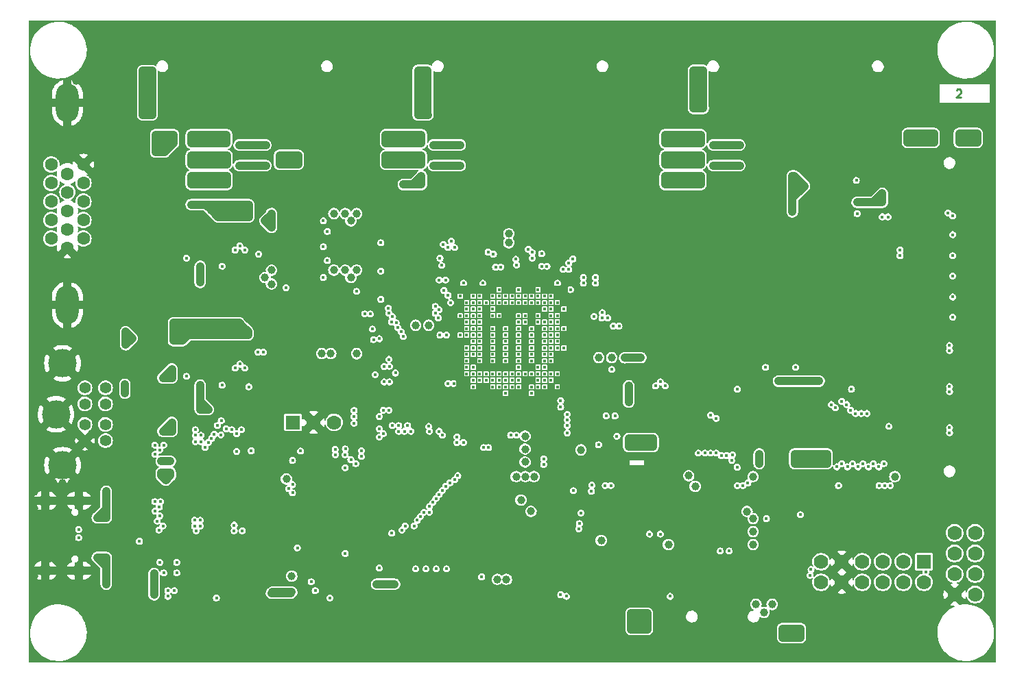
<source format=gbr>
%TF.GenerationSoftware,KiCad,Pcbnew,7.0.11-7.0.11~ubuntu22.04.1*%
%TF.CreationDate,2024-03-11T16:24:10+02:00*%
%TF.ProjectId,GateMateA1-EVB_Rev_B,47617465-4d61-4746-9541-312d4556425f,B*%
%TF.SameCoordinates,PX5f5e100PY7bfa480*%
%TF.FileFunction,Copper,L2,Inr*%
%TF.FilePolarity,Positive*%
%FSLAX46Y46*%
G04 Gerber Fmt 4.6, Leading zero omitted, Abs format (unit mm)*
G04 Created by KiCad (PCBNEW 7.0.11-7.0.11~ubuntu22.04.1) date 2024-03-11 16:24:10*
%MOMM*%
%LPD*%
G01*
G04 APERTURE LIST*
%ADD10C,0.254000*%
%TA.AperFunction,NonConductor*%
%ADD11C,0.254000*%
%TD*%
%TA.AperFunction,ComponentPad*%
%ADD12O,2.200000X1.200000*%
%TD*%
%TA.AperFunction,ComponentPad*%
%ADD13O,2.000000X1.300000*%
%TD*%
%TA.AperFunction,ComponentPad*%
%ADD14C,1.778000*%
%TD*%
%TA.AperFunction,ComponentPad*%
%ADD15R,1.778000X1.778000*%
%TD*%
%TA.AperFunction,ComponentPad*%
%ADD16C,1.410000*%
%TD*%
%TA.AperFunction,ComponentPad*%
%ADD17C,3.500000*%
%TD*%
%TA.AperFunction,ComponentPad*%
%ADD18C,1.000000*%
%TD*%
%TA.AperFunction,ComponentPad*%
%ADD19C,1.800000*%
%TD*%
%TA.AperFunction,ComponentPad*%
%ADD20C,1.600000*%
%TD*%
%TA.AperFunction,ComponentPad*%
%ADD21O,2.800000X4.800000*%
%TD*%
%TA.AperFunction,ViaPad*%
%ADD22C,0.450000*%
%TD*%
%TA.AperFunction,ViaPad*%
%ADD23C,1.000000*%
%TD*%
%TA.AperFunction,Conductor*%
%ADD24C,0.127000*%
%TD*%
%TA.AperFunction,Conductor*%
%ADD25C,0.200000*%
%TD*%
%TA.AperFunction,Conductor*%
%ADD26C,1.016000*%
%TD*%
G04 APERTURE END LIST*
D10*
D11*
X114860628Y71056786D02*
X114909009Y71105167D01*
X114909009Y71105167D02*
X115005771Y71153548D01*
X115005771Y71153548D02*
X115247676Y71153548D01*
X115247676Y71153548D02*
X115344438Y71105167D01*
X115344438Y71105167D02*
X115392819Y71056786D01*
X115392819Y71056786D02*
X115441200Y70960024D01*
X115441200Y70960024D02*
X115441200Y70863262D01*
X115441200Y70863262D02*
X115392819Y70718119D01*
X115392819Y70718119D02*
X114812247Y70137548D01*
X114812247Y70137548D02*
X115441200Y70137548D01*
D12*
X6530000Y11680000D03*
X6530000Y20320000D03*
D13*
X2350000Y11680000D03*
X2350000Y20320000D03*
D14*
X114630000Y11255000D03*
X117170000Y16335000D03*
D15*
X110850000Y12770000D03*
D14*
X108310000Y12770000D03*
X105770000Y12770000D03*
X103230000Y12770000D03*
X100690000Y12770000D03*
X98150000Y12770000D03*
X110850000Y10230000D03*
X108310000Y10230000D03*
X105770000Y10230000D03*
X103230000Y10230000D03*
X100690000Y10230000D03*
X98150000Y10230000D03*
D16*
X7270000Y29730000D03*
X7270000Y32270000D03*
X7270000Y27740000D03*
X7270000Y34260000D03*
X9810000Y27740000D03*
X9810000Y34260000D03*
X9810000Y32270000D03*
X9810000Y29730000D03*
D17*
X4500000Y37300000D03*
X3700000Y31000000D03*
X4500000Y24700000D03*
D14*
X114630000Y13795000D03*
X114630000Y8715000D03*
D18*
X23100000Y23206200D03*
X23100000Y20806200D03*
D19*
X24300000Y22006200D03*
D18*
X25500000Y23206200D03*
X25570000Y20806200D03*
D14*
X117170000Y11255000D03*
X114630000Y16335000D03*
X117170000Y8715000D03*
X117170000Y13795000D03*
D20*
X7090000Y52720000D03*
X7090000Y55010000D03*
X7090000Y57300000D03*
X7090000Y59590000D03*
X7090000Y61880000D03*
X5110000Y51575000D03*
X5110000Y53865000D03*
X5110000Y56155000D03*
X5110000Y58445000D03*
X5110000Y60735000D03*
X3130000Y52720000D03*
X3130000Y55010000D03*
X3130000Y57300000D03*
X3130000Y59590000D03*
X3130000Y61880000D03*
D21*
X5110000Y69495000D03*
X5110000Y44505000D03*
D15*
X32960000Y30000000D03*
D14*
X35500000Y30000000D03*
X38040000Y30000000D03*
D22*
X25700000Y31900000D03*
D23*
X84500000Y44500000D03*
D22*
X43100000Y34700000D03*
X107000000Y60800000D03*
X58800000Y28200000D03*
X82575000Y16625000D03*
D23*
X1016000Y39400000D03*
X82400000Y78800000D03*
D22*
X60000000Y39200000D03*
D23*
X66100000Y78800000D03*
D22*
X71608000Y29800000D03*
D23*
X32200000Y1051002D03*
X8100000Y74200000D03*
D22*
X24250000Y37400000D03*
D23*
X84800000Y76600000D03*
X97500000Y78800000D03*
D22*
X104608000Y59200000D03*
D23*
X95800000Y11900000D03*
D22*
X19800000Y36722962D03*
D23*
X25500000Y32700000D03*
D22*
X24900000Y51400000D03*
D23*
X27300000Y32700000D03*
X34400000Y34500000D03*
X26500000Y20900000D03*
X118800000Y54400000D03*
X105300000Y21261000D03*
D22*
X100400000Y60800000D03*
X62000000Y52900000D03*
X14400000Y25900000D03*
D23*
X23200000Y24265000D03*
X4500000Y10600000D03*
X38200000Y1051002D03*
X78200000Y1051002D03*
X35500000Y34500000D03*
D22*
X99700000Y60000000D03*
X99700000Y59200000D03*
X63200000Y40000000D03*
D23*
X84800000Y77700000D03*
X87000000Y44500000D03*
X112800000Y7000000D03*
D22*
X58000000Y48000000D03*
X60800000Y48000000D03*
X64100000Y16900000D03*
D23*
X111800000Y70000000D03*
D22*
X56000000Y34400000D03*
X33900000Y22500000D03*
D23*
X4500000Y11700000D03*
D22*
X77600000Y17000000D03*
D23*
X95840000Y21650000D03*
X31000000Y44900000D03*
X31200000Y34200000D03*
X100100000Y19200010D03*
X118800000Y66000000D03*
D22*
X14400000Y24500000D03*
D23*
X12300000Y67200000D03*
D22*
X105800000Y20500000D03*
X109000000Y54400000D03*
X60900000Y18500000D03*
X82575000Y15700000D03*
X48700000Y15700000D03*
X68000000Y44600000D03*
D23*
X14400000Y76600000D03*
D22*
X55100000Y52900000D03*
X69200000Y41600000D03*
D23*
X81400000Y14600000D03*
D22*
X51500000Y36000000D03*
D23*
X106200000Y1051002D03*
D22*
X68000000Y39200000D03*
X62600000Y31700000D03*
D23*
X1016000Y57400000D03*
X23700000Y38200000D03*
D22*
X50400000Y15700000D03*
D23*
X117500000Y68800000D03*
D22*
X65600000Y46400000D03*
D23*
X6700000Y22500000D03*
D22*
X98700000Y36150000D03*
D23*
X22100000Y24265000D03*
D22*
X78300000Y15400000D03*
X59200000Y32500000D03*
D23*
X68400000Y25200000D03*
X78575000Y18900000D03*
D22*
X64850000Y16900000D03*
X23600000Y31900000D03*
D23*
X68200000Y1051002D03*
X118800000Y14200000D03*
X13000000Y78800000D03*
D22*
X65600000Y45600000D03*
D23*
X82400000Y75500000D03*
D22*
X69197176Y33900000D03*
D23*
X101100000Y19200000D03*
D22*
X72400000Y32300000D03*
D23*
X111800000Y78800000D03*
D22*
X59700000Y17700000D03*
D23*
X25400000Y24265000D03*
D22*
X61600000Y41600000D03*
D23*
X6923887Y6923887D03*
X1016000Y65400000D03*
D22*
X69700000Y13600000D03*
D23*
X118800000Y16600000D03*
D22*
X14400000Y23800000D03*
D23*
X118800000Y41700000D03*
X44200000Y1051002D03*
D22*
X58400000Y41600000D03*
X68266229Y35766229D03*
D23*
X118800000Y64700000D03*
X55900000Y78800000D03*
X82400000Y76600000D03*
X100100000Y78800000D03*
D22*
X103900000Y59200000D03*
D23*
X3000000Y13200000D03*
D22*
X25000000Y33500000D03*
D23*
X25500000Y47300000D03*
D22*
X89100000Y20000000D03*
X70200000Y19500000D03*
X72400000Y33000000D03*
X60800000Y47200000D03*
X99700000Y60800000D03*
D23*
X16800000Y78800000D03*
D22*
X63200000Y41600000D03*
X23489000Y47800000D03*
D23*
X1000000Y9000000D03*
D22*
X79200000Y13600000D03*
D23*
X41000000Y78800000D03*
X111800000Y74500000D03*
X36700000Y12000000D03*
D22*
X80150000Y20600000D03*
D23*
X73700000Y78800000D03*
X4500000Y19200000D03*
X3000000Y15400000D03*
D22*
X56800000Y44000000D03*
D23*
X75000000Y78800000D03*
X118800000Y49350000D03*
D22*
X105300000Y59200000D03*
X36400000Y23200000D03*
D23*
X50800000Y75500000D03*
D22*
X58400000Y38400000D03*
D23*
X53400000Y78800000D03*
D22*
X52800000Y38000000D03*
X56200000Y17300000D03*
X60000000Y40000000D03*
D23*
X70700000Y39800000D03*
X92300000Y1051002D03*
D22*
X77600000Y17650000D03*
D23*
X27500000Y52800000D03*
D22*
X96350000Y21050000D03*
D23*
X118800000Y56950000D03*
X82200000Y1051002D03*
X50800000Y77700000D03*
X110700000Y78800000D03*
X58500000Y78800000D03*
X1000000Y11000000D03*
X104200000Y1051002D03*
X9800000Y59400000D03*
X1016000Y45400000D03*
D22*
X65600000Y38400000D03*
X59200000Y36800000D03*
D23*
X1016000Y71400000D03*
D22*
X49600000Y15700000D03*
X23500000Y50000000D03*
D23*
X9800000Y62200000D03*
X28200000Y1051002D03*
X9000000Y78800000D03*
X118800000Y46800000D03*
D22*
X26600000Y30100000D03*
X66800000Y32700000D03*
D23*
X27500000Y38200000D03*
D22*
X22600000Y51100000D03*
D23*
X98200000Y54800000D03*
D22*
X14400000Y26600000D03*
D23*
X13100000Y66400000D03*
X1000000Y29400000D03*
X96200000Y1051002D03*
X112200000Y1051002D03*
X20200000Y1051002D03*
X106700000Y60100000D03*
X94200000Y39000000D03*
D22*
X59700000Y18500000D03*
X94000000Y20600000D03*
X66400000Y34400000D03*
D23*
X94900000Y22000000D03*
X111800000Y76000000D03*
X89800000Y1051002D03*
D22*
X61600000Y40000000D03*
X100400000Y59200000D03*
D23*
X100200000Y1051002D03*
D22*
X23500000Y37400000D03*
D23*
X48200000Y1051002D03*
D22*
X63200000Y40800000D03*
X63200000Y48000000D03*
X20500000Y15100000D03*
D23*
X46200000Y1051002D03*
X1016000Y63400000D03*
X91900000Y40300000D03*
X98800000Y59200000D03*
D22*
X65600000Y16900000D03*
D23*
X24200000Y1051002D03*
D22*
X56800000Y43200000D03*
D23*
X6200000Y72200000D03*
D22*
X66800000Y47200000D03*
D23*
X84700000Y1051002D03*
D22*
X35200000Y21100000D03*
X26400000Y31900000D03*
X37600000Y25300000D03*
D23*
X92400000Y78800000D03*
D22*
X60000000Y38400000D03*
D23*
X50200000Y1051002D03*
D22*
X20400000Y37200000D03*
X39000000Y32400000D03*
D23*
X42500000Y78800000D03*
D22*
X78300000Y33000000D03*
D23*
X94200000Y40300000D03*
D22*
X24900000Y48700000D03*
D23*
X26500000Y22000000D03*
D22*
X56800000Y41600000D03*
X103200000Y60800000D03*
D23*
X111800000Y3000000D03*
X48400000Y78800000D03*
D22*
X56800000Y38400000D03*
X33900000Y25200000D03*
D23*
X1016000Y61400000D03*
X1016000Y51400000D03*
X89900000Y78800000D03*
D22*
X52799990Y43200000D03*
D23*
X24300000Y24265000D03*
D22*
X55600000Y52300000D03*
D23*
X35200000Y50000000D03*
X118800000Y36650000D03*
D22*
X94900000Y20600000D03*
D23*
X91900000Y39000000D03*
D22*
X107500000Y55400000D03*
X103200000Y60100000D03*
X72400000Y20100000D03*
X106200000Y59200000D03*
X25500000Y37900000D03*
X21500000Y15100000D03*
X25500000Y52500000D03*
X63200000Y47200000D03*
X64000000Y32700000D03*
D23*
X100377038Y54800000D03*
X32100000Y78800000D03*
D22*
X52864309Y47135691D03*
X67400000Y44000000D03*
D23*
X44000000Y78800000D03*
D22*
X62400000Y44000000D03*
D23*
X118800000Y21400000D03*
X18500000Y52400000D03*
X1000000Y7000000D03*
D22*
X60000000Y42400000D03*
D23*
X94900000Y23100000D03*
D22*
X21000000Y14600000D03*
X24200000Y52100000D03*
D23*
X30200000Y1051002D03*
D22*
X71100000Y26800000D03*
D23*
X23700000Y52800000D03*
D22*
X37300000Y19500000D03*
X71799990Y33492000D03*
X59200000Y44000000D03*
D23*
X26500000Y23200000D03*
X118800000Y31550000D03*
X71150000Y78800000D03*
X22100000Y19800000D03*
X13100000Y53800000D03*
X81400000Y16800000D03*
X58200000Y1051002D03*
D22*
X105300000Y60800000D03*
D23*
X1016000Y49400000D03*
X36200000Y44100000D03*
D22*
X50800000Y35000000D03*
X23500000Y36000000D03*
D23*
X111800000Y71500000D03*
D22*
X61600000Y38400000D03*
D23*
X1016000Y67400000D03*
X1016000Y69400000D03*
X26400000Y38200000D03*
D22*
X24200000Y51400000D03*
X64000000Y43200000D03*
X39800000Y32400000D03*
D23*
X18200000Y1051002D03*
X61000000Y78800000D03*
D22*
X77600000Y15400000D03*
X106299999Y19999999D03*
D23*
X1016000Y37400000D03*
X111800000Y77300000D03*
D22*
X61600000Y40800000D03*
D23*
X5600000Y22500000D03*
D22*
X68400000Y41600000D03*
D23*
X100800000Y37025000D03*
D22*
X59200000Y31800000D03*
D23*
X14400000Y77700000D03*
D22*
X61600000Y39200000D03*
D23*
X76200000Y1051002D03*
D22*
X77600000Y13600000D03*
D23*
X114500000Y68800000D03*
D22*
X67199992Y39200000D03*
D23*
X36200000Y1051002D03*
X84800000Y75500000D03*
X19400000Y78800000D03*
D22*
X62400000Y35200000D03*
D23*
X12200000Y1051002D03*
X64200000Y1051002D03*
X118800000Y44300000D03*
D22*
X24200000Y48000000D03*
X62400000Y36800000D03*
X23600000Y33500000D03*
D23*
X1000000Y27400000D03*
D22*
X21000000Y30100000D03*
X77700000Y33500000D03*
D23*
X14400000Y78800000D03*
D22*
X94900000Y17300000D03*
X23489000Y48500000D03*
X56800000Y40800000D03*
X52125000Y38000000D03*
D23*
X105200000Y78800000D03*
X82600000Y20200000D03*
X1016000Y59400000D03*
D22*
X57200000Y32100000D03*
D23*
X68600000Y78800000D03*
D22*
X60000000Y41600000D03*
D23*
X42000000Y48800000D03*
X91900000Y44500000D03*
X79600000Y1051002D03*
D22*
X25400000Y30100000D03*
D23*
X19400000Y15000000D03*
X10200000Y1051002D03*
X31800000Y51100000D03*
X87300000Y1051002D03*
X11000000Y78800000D03*
X24400000Y31600000D03*
X79500000Y78800000D03*
D22*
X99000000Y60800000D03*
X57600000Y36800000D03*
D23*
X81000000Y78800000D03*
X107700000Y78800000D03*
X56200000Y1051002D03*
D22*
X14400000Y25200000D03*
X63200000Y39200000D03*
X52829817Y45598803D03*
X62700000Y52900000D03*
D23*
X60200000Y1051002D03*
X118800000Y26450000D03*
X23200000Y19800000D03*
X102250000Y44500000D03*
D22*
X26000000Y30600000D03*
D23*
X37200000Y78800000D03*
X23700000Y54000000D03*
X22100000Y22000000D03*
X81400000Y15700000D03*
D22*
X26200000Y15100000D03*
X58400000Y40000000D03*
D23*
X14400000Y75500000D03*
X27500000Y54000000D03*
X1016000Y35400000D03*
D22*
X60000000Y43200000D03*
X63200000Y38400000D03*
D23*
X35200000Y51100000D03*
D22*
X25600000Y48100000D03*
X67599996Y41600000D03*
D23*
X1016000Y47400000D03*
D22*
X94900000Y19200000D03*
D23*
X25400000Y19800000D03*
D22*
X69000000Y19508000D03*
D23*
X42600000Y55000000D03*
D22*
X76600000Y18000000D03*
X59299996Y28800000D03*
X73000000Y19500000D03*
X21000000Y15600000D03*
X35900000Y21100000D03*
D23*
X97600000Y59200000D03*
X54200000Y1051002D03*
X78000000Y78800000D03*
D22*
X60000000Y37600000D03*
X40500000Y32400000D03*
D23*
X98700000Y37010999D03*
X50800000Y78800000D03*
X1000000Y21400000D03*
X34600000Y78800000D03*
X29600000Y78800000D03*
X1000000Y13200000D03*
X107250000Y20750000D03*
X118800000Y59500000D03*
D22*
X14400000Y17500000D03*
D23*
X60200000Y26700000D03*
X3400000Y22500000D03*
X34200000Y1051002D03*
X93050000Y40300000D03*
X26200000Y1051002D03*
D22*
X56000000Y36800000D03*
D23*
X88400000Y20750000D03*
X41900000Y54200000D03*
X48400000Y75500000D03*
X13100000Y49600000D03*
D22*
X24250000Y36700000D03*
X94900000Y18000000D03*
X14400000Y16800000D03*
X14400000Y19600000D03*
D23*
X1000000Y25400000D03*
X4500000Y12800000D03*
X42700000Y47900000D03*
D22*
X38200000Y20600000D03*
D23*
X97800000Y23100000D03*
X27000000Y78800000D03*
X4500000Y20300000D03*
D22*
X102500000Y60800000D03*
X25000000Y36700000D03*
D23*
X24400000Y78800000D03*
X8135002Y1051002D03*
D22*
X66800000Y31900000D03*
X61600000Y37600000D03*
X78900000Y33500000D03*
D23*
X118800000Y67300000D03*
X72200000Y1051002D03*
X82400000Y77700000D03*
X26500000Y19800000D03*
X77600000Y20200000D03*
D22*
X37800000Y20000000D03*
X63900000Y29500000D03*
X100400000Y60000000D03*
X56800000Y37600000D03*
D23*
X9800000Y63600000D03*
D22*
X47800000Y57800000D03*
X44800000Y33500000D03*
X71800000Y19500000D03*
X58400000Y39200000D03*
X110000000Y54400000D03*
D23*
X47000000Y78800000D03*
D22*
X52100000Y33200000D03*
X103200000Y59200000D03*
X21600000Y30600000D03*
D23*
X18300000Y15000000D03*
X71900000Y39800000D03*
X1000000Y31400000D03*
X118800000Y11800000D03*
D22*
X104600000Y60800000D03*
D23*
X1016000Y53400000D03*
X66200000Y1051002D03*
X87400000Y78800000D03*
D22*
X95750000Y20600000D03*
X58300000Y28800000D03*
D23*
X18500000Y51322962D03*
D22*
X64000000Y31900000D03*
D23*
X1000000Y19400000D03*
X102100000Y19200000D03*
X1016000Y41400000D03*
D22*
X59200000Y43200000D03*
D23*
X21900000Y78800000D03*
D22*
X61600000Y35200000D03*
D23*
X79625000Y18900000D03*
X77600000Y19200000D03*
D22*
X27100000Y31900000D03*
D23*
X102200000Y1051002D03*
D22*
X24900000Y48000000D03*
X58000000Y47200016D03*
X23500000Y36700000D03*
X54400000Y32800000D03*
X64800000Y26500000D03*
D23*
X26400000Y52800000D03*
D22*
X58400000Y40800000D03*
X71800000Y32600000D03*
D23*
X16800000Y77700000D03*
X50800000Y76600000D03*
D22*
X24900000Y52100000D03*
D23*
X39700000Y78800000D03*
D22*
X60000000Y40800000D03*
X55600004Y16700000D03*
X51300000Y15700000D03*
D23*
X24300000Y19800000D03*
D22*
X23489000Y47100000D03*
D23*
X108200000Y1051002D03*
X94500000Y44500000D03*
X106295505Y21261000D03*
D22*
X73400000Y15700000D03*
D23*
X1000000Y15400000D03*
D22*
X58400000Y37600000D03*
D23*
X80600000Y19200000D03*
X102600000Y78800000D03*
X97800000Y22000000D03*
X1016000Y33400000D03*
X118800000Y9400000D03*
X98200000Y1051002D03*
D22*
X60300000Y18000000D03*
D23*
X109200000Y78800000D03*
D22*
X52000000Y43200000D03*
X63908000Y26900000D03*
X56800000Y42400000D03*
D23*
X19577038Y51322962D03*
X23700000Y39400000D03*
X83700000Y20200000D03*
X8100000Y77800000D03*
D22*
X43700000Y38400000D03*
X58400000Y36800000D03*
X77600000Y18300000D03*
D23*
X62400000Y52200000D03*
X1016000Y43400000D03*
X42200000Y1051002D03*
X4500000Y22500000D03*
X16800000Y75500000D03*
X70200000Y1051002D03*
D22*
X69600000Y20100000D03*
D23*
X112900000Y78800000D03*
X33500000Y50000000D03*
X31800000Y44100000D03*
X99750000Y44500000D03*
D22*
X35200000Y20400000D03*
D23*
X22200000Y1051002D03*
X60200000Y25100000D03*
D22*
X63908000Y28200000D03*
X52800000Y40800000D03*
D23*
X40200000Y1051002D03*
D22*
X26700000Y15600000D03*
X20000000Y15600000D03*
X22600000Y36500000D03*
D23*
X13100000Y65000000D03*
D22*
X94900000Y19900000D03*
D23*
X113000000Y68800000D03*
D22*
X36900000Y25300000D03*
X100600000Y36150000D03*
D23*
X7000000Y78800000D03*
X49700000Y40600000D03*
D22*
X53200000Y32700000D03*
X33900000Y21100000D03*
X60000000Y36800000D03*
X56800000Y39200000D03*
D23*
X18300000Y13900000D03*
X118800000Y23900000D03*
D22*
X87800000Y20000000D03*
D23*
X16800000Y76600000D03*
D22*
X52800000Y33200000D03*
X14400000Y18900000D03*
D23*
X105700000Y60100000D03*
D22*
X23600000Y32700000D03*
D23*
X74200000Y1051002D03*
X116000000Y68800000D03*
D22*
X50800000Y36000000D03*
D23*
X48400000Y77700000D03*
D22*
X72700000Y29800000D03*
D23*
X13100000Y58000000D03*
D22*
X99750000Y36150000D03*
D23*
X62200000Y1051002D03*
X22100000Y23200000D03*
D22*
X101800000Y59200000D03*
X64000000Y33600000D03*
D23*
X48400000Y76600000D03*
X7200000Y73200000D03*
D22*
X14400000Y18200000D03*
D23*
X45500000Y78800000D03*
X26400000Y39400000D03*
X14200000Y1051002D03*
X3000000Y71900000D03*
X63550000Y78800000D03*
X96860000Y21650000D03*
X35200000Y44100000D03*
X118800000Y51900000D03*
X111800000Y5000000D03*
X9800000Y60800000D03*
D22*
X103900000Y60800000D03*
D23*
X111800000Y73000000D03*
X52200000Y1051002D03*
D22*
X25700000Y34200000D03*
X51464601Y37999760D03*
X22200000Y30100000D03*
D23*
X27400000Y47300000D03*
D22*
X111000000Y54400000D03*
D23*
X110200000Y1051002D03*
X4500000Y21400000D03*
X118800000Y39200000D03*
D22*
X43000000Y38400000D03*
X25700000Y15600000D03*
X25000000Y34200000D03*
D23*
X1000000Y17400000D03*
D22*
X106000000Y60800000D03*
D23*
X118800000Y19000000D03*
X95000000Y78800000D03*
X118800000Y34100000D03*
D22*
X37500000Y26000000D03*
X99000000Y60000000D03*
X72300000Y13600000D03*
D23*
X118800000Y7200000D03*
X1016000Y55400000D03*
X27500000Y39400000D03*
D22*
X103900000Y60100000D03*
D23*
X94200000Y1051002D03*
X89500000Y44500000D03*
D22*
X89100000Y21500000D03*
D23*
X48100000Y40600000D03*
D22*
X21500000Y14100000D03*
X68964511Y35067949D03*
X87800000Y21500000D03*
D23*
X16200000Y1051002D03*
X22100000Y20900000D03*
D22*
X57200000Y32800000D03*
D23*
X26400000Y54000000D03*
D22*
X23500000Y51400000D03*
X24300000Y33500000D03*
X101100000Y59200000D03*
D23*
X8100000Y76000000D03*
D22*
X80150000Y19950000D03*
D23*
X7000000Y1051000D03*
D22*
X62400000Y42400000D03*
X106200000Y54100000D03*
D23*
X76500000Y78800000D03*
X84800000Y78800000D03*
X2300000Y22500000D03*
D22*
X25000000Y37400000D03*
D23*
X1000000Y23400000D03*
D22*
X23500000Y35300000D03*
D23*
X99300000Y54800000D03*
D22*
X80800000Y19950000D03*
D23*
X3000000Y17400000D03*
D22*
X89750000Y20750000D03*
D23*
X82600000Y18900000D03*
X18500000Y50200000D03*
D22*
X25700000Y33500000D03*
D23*
X118800000Y62050000D03*
D22*
X25600000Y48800000D03*
X60900000Y17700000D03*
X52200000Y36000000D03*
D23*
X118800000Y29000000D03*
D22*
X65600000Y37600000D03*
X54400000Y32100000D03*
X60000000Y44000000D03*
X56800000Y40000000D03*
X23500000Y50700000D03*
X62400000Y43200000D03*
D23*
X73100000Y39800000D03*
X97000000Y44500000D03*
X29600000Y64275000D03*
X14400000Y72400000D03*
D22*
X58400000Y46400000D03*
D23*
X28500000Y64275000D03*
X28500000Y61725000D03*
X15550000Y68000000D03*
D22*
X58400000Y43200000D03*
D23*
X14400000Y73456921D03*
X29600000Y61725000D03*
X27400000Y64275000D03*
X27400000Y61725000D03*
D22*
X57600000Y44000000D03*
X56400000Y47200000D03*
D23*
X14400000Y69100000D03*
X14400000Y68000000D03*
D22*
X57600000Y43200000D03*
D23*
X15556920Y73456921D03*
X26300000Y64275000D03*
X14400000Y70200000D03*
X26300000Y61725000D03*
X14400000Y71300000D03*
X84800000Y64275000D03*
X88100000Y61725000D03*
X82400000Y71200000D03*
D22*
X63200000Y43200000D03*
D23*
X85900000Y64275000D03*
D22*
X64000000Y44000000D03*
D23*
X82400000Y70000000D03*
X83600000Y68800000D03*
X82400000Y73507994D03*
X87000000Y64275000D03*
D22*
X67200000Y46400000D03*
D23*
X84800000Y61725000D03*
X82400000Y72400000D03*
X82400000Y68800000D03*
D22*
X65600000Y47200000D03*
X66400000Y44000000D03*
D23*
X87000000Y61725000D03*
X88100000Y64275000D03*
D22*
X63200000Y42400000D03*
D23*
X85900000Y61725000D03*
X83570002Y73507994D03*
X50300000Y61725000D03*
D22*
X60800000Y42400000D03*
D23*
X52500000Y61725000D03*
X48400000Y70200000D03*
X48400000Y69100000D03*
D22*
X60800000Y46400000D03*
D23*
X51400000Y64275000D03*
D22*
X60800000Y43200000D03*
D23*
X50300000Y64275000D03*
X49600000Y68000000D03*
X48400000Y72400000D03*
X52500000Y64275000D03*
D22*
X61600000Y43200000D03*
D23*
X49570006Y73507994D03*
X53600000Y61725000D03*
X53600000Y64275000D03*
X48400000Y73507994D03*
X48400000Y71300000D03*
D22*
X61600000Y42400000D03*
D23*
X51400000Y61725000D03*
D22*
X63200000Y46400000D03*
D23*
X48400000Y68000000D03*
D22*
X56000000Y45600000D03*
X51300000Y49400000D03*
X52100000Y51600000D03*
X57600000Y45600000D03*
X52900000Y51600000D03*
X58400000Y45600000D03*
X57963947Y49184500D03*
X59200000Y45600000D03*
X60000000Y45600000D03*
X57050000Y51050000D03*
X60800000Y45600000D03*
X60562393Y49462393D03*
X61600000Y45600000D03*
X62000003Y51400003D03*
X62500000Y50300000D03*
X62400000Y45600000D03*
X63200000Y45600000D03*
X63650000Y49300010D03*
X67499996Y50200000D03*
X64000000Y45600000D03*
X66300000Y48900000D03*
X64800000Y45600000D03*
X56800000Y44800000D03*
X51100000Y50300000D03*
X51500000Y52000000D03*
X57600000Y44800000D03*
X52500000Y52400000D03*
X58399995Y44800005D03*
X59200000Y44800000D03*
X58600000Y49200000D03*
X60000000Y44800000D03*
X57700000Y50800000D03*
X60800000Y44800000D03*
X60456199Y50156194D03*
X62500000Y51000000D03*
X61600000Y44800000D03*
X63643803Y50856197D03*
X62400000Y44800000D03*
X64300000Y49300000D03*
X63200000Y44800000D03*
X64000000Y44800000D03*
X67000000Y49700000D03*
X67000000Y48900000D03*
X64800000Y44800000D03*
X64800000Y44000000D03*
X68800000Y47900000D03*
X65600000Y44800000D03*
X68800000Y47200000D03*
X70300000Y47900000D03*
X64800000Y43200000D03*
X65600000Y43200000D03*
X70300000Y47200000D03*
X64800000Y42400000D03*
X71150000Y43550000D03*
X70100000Y43100000D03*
X65600000Y42400000D03*
X100700000Y24900000D03*
X99400000Y32200000D03*
X99900000Y31800000D03*
X101400000Y24500000D03*
X71100000Y42900000D03*
X102025000Y24900000D03*
X100700000Y32600000D03*
X64800000Y41600000D03*
X71800000Y42900000D03*
X101300000Y32200000D03*
X65600000Y41600000D03*
X102700000Y24500000D03*
X72500000Y41900000D03*
X101800000Y31500000D03*
X103300000Y24900000D03*
X64800000Y40800000D03*
X65600000Y40800000D03*
X102400000Y31100000D03*
X73200000Y41900000D03*
X104000000Y24500000D03*
X103100000Y31100000D03*
X104600000Y24900000D03*
X103800000Y31100000D03*
X105900000Y24900000D03*
X54400000Y39200000D03*
X43600416Y40336610D03*
X42900000Y40223801D03*
X55200000Y39200000D03*
X83000000Y26199998D03*
X64800000Y40000000D03*
X83800000Y26200000D03*
X65600000Y40000000D03*
X84500000Y30900000D03*
X84500000Y26200006D03*
X85200000Y30500000D03*
X85200000Y26200000D03*
X55200000Y40000000D03*
X42761896Y41532321D03*
X54400000Y40800000D03*
X51900000Y40800000D03*
X55200000Y40800000D03*
X51100000Y40800000D03*
X64800000Y39200000D03*
X85825000Y25900006D03*
X86475000Y25900000D03*
X65600000Y39200000D03*
X64000000Y38400000D03*
X87125000Y25300000D03*
X64800000Y38400000D03*
X87200000Y26000000D03*
X44200000Y36900000D03*
X44200000Y35000000D03*
X44849517Y35000000D03*
X44849517Y36915500D03*
X44787367Y37787367D03*
X54400000Y36800000D03*
X55200000Y36800000D03*
X45600000Y36100000D03*
X51905000Y11900000D03*
X56000000Y35200000D03*
X70671495Y27228509D03*
X68500000Y18800000D03*
X64000000Y37600000D03*
X54000000Y27500000D03*
X41400000Y26500000D03*
X62400000Y36000000D03*
X24100000Y30200000D03*
X50635000Y11900000D03*
X47500000Y28900000D03*
X64000000Y36800000D03*
X24057786Y28468775D03*
X69799996Y21500000D03*
X40100000Y25400000D03*
X35200000Y10300000D03*
X68234123Y16849189D03*
X66000000Y8700000D03*
X64800000Y36000000D03*
X63200000Y35200000D03*
X66800000Y28700000D03*
X114000000Y38887600D03*
X62400000Y34400000D03*
X44800008Y31500000D03*
X56250000Y10900004D03*
X49365000Y11900000D03*
X46000000Y29600000D03*
X114000000Y39492400D03*
X63200000Y34400000D03*
X56482899Y26887700D03*
X114000000Y28727600D03*
X114000000Y34412400D03*
X60522999Y28411500D03*
X43600000Y28200000D03*
X43600000Y12000000D03*
X46000000Y28900000D03*
X48095000Y11900000D03*
X57087699Y26887700D03*
X114000000Y29332400D03*
X114000000Y33807600D03*
X59822999Y28411500D03*
D23*
X92900000Y35100000D03*
X94900000Y24900000D03*
D22*
X15950000Y26050000D03*
D23*
X90100000Y7500000D03*
D22*
X86800000Y14100000D03*
D23*
X94900000Y35100000D03*
X89750000Y18100000D03*
D22*
X15900000Y20200000D03*
X85700000Y14100000D03*
D23*
X93900000Y35100000D03*
X91100000Y6500000D03*
X89000000Y18992000D03*
X89750000Y14899992D03*
X94900000Y26100000D03*
X89750000Y16500000D03*
X98900000Y26100000D03*
X97900000Y35100000D03*
X92100000Y7500000D03*
D22*
X16600000Y20200000D03*
D23*
X96900000Y26100000D03*
X97900000Y24900000D03*
X90500000Y24900000D03*
X96900000Y35100000D03*
X95900000Y26100000D03*
X95900000Y35100000D03*
X98900000Y24900000D03*
X90500000Y26100000D03*
D22*
X16450000Y19550000D03*
D23*
X97900000Y26100000D03*
D22*
X17000000Y27200000D03*
X15950000Y19050000D03*
X15900000Y27200000D03*
X16500000Y26600000D03*
X32900000Y25300000D03*
X33490500Y14500000D03*
X16900000Y17200000D03*
D23*
X17250000Y22850000D03*
D22*
X16400000Y16700000D03*
D23*
X32143802Y23000000D03*
X17800000Y23806200D03*
X16700000Y23806200D03*
X12300000Y41200000D03*
X95600000Y4511000D03*
X21500707Y33600000D03*
X74700000Y4400000D03*
X9900000Y20400000D03*
X75699957Y4400000D03*
X21500000Y49300000D03*
X12300000Y39600000D03*
X12200000Y33600000D03*
X9900000Y21500000D03*
D22*
X76950000Y16200000D03*
D23*
X105700000Y58300000D03*
X21500000Y48300000D03*
X9900000Y18200000D03*
X105700000Y57200000D03*
X95600000Y3400000D03*
X8800000Y18200000D03*
X12200000Y34700000D03*
X76700000Y4400000D03*
X94500000Y4511000D03*
D22*
X78300000Y16200000D03*
D23*
X21500000Y34600000D03*
X76700043Y6400000D03*
X9900000Y11100000D03*
X21500000Y31600000D03*
X102600000Y57200000D03*
X8800000Y13300000D03*
X93400000Y3400000D03*
X75699957Y5400000D03*
X76700000Y5400000D03*
X9900000Y12200000D03*
X94500000Y3400000D03*
X93400000Y4511000D03*
X9900000Y19300000D03*
X75700000Y6400000D03*
X22500000Y31600000D03*
X13100000Y40400000D03*
X21500000Y32600000D03*
X104600000Y57200000D03*
X9900000Y10000000D03*
X103600000Y57200000D03*
X74700000Y5400000D03*
X21500000Y47300000D03*
X9900000Y13300000D03*
X74700043Y6400000D03*
D22*
X44800000Y43500000D03*
X113800004Y55900000D03*
X44716750Y44100000D03*
X106400000Y55400000D03*
X50977224Y43922196D03*
X45100000Y42400000D03*
X114400000Y53200000D03*
X54400000Y43200000D03*
X50528151Y44332321D03*
X114400000Y55500000D03*
X45250000Y43050000D03*
X55200000Y43200000D03*
X114400000Y43000000D03*
X46556018Y40621689D03*
X114400000Y45500000D03*
X46300000Y41200000D03*
X45900000Y41700000D03*
X114400000Y48100000D03*
X50899994Y42900000D03*
X54400000Y42400000D03*
X114400000Y50600000D03*
X45700000Y42300000D03*
X50517465Y43506696D03*
X55200000Y42400000D03*
X107900000Y51300000D03*
X54400000Y41600000D03*
X107900000Y50600000D03*
X55200000Y41600000D03*
X6500000Y16750000D03*
X6500000Y15750000D03*
X68300000Y17500008D03*
X63200000Y36000000D03*
X35700000Y9200000D03*
X66700004Y8500000D03*
X71500000Y22199996D03*
X64800000Y37600000D03*
X24700000Y29200006D03*
X40700000Y24900000D03*
X18600000Y11400000D03*
X17000000Y11400000D03*
X16500000Y12700000D03*
X18600000Y12700000D03*
X46700000Y28900000D03*
X46400000Y16700000D03*
X46800000Y17199998D03*
X47100000Y29600000D03*
X56800000Y35200000D03*
X47900000Y17200000D03*
X48300000Y17900000D03*
X57600000Y35200000D03*
X58400000Y35200000D03*
X48700000Y18400000D03*
X58400000Y34400000D03*
X49100000Y18900000D03*
X49800000Y18900000D03*
X49700000Y29500000D03*
X49800000Y19600000D03*
X49800000Y28900000D03*
X38156197Y26656197D03*
X22500000Y27500006D03*
X22100000Y26900000D03*
X38200000Y26000000D03*
X36699994Y47900000D03*
X36700000Y54900000D03*
X36700000Y51699990D03*
X54400000Y44000000D03*
X51000000Y47606978D03*
X43800000Y48700000D03*
X51600000Y46300000D03*
X43800000Y45200000D03*
X43800000Y52200000D03*
X55200000Y44000000D03*
X51800000Y47600000D03*
X55200000Y45600000D03*
X37200000Y50000000D03*
X37200000Y53600000D03*
X54400000Y44800000D03*
X52400001Y44799997D03*
X52100000Y45687614D03*
X55200000Y44800000D03*
X40500000Y31465000D03*
X72700000Y30800000D03*
D23*
X32800000Y9011262D03*
D22*
X20800000Y17200000D03*
D23*
X17800000Y25200000D03*
X32800000Y11000000D03*
X18000000Y30000000D03*
X16000000Y63400000D03*
D22*
X59200000Y33600000D03*
X56000000Y40800000D03*
X55200000Y36000000D03*
D23*
X15800000Y8700000D03*
X16000000Y65550000D03*
X112100000Y65700000D03*
D22*
X20900000Y29100000D03*
D23*
X89750000Y23300000D03*
D22*
X32400000Y21800000D03*
D23*
X109900000Y64600000D03*
D22*
X56000000Y39200000D03*
X26700000Y16600000D03*
X52800000Y34800000D03*
X56000000Y41600000D03*
D23*
X23700000Y40800000D03*
X17100000Y63400000D03*
D22*
X87800000Y22200000D03*
X78300000Y35000000D03*
X64000000Y40800000D03*
D23*
X83300000Y65550000D03*
D22*
X56800000Y36000000D03*
X40500000Y30700000D03*
X66800000Y31000000D03*
X25400000Y29100000D03*
X16200000Y17800000D03*
X63900000Y25500000D03*
X64000000Y40000000D03*
D23*
X23700000Y64500000D03*
D22*
X25800000Y36700000D03*
D23*
X18200000Y41200000D03*
D22*
X26000000Y28600000D03*
D23*
X18000000Y35500000D03*
D22*
X105275000Y24500000D03*
X56000000Y37600000D03*
D23*
X19300000Y40100000D03*
X21500000Y42300000D03*
X30300000Y8900000D03*
D22*
X53600000Y40800000D03*
D23*
X82200000Y64500000D03*
X18000000Y36600000D03*
X83300000Y64500000D03*
X18000000Y28900000D03*
D22*
X32900000Y21300000D03*
X57600000Y36000000D03*
D23*
X111000000Y64600000D03*
D22*
X21600000Y27600000D03*
X56000000Y38400000D03*
D23*
X21500000Y64500000D03*
X44400000Y65550000D03*
X20400000Y42300000D03*
D22*
X54400000Y36000000D03*
X58400000Y36000000D03*
X26600000Y29100000D03*
X60800000Y36800000D03*
X26400000Y37200000D03*
D23*
X81100000Y64500000D03*
D22*
X27000000Y36700000D03*
D23*
X112100000Y64600000D03*
D22*
X64000000Y39200000D03*
X17500000Y8500000D03*
X56000000Y40000000D03*
D23*
X58200000Y10600000D03*
D22*
X29300000Y38687000D03*
X21600000Y28400000D03*
X87775000Y24450000D03*
X63200000Y36800000D03*
X57600000Y34400000D03*
D23*
X108800000Y65700000D03*
D22*
X106700000Y22200000D03*
D23*
X24750000Y65550000D03*
D22*
X25700000Y16600000D03*
D23*
X16900000Y28900000D03*
X16000000Y64500000D03*
D22*
X64000000Y41600000D03*
D23*
X22600000Y64500000D03*
X15800000Y11300000D03*
X107250000Y23300000D03*
X108800000Y64600000D03*
X24750000Y64500000D03*
X82600000Y22100000D03*
D22*
X55200000Y34400000D03*
X18300000Y9200000D03*
D23*
X26300000Y42300000D03*
D22*
X52100000Y34800000D03*
D23*
X16900000Y35500000D03*
X81800000Y23400000D03*
X61100000Y20400000D03*
D22*
X64000000Y42400000D03*
D23*
X16700000Y25200000D03*
D22*
X21500000Y17900000D03*
X105300000Y22200000D03*
X63900000Y24800000D03*
X89100000Y22500000D03*
D23*
X80000000Y64500000D03*
X19300000Y41200000D03*
D22*
X16500000Y18450000D03*
D23*
X109900000Y65700000D03*
X37618355Y38500000D03*
D22*
X17500000Y9200000D03*
D23*
X18200000Y65550000D03*
D22*
X25700000Y17300000D03*
X78900000Y34500000D03*
D23*
X25000000Y42300000D03*
X17100000Y65550000D03*
X19300000Y42300000D03*
D22*
X60000000Y36000000D03*
X66800000Y29600000D03*
D23*
X20400000Y64500000D03*
X47700000Y64500000D03*
D22*
X40500000Y29900000D03*
X21000000Y16600000D03*
D23*
X27400000Y40800000D03*
X40818355Y38490500D03*
D22*
X21500000Y17200000D03*
X28651000Y38687000D03*
D23*
X22600000Y42300000D03*
D22*
X64000000Y35200000D03*
D23*
X31500000Y8900000D03*
X78900000Y64500000D03*
D22*
X20800000Y17900000D03*
X32900000Y22300000D03*
X66400000Y39200000D03*
D23*
X18200000Y64500000D03*
D22*
X66800000Y30300000D03*
D23*
X44400000Y10000000D03*
X26300000Y40800000D03*
X36500000Y38500000D03*
D22*
X66400000Y41600000D03*
D23*
X18200000Y42300000D03*
D22*
X56000000Y36000000D03*
D23*
X78900000Y65550000D03*
D22*
X20900000Y28400000D03*
X100075000Y24500000D03*
D23*
X111000000Y65700000D03*
D22*
X88500000Y22200000D03*
D23*
X62330000Y19000000D03*
D22*
X77700000Y34500000D03*
D23*
X46600000Y64500000D03*
D22*
X64000000Y34400000D03*
X20900000Y27600000D03*
D23*
X17100000Y64500000D03*
X23700000Y42300000D03*
D22*
X54400000Y37600000D03*
D23*
X20400000Y65550000D03*
X48800000Y64500000D03*
X18200000Y40100000D03*
D22*
X71608000Y30800000D03*
D23*
X43300000Y10000000D03*
X44400000Y64500000D03*
X45500000Y10000000D03*
D22*
X33900000Y26455500D03*
D23*
X15800000Y10100000D03*
X59300000Y10600000D03*
D22*
X59200000Y36000000D03*
D23*
X45500000Y64500000D03*
D22*
X100300000Y22200000D03*
D23*
X48800000Y65550000D03*
D22*
X43100000Y35900000D03*
X106000000Y22200000D03*
X39400000Y26000000D03*
X61600000Y36000000D03*
X53200000Y27500000D03*
X22900000Y28000000D03*
X52900000Y22900000D03*
X60800000Y35200000D03*
X53300000Y23400000D03*
X60800000Y34400000D03*
X60800000Y37600000D03*
D23*
X76400000Y28000000D03*
X76400000Y27000000D03*
X61600000Y23300000D03*
D22*
X59200000Y40000000D03*
X57600000Y40800000D03*
D23*
X61600000Y26700000D03*
X61600000Y25100000D03*
D22*
X57600000Y37600000D03*
D23*
X59600000Y53300000D03*
X72300000Y37992000D03*
X77400000Y27000000D03*
X74400000Y27000000D03*
X75900000Y38000000D03*
D22*
X57600000Y39200000D03*
X62400000Y41600000D03*
X59200000Y40800000D03*
X60800000Y38400000D03*
X62400000Y38400000D03*
X57600000Y40000000D03*
X60800000Y39200000D03*
X57600000Y41600000D03*
D23*
X75400000Y27000000D03*
X77400000Y28000000D03*
X49700000Y42000000D03*
D22*
X57600000Y38400000D03*
D23*
X59600000Y52200000D03*
D22*
X59200000Y37600000D03*
D23*
X74400000Y33500000D03*
X73900000Y37992000D03*
X70700000Y37992000D03*
X74400000Y34500000D03*
X75400000Y28000000D03*
D22*
X59200000Y41600000D03*
D23*
X61600000Y28300000D03*
X74400000Y28000000D03*
D22*
X60800000Y40000000D03*
X59200000Y39200000D03*
X62400000Y39200000D03*
X59200000Y38400000D03*
D23*
X74900000Y38000000D03*
D22*
X60800000Y40800000D03*
D23*
X48100000Y42000000D03*
D22*
X60800000Y41600000D03*
X62400000Y40800000D03*
D23*
X62700000Y23300000D03*
D22*
X62400000Y40000000D03*
X62400000Y37600000D03*
D23*
X60500000Y23300000D03*
X74400000Y32500000D03*
X32400000Y63000000D03*
X33600000Y61900000D03*
X25000000Y56900000D03*
X78900000Y63000000D03*
X30300000Y48800000D03*
X27500000Y56900000D03*
X115200000Y65700000D03*
X31300000Y61900000D03*
X26300000Y55400000D03*
X33600000Y63000000D03*
X23700000Y61900000D03*
X30300000Y47100000D03*
X30300000Y54100000D03*
D22*
X27000000Y51300000D03*
D23*
X20400000Y56900000D03*
X38000000Y48812201D03*
X78900000Y61900000D03*
X83300000Y61900000D03*
D22*
X26400000Y51800000D03*
D23*
X48800000Y63000000D03*
X20400000Y63000000D03*
X24800000Y61900000D03*
X23700000Y56900000D03*
X44400000Y63000000D03*
X29500000Y47900000D03*
X39400000Y55800000D03*
X30300000Y55800000D03*
X22600000Y61900000D03*
X45500000Y61900000D03*
X38000000Y55800000D03*
D22*
X56000000Y43200000D03*
D23*
X40800000Y55800000D03*
D22*
X53600000Y45600000D03*
D23*
X21500000Y56900000D03*
X83300000Y63000000D03*
X26300000Y56900000D03*
D22*
X56000000Y42400000D03*
D23*
X24800000Y63000000D03*
X32400000Y61900000D03*
X116300000Y65700000D03*
X21500000Y61900000D03*
X40100000Y54900000D03*
X117400000Y64600000D03*
X29500000Y54900000D03*
D22*
X25800000Y51300000D03*
D23*
X80000000Y61900000D03*
X27500000Y55400000D03*
X46600000Y61900000D03*
X47700000Y61900000D03*
X81100000Y61900000D03*
X40800000Y48812201D03*
X48800000Y61900000D03*
X20400000Y61900000D03*
D22*
X53600000Y43200000D03*
D23*
X23700000Y55400000D03*
X44400000Y61900000D03*
X116300000Y64600000D03*
X117400000Y65700000D03*
X82200000Y61900000D03*
D22*
X54000000Y47200000D03*
D23*
X31300000Y63000000D03*
X39400000Y48812201D03*
D22*
X56000000Y44000000D03*
D23*
X22600000Y56900000D03*
X115200000Y64600000D03*
D22*
X56000000Y44800000D03*
D23*
X40100000Y47900000D03*
X20400000Y60450000D03*
X78900000Y59400000D03*
X24800000Y59400000D03*
X47700000Y59400000D03*
X20400000Y59400000D03*
X78900000Y60450000D03*
X83300000Y60450000D03*
X81100000Y59400000D03*
X82200000Y59400000D03*
X21500000Y59400000D03*
X96100000Y59200000D03*
X94600000Y57100000D03*
X94600000Y60450000D03*
X80000000Y59400000D03*
X94600000Y56000000D03*
X24800000Y60450000D03*
X46600000Y59400000D03*
X48800000Y60450000D03*
X23700000Y59400000D03*
X22600000Y59400000D03*
X83300000Y59400000D03*
X94600000Y58200000D03*
X94600000Y59300000D03*
X48800000Y59400000D03*
D22*
X65600000Y36000000D03*
D23*
X68499998Y26600000D03*
D22*
X65600000Y34400000D03*
X62400000Y33600000D03*
X66000000Y31900000D03*
X66000000Y32700000D03*
X72200000Y22200000D03*
X106500000Y29500000D03*
X95000000Y36800000D03*
X87800000Y34100000D03*
X23500000Y8300000D03*
X39400000Y13800000D03*
X91300000Y36800000D03*
X37500000Y8299994D03*
X101900000Y34100000D03*
X27800000Y26500000D03*
X64800000Y35200000D03*
X67576719Y21564326D03*
X39400000Y24400000D03*
X45156606Y16300000D03*
X45200000Y29600000D03*
X55200000Y35200000D03*
X105700000Y55400000D03*
X44100000Y31500000D03*
X44100000Y28600000D03*
X43600000Y29200000D03*
X43600000Y30719000D03*
X111100022Y11500000D03*
X26000000Y26400000D03*
X59200000Y35200000D03*
X50200000Y20100000D03*
X59200000Y34400000D03*
X50600000Y20600000D03*
X51000000Y28900000D03*
X51000000Y21100000D03*
X51400000Y21600000D03*
X51400000Y28400000D03*
X51800000Y22100000D03*
X60000000Y35200000D03*
X52300000Y22500000D03*
X60000000Y34400000D03*
X39422730Y26715500D03*
X53200000Y28200000D03*
X23226786Y28508874D03*
X60800000Y36000000D03*
X32100000Y46635000D03*
X40800000Y46200000D03*
X42500000Y43400000D03*
X55200000Y38400000D03*
X41800000Y43400000D03*
X54400000Y38400000D03*
D23*
X79299287Y14900000D03*
X71000000Y15400000D03*
D22*
X69843800Y22243806D03*
X14000000Y15300000D03*
X41400000Y25800000D03*
X64000000Y36000000D03*
X23600000Y29600000D03*
X72943020Y28300000D03*
X72300000Y36550000D03*
X102500000Y59900000D03*
X28700000Y50800000D03*
X102600000Y55800000D03*
X79500000Y8500000D03*
X19800000Y35700000D03*
X24200000Y34600000D03*
X96800000Y11100000D03*
X91400000Y18100000D03*
X95600000Y18600000D03*
X27500000Y34400000D03*
X24200000Y49300000D03*
X19800000Y50300000D03*
X96900000Y11800000D03*
D24*
X64000000Y33200000D02*
X61200000Y33200000D01*
X53200000Y46800000D02*
X53200000Y46000000D01*
X53200000Y40400000D02*
X57200000Y40400000D01*
X53200000Y34000000D02*
X66800000Y34000000D01*
X53200000Y37200000D02*
X53200000Y36400000D01*
X65200000Y46800000D02*
X65200000Y33200000D01*
X57200000Y33200000D02*
X57200000Y32800000D01*
X59600000Y38800000D02*
X58800000Y38800000D01*
X56000000Y34400000D02*
X55600000Y34800000D01*
X63200000Y46800000D02*
X63200000Y47200000D01*
X53200000Y46000000D02*
X66800000Y46000000D01*
X54800000Y46800000D02*
X55600000Y46800000D01*
X66800000Y37200000D02*
X66800000Y36400000D01*
X57200000Y38800000D02*
X56400000Y38800000D01*
X52800000Y33100000D02*
X53200000Y32700000D01*
X66800000Y41200000D02*
X66800000Y40400000D01*
X60400000Y39600000D02*
X60400000Y33200000D01*
X66800000Y42800000D02*
X53200000Y42800000D01*
X58000000Y46800000D02*
X58000000Y42000000D01*
X62000000Y38800000D02*
X61200000Y38800000D01*
X58000000Y38000000D02*
X57200000Y38000000D01*
X66800000Y37200000D02*
X66799740Y37199740D01*
X66800000Y44000000D02*
X66800000Y43600000D01*
X62800000Y33200000D02*
X62800000Y46800000D01*
X53200000Y33200000D02*
X52800000Y33200000D01*
X58800000Y38800000D02*
X58000000Y38800000D01*
X58000000Y33200000D02*
X57200000Y33200000D01*
D25*
X52815514Y45584486D02*
X52815514Y45584500D01*
D24*
X54400000Y32800000D02*
X54000000Y33200000D01*
X52800000Y33200000D02*
X52800000Y33100000D01*
X66000000Y46800000D02*
X66800000Y46800000D01*
X64400000Y46800000D02*
X65200000Y46800000D01*
X54400000Y33200000D02*
X54800000Y33200000D01*
X58400000Y37600000D02*
X58400000Y37599740D01*
X66800000Y41200000D02*
X58800000Y41200000D01*
X53200000Y38800000D02*
X53200000Y38000000D01*
X58800000Y39600000D02*
X58000000Y39600000D01*
X59600000Y39600000D02*
X59600000Y38000000D01*
X56400000Y46800000D02*
X57200000Y46800000D01*
X66000260Y33200260D02*
X66000000Y33200000D01*
X58800000Y41200000D02*
X58000000Y41200000D01*
X66800000Y35600000D02*
X66800000Y34400000D01*
X66800000Y46000000D02*
X66800000Y45200000D01*
X65600000Y46800000D02*
X66000000Y46800000D01*
X54000000Y46800000D02*
X54000000Y33200000D01*
X53200000Y40400000D02*
X53200000Y39600000D01*
X66800000Y42800000D02*
X66800000Y42000000D01*
X66799740Y37199740D02*
X66000000Y37199740D01*
X58000000Y40400000D02*
X58800000Y40400000D01*
X52800000Y40800000D02*
X53200000Y40800000D01*
X66000000Y37199740D02*
X65200000Y37199740D01*
X58000000Y38800000D02*
X57200000Y38800000D01*
X54400000Y32800000D02*
X54400000Y33200000D01*
X58800000Y33200000D02*
X58000000Y33200000D01*
X57200000Y41200000D02*
X57200000Y42000000D01*
X52831028Y45600000D02*
X52815514Y45584486D01*
X55600000Y33200000D02*
X56000000Y33200000D01*
X66400000Y34400000D02*
X66800000Y34400000D01*
X62800000Y38000000D02*
X61200000Y38000000D01*
X60400000Y33200000D02*
X59600000Y33200000D01*
X63600000Y38000000D02*
X65200000Y38000000D01*
X58800000Y37199740D02*
X58000000Y37199740D01*
X59600000Y46800000D02*
X60800000Y46800000D01*
X56000000Y34400000D02*
X56400000Y34000000D01*
X63600000Y39600000D02*
X62800000Y39600000D01*
X61200000Y38000000D02*
X60400000Y38000000D01*
X66800000Y39600000D02*
X66800000Y39200000D01*
X58000000Y46800000D02*
X58800000Y46800000D01*
X66000000Y46800000D02*
X66000000Y33200000D01*
X56400000Y39600000D02*
X53200000Y39600000D01*
X57200000Y37199740D02*
X56400000Y37199740D01*
X64400000Y33200000D02*
X64000000Y33200000D01*
X66800000Y39200000D02*
X66800000Y38800000D01*
X65200000Y38000000D02*
X66000000Y38000000D01*
X56400000Y37200000D02*
X53200000Y37200000D01*
X61200000Y38800000D02*
X60400000Y38800000D01*
X60400000Y38800000D02*
X59600000Y38800000D01*
X53200000Y35600000D02*
X53200000Y33600000D01*
X53200000Y33600000D02*
X53200000Y33200000D01*
X56400000Y38800000D02*
X53200000Y38800000D01*
X56000000Y34400000D02*
X56400000Y34800000D01*
X58800000Y46800000D02*
X58800000Y33200000D01*
X53800000Y33200000D02*
X54000000Y33200000D01*
X58000000Y39600000D02*
X57200000Y39600000D01*
X61600000Y35200000D02*
X61200000Y34800000D01*
X65200000Y37200000D02*
X58800000Y37200000D01*
X57200000Y40400000D02*
X58000000Y40400000D01*
X54800000Y46800000D02*
X54800000Y33200000D01*
X62000000Y34800000D02*
X66800000Y34800000D01*
X57200000Y46800000D02*
X58000000Y46800000D01*
X53200000Y41200000D02*
X53200000Y40400000D01*
X60400000Y38000000D02*
X58800000Y38000000D01*
X53200000Y42000000D02*
X53200000Y41200000D01*
X61200000Y33200000D02*
X61200000Y46800000D01*
X53200000Y32700000D02*
X53200000Y33200000D01*
X54000000Y33200000D02*
X54400000Y33200000D01*
X65200000Y33200000D02*
X64400000Y33200000D01*
X58800000Y46800000D02*
X59600000Y46800000D01*
X52799990Y43200000D02*
X53200000Y43200000D01*
X55600000Y34000000D02*
X55600000Y33200000D01*
X66800000Y42000000D02*
X66800000Y41200000D01*
X53200000Y46800000D02*
X54000000Y46800000D01*
X58000000Y46800000D02*
X58000000Y47200016D01*
X58800000Y40400000D02*
X66800000Y40400000D01*
X56400000Y34000000D02*
X56400000Y34800000D01*
X54000000Y46800000D02*
X54800000Y46800000D01*
X58800000Y42000000D02*
X66800000Y42000000D01*
X57200000Y33200000D02*
X56400000Y33200000D01*
X53200000Y42800000D02*
X53200000Y43600000D01*
X63600000Y38800000D02*
X66800000Y38800000D01*
X53200000Y42000000D02*
X58800000Y42000000D01*
X59600000Y46800000D02*
X59600000Y39600000D01*
X62800000Y38800000D02*
X63600000Y38800000D01*
X62000000Y33200000D02*
X62000000Y35600000D01*
X62800000Y38800000D02*
X62000000Y38800000D01*
X66800000Y36400000D02*
X66800000Y35600000D01*
X53700000Y33200000D02*
X53800000Y33200000D01*
X63600000Y33200000D02*
X63600000Y46800000D01*
X66800000Y43600000D02*
X66800000Y42800000D01*
X58000000Y42000000D02*
X58000000Y33200000D01*
X56000000Y34400000D02*
X55600000Y34000000D01*
X57200000Y38000000D02*
X56400000Y38000000D01*
X58000000Y37199740D02*
X57200000Y37199740D01*
X61200260Y46799740D02*
X61200000Y46800000D01*
X67400000Y44000000D02*
X66800000Y44000000D01*
X61200000Y46800000D02*
X62000000Y46800000D01*
X58800000Y38000000D02*
X58000000Y38000000D01*
X53200000Y36400000D02*
X66800000Y36400000D01*
X66800000Y34400000D02*
X66800000Y33200000D01*
X59600000Y38000000D02*
X59600000Y33200000D01*
X65600000Y37600000D02*
X65600000Y37599740D01*
X54800000Y33200000D02*
X55600000Y33200000D01*
X55600000Y46800000D02*
X55600000Y34800000D01*
X60800000Y46800000D02*
X60800000Y47200000D01*
X63600000Y38000000D02*
X62800000Y38000000D01*
X62000000Y46800000D02*
X63200000Y46800000D01*
X54400000Y32800000D02*
X54800000Y33200000D01*
X55600000Y46800000D02*
X56400000Y46800000D01*
D25*
X64000000Y33200000D02*
X64000000Y32700000D01*
D24*
X57200000Y33200000D02*
X57200000Y41200000D01*
D25*
X64000000Y33600000D02*
X64000000Y33200000D01*
D24*
X64400000Y33200000D02*
X64400000Y46800000D01*
X57200000Y42000000D02*
X57200000Y46800000D01*
X66800000Y44400000D02*
X66800000Y44000000D01*
X52800000Y33200000D02*
X53200000Y33600000D01*
X66800000Y40400000D02*
X66800000Y39600000D01*
X61200000Y33200000D02*
X60400000Y33200000D01*
X61200000Y34800000D02*
X62000000Y34800000D01*
X53200000Y38000000D02*
X53200000Y37200000D01*
X56400000Y33200000D02*
X56400000Y34000000D01*
X59600000Y33200000D02*
X58800000Y33200000D01*
X53200000Y44400000D02*
X66800000Y44400000D01*
X56400000Y41200000D02*
X56400000Y42000000D01*
X56400000Y34800000D02*
X56400000Y40400000D01*
X57200000Y39600000D02*
X56400000Y39600000D01*
X61200000Y33200000D02*
X61200260Y33200260D01*
X61600000Y35200000D02*
X62000000Y34800000D01*
X66800000Y45200000D02*
X66800000Y44400000D01*
X66000000Y46800000D02*
X66000260Y46799740D01*
X53200000Y44400000D02*
X53200000Y45200000D01*
X67199992Y39200000D02*
X66800000Y39200000D01*
X61200000Y35600000D02*
X66800000Y35600000D01*
X60400000Y46800000D02*
X60400000Y39600000D01*
X53200000Y34800000D02*
X61200000Y34800000D01*
X56800000Y37600000D02*
X56800000Y37599740D01*
X60800000Y46800000D02*
X61200000Y46800000D01*
X56400000Y42000000D02*
X56400000Y46800000D01*
X53200000Y45600000D02*
X52831028Y45600000D01*
X53200000Y36400000D02*
X53200000Y35600000D01*
X66800000Y38800000D02*
X66800000Y37200000D01*
X61600000Y35200000D02*
X61200000Y35600000D01*
X66800000Y46800000D02*
X66800000Y47200000D01*
X53200000Y46000000D02*
X53200000Y45200000D01*
X62000000Y39600000D02*
X61200000Y39600000D01*
X66800000Y46800000D02*
X66800000Y46000000D01*
X58800260Y33200260D02*
X58800000Y33200000D01*
X53200000Y43600000D02*
X53200000Y44400000D01*
X53200000Y39600000D02*
X53200000Y38800000D01*
X66000000Y33200000D02*
X65200000Y33200000D01*
X66800000Y41600000D02*
X67599996Y41600000D01*
X66800000Y33200000D02*
X66800000Y32700000D01*
D25*
X60000000Y44000000D02*
X59200000Y44000000D01*
D24*
X58000000Y41200000D02*
X53200000Y41200000D01*
X61200000Y39600000D02*
X58800000Y39600000D01*
X66800000Y43600000D02*
X53200000Y43600000D01*
X66800000Y45200000D02*
X53200000Y45200000D01*
X56400000Y33200000D02*
X56000000Y33200000D01*
X55600000Y34800000D02*
X55600000Y34000000D01*
X61600000Y35200000D02*
X62000000Y35600000D01*
X52800000Y38000000D02*
X53200000Y38000000D01*
X53200000Y32700000D02*
X53700000Y33200000D01*
X59200000Y33200000D02*
X59200000Y32500000D01*
X56400000Y38000000D02*
X53200000Y38000000D01*
X62000000Y35600000D02*
X62000000Y46799740D01*
X53200000Y45968986D02*
X53200000Y46000000D01*
D25*
X53200000Y46800000D02*
X52864309Y47135691D01*
D24*
X65600000Y46400000D02*
X65600000Y46800000D01*
X53200000Y33200000D02*
X53800000Y33200000D01*
X66800000Y39600000D02*
X63600000Y39600000D01*
X65200000Y46800000D02*
X65600000Y46800000D01*
X53200260Y37199740D02*
X53200000Y37200000D01*
X63200000Y46800000D02*
X64400000Y46800000D01*
X53200000Y42800000D02*
X53200000Y42000000D01*
X66000000Y38000000D02*
X66800000Y38000000D01*
X56400000Y40400000D02*
X56400000Y41200000D01*
X58800000Y46800000D02*
X58800260Y46799740D01*
D25*
X52815514Y45584500D02*
X52829817Y45598803D01*
D24*
X62800000Y39600000D02*
X62000000Y39600000D01*
X66800000Y33200000D02*
X66000000Y33200000D01*
X53200000Y35600000D02*
X61200000Y35600000D01*
D26*
X15550000Y68000000D02*
X15000000Y68550000D01*
X14400000Y73456921D02*
X15000000Y73456921D01*
X14400000Y68000000D02*
X14400000Y73456921D01*
X15000000Y68550000D02*
X15000000Y73456921D01*
X26300000Y61725000D02*
X29600000Y61725000D01*
X15556920Y73456921D02*
X15556920Y68006920D01*
X26300000Y64275000D02*
X29600000Y64275000D01*
X15550000Y68000000D02*
X14400000Y68000000D01*
X15000000Y73456921D02*
X15556920Y73456921D01*
X15556920Y68006920D02*
X15550000Y68000000D01*
X82400000Y73507994D02*
X83570002Y73507994D01*
X83570002Y73507994D02*
X83570002Y68829998D01*
X84800000Y64275000D02*
X88100000Y64275000D01*
X83000000Y68800000D02*
X82400000Y68800000D01*
X83000000Y72937992D02*
X83000000Y68800000D01*
X84800000Y61725000D02*
X88100000Y61725000D01*
X83570002Y68829998D02*
X83600000Y68800000D01*
X83570002Y73507994D02*
X83000000Y72937992D01*
X82400000Y68800000D02*
X82400000Y73507994D01*
X83600000Y68800000D02*
X83000000Y68800000D01*
X50300000Y61725000D02*
X53600000Y61725000D01*
X49570006Y73507994D02*
X49570006Y68029994D01*
X49000000Y73507994D02*
X49570006Y73507994D01*
X49600000Y68000000D02*
X48400000Y68000000D01*
X50300000Y64275000D02*
X53600000Y64275000D01*
X49000000Y68600000D02*
X49000000Y73507994D01*
X49600000Y68000000D02*
X49000000Y68600000D01*
X48400000Y68000000D02*
X48400000Y73507994D01*
X49570006Y68029994D02*
X49600000Y68000000D01*
X48400000Y73507994D02*
X49000000Y73507994D01*
X98900000Y24900000D02*
X98900000Y25500000D01*
X90500000Y26100000D02*
X90500000Y24900000D01*
X95500000Y25500000D02*
X98900000Y25500000D01*
X92900000Y35100000D02*
X97900000Y35100000D01*
X98900000Y26100000D02*
X94900000Y26100000D01*
X94900000Y24900000D02*
X98900000Y24900000D01*
X94900000Y26100000D02*
X94900000Y24900000D01*
X94900000Y26100000D02*
X95500000Y25500000D01*
X98900000Y25500000D02*
X98900000Y26100000D01*
X16700000Y23400000D02*
X17250000Y22850000D01*
X16700000Y23806200D02*
X16700000Y23400000D01*
X17800000Y23400000D02*
X17250000Y22850000D01*
X17800000Y23806200D02*
X17800000Y23400000D01*
X16700000Y23806200D02*
X17800000Y23806200D01*
X95600000Y3400000D02*
X93400000Y3400000D01*
X76700043Y4400043D02*
X76700000Y4400000D01*
X74700043Y6400000D02*
X75700000Y6400000D01*
X9900000Y13300000D02*
X9900000Y10000000D01*
X93400000Y4511000D02*
X95600000Y4511000D01*
X74700000Y4400000D02*
X74700000Y6399957D01*
X102600000Y57200000D02*
X105700000Y57200000D01*
X74700000Y6399957D02*
X74700043Y6400000D01*
X12300000Y41200000D02*
X13100000Y40400000D01*
X22500000Y31600000D02*
X21500000Y31600000D01*
X8800000Y13300000D02*
X9900000Y13300000D01*
X95600000Y4511000D02*
X95600000Y4000000D01*
X8800000Y13300000D02*
X9900000Y12200000D01*
X93400000Y3400000D02*
X94000000Y4000000D01*
X12300000Y39600000D02*
X13100000Y40400000D01*
X21500000Y49300000D02*
X21500000Y47300000D01*
X75700000Y6400000D02*
X75700000Y4400043D01*
X8800000Y18200000D02*
X9900000Y18200000D01*
X74700000Y5400000D02*
X76700000Y5400000D01*
X105700000Y58300000D02*
X105700000Y57200000D01*
X95600000Y4000000D02*
X95600000Y3400000D01*
X76700043Y6400000D02*
X76700043Y4400043D01*
X12200000Y34700000D02*
X12200000Y33600000D01*
X94000000Y4000000D02*
X95600000Y4000000D01*
X75700000Y6400000D02*
X76700043Y6400000D01*
X93400000Y3400000D02*
X93400000Y4511000D01*
X76700000Y4400000D02*
X74700000Y4400000D01*
X21500000Y31600000D02*
X21500000Y34600000D01*
X8800000Y18200000D02*
X9900000Y19300000D01*
X105700000Y58300000D02*
X104600000Y57200000D01*
X22500000Y31600000D02*
X21500000Y32600000D01*
X12300000Y41200000D02*
X12300000Y39600000D01*
X9900000Y18200000D02*
X9900000Y21500000D01*
X75700000Y4400043D02*
X75699957Y4400000D01*
X26800000Y41800000D02*
X27400000Y41200000D01*
X16000000Y65550000D02*
X18200000Y65550000D01*
X20400000Y65550000D02*
X20400000Y65000000D01*
X18200000Y41200000D02*
X18800000Y41800000D01*
X26300000Y40800000D02*
X20000000Y40800000D01*
X20000000Y40800000D02*
X19300000Y40100000D01*
X18200000Y40100000D02*
X18200000Y42300000D01*
X16900000Y35500000D02*
X18000000Y36600000D01*
X83300000Y65100000D02*
X83300000Y65550000D01*
X83300000Y64500000D02*
X83300000Y65100000D01*
X24750000Y64500000D02*
X24250000Y65000000D01*
X16700000Y25200000D02*
X17800000Y25200000D01*
X111600000Y65100000D02*
X108800000Y65100000D01*
X15800000Y11300000D02*
X15800000Y8700000D01*
X44400000Y65550000D02*
X44950000Y65000000D01*
X18000000Y36600000D02*
X18000000Y35500000D01*
X78900000Y65550000D02*
X79350000Y65100000D01*
X44400000Y65550000D02*
X44400000Y64500000D01*
X18200000Y41200000D02*
X27000000Y41200000D01*
X18900000Y40800000D02*
X20000000Y40800000D01*
X45500000Y10000000D02*
X43300000Y10000000D01*
X16750000Y63750000D02*
X17450000Y63750000D01*
X17450000Y63750000D02*
X17100000Y63400000D01*
X16900000Y28900000D02*
X18000000Y28900000D01*
X26300000Y42300000D02*
X26800000Y41800000D01*
X20400000Y65000000D02*
X20400000Y64500000D01*
X44950000Y65000000D02*
X48800000Y65000000D01*
X16900000Y35500000D02*
X18000000Y35500000D01*
X16600000Y65100000D02*
X18200000Y65100000D01*
X26300000Y40800000D02*
X27400000Y40800000D01*
X18800000Y41800000D02*
X26800000Y41800000D01*
X108800000Y64600000D02*
X108800000Y65100000D01*
X16000000Y64500000D02*
X18200000Y64500000D01*
X83300000Y65550000D02*
X78900000Y65550000D01*
X18200000Y65100000D02*
X18200000Y64500000D01*
X18000000Y30000000D02*
X18000000Y28900000D01*
X32800000Y9011262D02*
X30411262Y9011262D01*
X48800000Y65550000D02*
X44400000Y65550000D01*
X16000000Y64500000D02*
X16600000Y65100000D01*
X32688738Y8900000D02*
X32800000Y9011262D01*
X44400000Y64500000D02*
X48800000Y64500000D01*
X16900000Y28900000D02*
X18000000Y30000000D01*
X78900000Y65550000D02*
X78900000Y64500000D01*
X20400000Y64500000D02*
X24750000Y64500000D01*
X16000000Y64500000D02*
X16750000Y63750000D01*
X48800000Y65000000D02*
X48800000Y65550000D01*
X112100000Y64600000D02*
X111600000Y65100000D01*
X27400000Y41200000D02*
X27400000Y40800000D01*
X18200000Y40100000D02*
X19300000Y40100000D01*
X78900000Y64500000D02*
X83300000Y64500000D01*
X16000000Y63400000D02*
X16000000Y65550000D01*
X30300000Y8900000D02*
X32688738Y8900000D01*
X27000000Y41200000D02*
X27400000Y40800000D01*
X108800000Y65100000D02*
X108800000Y65700000D01*
X17100000Y63400000D02*
X16000000Y63400000D01*
X112100000Y64600000D02*
X108800000Y64600000D01*
X79350000Y65100000D02*
X83300000Y65100000D01*
X108800000Y65700000D02*
X112100000Y65700000D01*
X24750000Y64500000D02*
X24750000Y65550000D01*
X24750000Y65550000D02*
X20400000Y65550000D01*
X48800000Y64500000D02*
X48800000Y65000000D01*
X24250000Y65000000D02*
X20400000Y65000000D01*
X18200000Y40100000D02*
X18900000Y40800000D01*
X30411262Y9011262D02*
X30300000Y8900000D01*
X18200000Y65550000D02*
X18200000Y65100000D01*
X18200000Y42300000D02*
X26300000Y42300000D01*
X18200000Y64500000D02*
X17450000Y63750000D01*
X112100000Y65700000D02*
X112100000Y64600000D01*
X74400000Y28000000D02*
X77400000Y28000000D01*
X77400000Y28000000D02*
X77400000Y27000000D01*
X74400000Y34500000D02*
X74400000Y32500000D01*
X75900000Y38000000D02*
X73908000Y38000000D01*
X73908000Y38000000D02*
X73900000Y37992000D01*
X74400000Y27000000D02*
X74400000Y28000000D01*
X77400000Y27000000D02*
X74400000Y27000000D01*
X33600000Y62400000D02*
X33600000Y61900000D01*
X117400000Y65100000D02*
X117400000Y64600000D01*
X26300000Y55400000D02*
X27500000Y55400000D01*
X79500000Y62400000D02*
X83300000Y62400000D01*
X20400000Y63000000D02*
X21000000Y62400000D01*
X30300000Y55800000D02*
X30300000Y55700000D01*
X117400000Y64600000D02*
X115200000Y64600000D01*
X27500000Y55400000D02*
X27500000Y56200000D01*
X31300000Y63000000D02*
X31300000Y61900000D01*
X48800000Y63000000D02*
X44400000Y63000000D01*
X31800000Y62400000D02*
X33600000Y62400000D01*
X21000000Y62400000D02*
X24800000Y62400000D01*
X31300000Y63000000D02*
X33600000Y63000000D01*
X115200000Y65700000D02*
X115800000Y65100000D01*
X23700000Y55400000D02*
X22850000Y56250000D01*
X78900000Y63000000D02*
X78900000Y61900000D01*
X44800000Y62600000D02*
X48800000Y62600000D01*
X44400000Y61900000D02*
X48800000Y61900000D01*
X117400000Y65700000D02*
X117400000Y65100000D01*
X22850000Y56250000D02*
X22200000Y56900000D01*
X27500000Y56200000D02*
X22900000Y56200000D01*
X24800000Y61900000D02*
X20400000Y61900000D01*
X26300000Y55400000D02*
X26300000Y56900000D01*
X78900000Y61900000D02*
X83300000Y61900000D01*
X20400000Y61900000D02*
X20400000Y63000000D01*
X33600000Y61900000D02*
X31300000Y61900000D01*
X24800000Y63000000D02*
X24800000Y62400000D01*
X44400000Y63000000D02*
X44400000Y61900000D01*
X30300000Y55800000D02*
X30300000Y54100000D01*
X20400000Y56900000D02*
X27500000Y56900000D01*
X83300000Y63000000D02*
X78900000Y63000000D01*
X83300000Y61900000D02*
X83300000Y62400000D01*
X20400000Y63000000D02*
X24800000Y63000000D01*
X48800000Y62600000D02*
X48800000Y63000000D01*
X31300000Y61900000D02*
X31800000Y62400000D01*
X24800000Y62400000D02*
X24800000Y61900000D01*
X78900000Y63000000D02*
X79500000Y62400000D01*
X22900000Y56200000D02*
X22850000Y56250000D01*
X83300000Y62400000D02*
X83300000Y63000000D01*
X48800000Y61900000D02*
X48800000Y62600000D01*
X29500000Y54900000D02*
X30300000Y54100000D01*
X22200000Y56900000D02*
X21500000Y56900000D01*
X33600000Y63000000D02*
X33600000Y62400000D01*
X44400000Y63000000D02*
X44800000Y62600000D01*
X115200000Y64600000D02*
X115200000Y65700000D01*
X26300000Y55400000D02*
X23700000Y55400000D01*
X115200000Y65700000D02*
X117400000Y65700000D01*
X27500000Y56200000D02*
X27500000Y56900000D01*
X30300000Y55700000D02*
X29500000Y54900000D01*
X115800000Y65100000D02*
X117400000Y65100000D01*
X78900000Y60450000D02*
X78900000Y59400000D01*
X94850000Y60450000D02*
X94600000Y60450000D01*
X20950000Y59900000D02*
X24800000Y59900000D01*
X24800000Y59400000D02*
X20400000Y59400000D01*
X47750000Y59400000D02*
X47700000Y59400000D01*
X48800000Y60450000D02*
X48800000Y59400000D01*
X83300000Y59400000D02*
X83300000Y59900000D01*
X78900000Y60450000D02*
X79450000Y59900000D01*
X96100000Y59200000D02*
X94600000Y57700000D01*
X24800000Y60450000D02*
X24800000Y59900000D01*
X48800000Y59400000D02*
X46600000Y59400000D01*
X94600000Y57700000D02*
X94600000Y57500000D01*
X96100000Y59200000D02*
X94850000Y60450000D01*
X20400000Y60450000D02*
X24800000Y60450000D01*
X48800000Y60450000D02*
X47750000Y59400000D01*
X24800000Y59900000D02*
X24800000Y59400000D01*
X78900000Y59400000D02*
X83300000Y59400000D01*
X20400000Y59400000D02*
X20400000Y60450000D01*
X96100000Y59200000D02*
X94700000Y59200000D01*
X78900000Y60450000D02*
X83300000Y60450000D01*
X94600000Y57500000D02*
X94600000Y56000000D01*
X79450000Y59900000D02*
X83300000Y59900000D01*
X94700000Y59200000D02*
X94600000Y59300000D01*
X20400000Y60450000D02*
X20950000Y59900000D01*
X83300000Y59900000D02*
X83300000Y60450000D01*
X94600000Y60450000D02*
X94600000Y57500000D01*
%TA.AperFunction,Conductor*%
G36*
X27200000Y19200000D02*
G01*
X21400000Y19200000D01*
X21400000Y24800000D01*
X27200000Y24800000D01*
X27200000Y19200000D01*
G37*
%TD.AperFunction*%
%TA.AperFunction,Conductor*%
G36*
X58040929Y34958776D02*
G01*
X58047233Y34952472D01*
X58061812Y34935647D01*
X58116375Y34872679D01*
X58147651Y34852578D01*
X58174932Y34813284D01*
X58166438Y34766209D01*
X58147651Y34747422D01*
X58116375Y34727322D01*
X58047234Y34647530D01*
X58004458Y34626118D01*
X57959071Y34641225D01*
X57952766Y34647530D01*
X57883623Y34727324D01*
X57852349Y34747422D01*
X57825067Y34786715D01*
X57833561Y34833790D01*
X57852349Y34852578D01*
X57883623Y34872677D01*
X57888217Y34877978D01*
X57952766Y34952472D01*
X57995542Y34973883D01*
X58040929Y34958776D01*
G37*
%TD.AperFunction*%
%TA.AperFunction,Conductor*%
G36*
X58840929Y34958776D02*
G01*
X58847233Y34952472D01*
X58861812Y34935647D01*
X58916375Y34872679D01*
X58947651Y34852578D01*
X58974932Y34813284D01*
X58966438Y34766209D01*
X58947651Y34747422D01*
X58916375Y34727322D01*
X58847234Y34647530D01*
X58804458Y34626118D01*
X58759071Y34641225D01*
X58752766Y34647530D01*
X58683623Y34727324D01*
X58652349Y34747422D01*
X58625067Y34786715D01*
X58633561Y34833790D01*
X58652349Y34852578D01*
X58683623Y34872677D01*
X58688217Y34877978D01*
X58752766Y34952472D01*
X58795542Y34973883D01*
X58840929Y34958776D01*
G37*
%TD.AperFunction*%
%TA.AperFunction,Conductor*%
G36*
X59640929Y34958776D02*
G01*
X59647233Y34952472D01*
X59661812Y34935647D01*
X59716375Y34872679D01*
X59747651Y34852578D01*
X59774932Y34813284D01*
X59766438Y34766209D01*
X59747651Y34747422D01*
X59716375Y34727322D01*
X59647234Y34647530D01*
X59604458Y34626118D01*
X59559071Y34641225D01*
X59552766Y34647530D01*
X59483623Y34727324D01*
X59452349Y34747422D01*
X59425067Y34786715D01*
X59433561Y34833790D01*
X59452349Y34852578D01*
X59483623Y34872677D01*
X59488217Y34877978D01*
X59552766Y34952472D01*
X59595542Y34973883D01*
X59640929Y34958776D01*
G37*
%TD.AperFunction*%
%TA.AperFunction,Conductor*%
G36*
X60440929Y34958776D02*
G01*
X60447233Y34952472D01*
X60461812Y34935647D01*
X60516375Y34872679D01*
X60547651Y34852578D01*
X60574932Y34813284D01*
X60566438Y34766209D01*
X60547651Y34747422D01*
X60516375Y34727322D01*
X60447234Y34647530D01*
X60404458Y34626118D01*
X60359071Y34641225D01*
X60352766Y34647530D01*
X60283623Y34727324D01*
X60252349Y34747422D01*
X60225067Y34786715D01*
X60233561Y34833790D01*
X60252349Y34852578D01*
X60283623Y34872677D01*
X60288217Y34877978D01*
X60352766Y34952472D01*
X60395542Y34973883D01*
X60440929Y34958776D01*
G37*
%TD.AperFunction*%
%TA.AperFunction,Conductor*%
G36*
X63640929Y34958776D02*
G01*
X63647233Y34952472D01*
X63661812Y34935647D01*
X63716375Y34872679D01*
X63747651Y34852578D01*
X63774932Y34813284D01*
X63766438Y34766209D01*
X63747651Y34747422D01*
X63716375Y34727322D01*
X63647234Y34647530D01*
X63604458Y34626118D01*
X63559071Y34641225D01*
X63552766Y34647530D01*
X63483623Y34727324D01*
X63452349Y34747422D01*
X63425067Y34786715D01*
X63433561Y34833790D01*
X63452349Y34852578D01*
X63483623Y34872677D01*
X63488217Y34877978D01*
X63552766Y34952472D01*
X63595542Y34973883D01*
X63640929Y34958776D01*
G37*
%TD.AperFunction*%
%TA.AperFunction,Conductor*%
G36*
X55640929Y35758776D02*
G01*
X55647233Y35752472D01*
X55662540Y35734807D01*
X55716375Y35672679D01*
X55747651Y35652578D01*
X55774932Y35613284D01*
X55766438Y35566209D01*
X55747651Y35547422D01*
X55716375Y35527322D01*
X55647234Y35447530D01*
X55604458Y35426118D01*
X55559071Y35441225D01*
X55552766Y35447530D01*
X55483623Y35527324D01*
X55452349Y35547422D01*
X55425067Y35586715D01*
X55433561Y35633790D01*
X55452349Y35652578D01*
X55483623Y35672677D01*
X55512528Y35706034D01*
X55552766Y35752472D01*
X55595542Y35773883D01*
X55640929Y35758776D01*
G37*
%TD.AperFunction*%
%TA.AperFunction,Conductor*%
G36*
X56440929Y35758776D02*
G01*
X56447233Y35752472D01*
X56462540Y35734807D01*
X56516375Y35672679D01*
X56547651Y35652578D01*
X56574932Y35613284D01*
X56566438Y35566209D01*
X56547651Y35547422D01*
X56516375Y35527322D01*
X56447234Y35447530D01*
X56404458Y35426118D01*
X56359071Y35441225D01*
X56352766Y35447530D01*
X56283623Y35527324D01*
X56252349Y35547422D01*
X56225067Y35586715D01*
X56233561Y35633790D01*
X56252349Y35652578D01*
X56283623Y35672677D01*
X56312528Y35706034D01*
X56352766Y35752472D01*
X56395542Y35773883D01*
X56440929Y35758776D01*
G37*
%TD.AperFunction*%
%TA.AperFunction,Conductor*%
G36*
X57240929Y35758776D02*
G01*
X57247233Y35752472D01*
X57262540Y35734807D01*
X57316375Y35672679D01*
X57347651Y35652578D01*
X57374932Y35613284D01*
X57366438Y35566209D01*
X57347651Y35547422D01*
X57316375Y35527322D01*
X57247234Y35447530D01*
X57204458Y35426118D01*
X57159071Y35441225D01*
X57152766Y35447530D01*
X57083623Y35527324D01*
X57052349Y35547422D01*
X57025067Y35586715D01*
X57033561Y35633790D01*
X57052349Y35652578D01*
X57083623Y35672677D01*
X57112528Y35706034D01*
X57152766Y35752472D01*
X57195542Y35773883D01*
X57240929Y35758776D01*
G37*
%TD.AperFunction*%
%TA.AperFunction,Conductor*%
G36*
X58040929Y35758776D02*
G01*
X58047233Y35752472D01*
X58062540Y35734807D01*
X58116375Y35672679D01*
X58147651Y35652578D01*
X58174932Y35613284D01*
X58166438Y35566209D01*
X58147651Y35547422D01*
X58116375Y35527322D01*
X58047234Y35447530D01*
X58004458Y35426118D01*
X57959071Y35441225D01*
X57952766Y35447530D01*
X57883623Y35527324D01*
X57852349Y35547422D01*
X57825067Y35586715D01*
X57833561Y35633790D01*
X57852349Y35652578D01*
X57883623Y35672677D01*
X57912528Y35706034D01*
X57952766Y35752472D01*
X57995542Y35773883D01*
X58040929Y35758776D01*
G37*
%TD.AperFunction*%
%TA.AperFunction,Conductor*%
G36*
X58840929Y35758776D02*
G01*
X58847233Y35752472D01*
X58862540Y35734807D01*
X58916375Y35672679D01*
X58947651Y35652578D01*
X58974932Y35613284D01*
X58966438Y35566209D01*
X58947651Y35547422D01*
X58916375Y35527322D01*
X58847234Y35447530D01*
X58804458Y35426118D01*
X58759071Y35441225D01*
X58752766Y35447530D01*
X58683623Y35527324D01*
X58652349Y35547422D01*
X58625067Y35586715D01*
X58633561Y35633790D01*
X58652349Y35652578D01*
X58683623Y35672677D01*
X58712528Y35706034D01*
X58752766Y35752472D01*
X58795542Y35773883D01*
X58840929Y35758776D01*
G37*
%TD.AperFunction*%
%TA.AperFunction,Conductor*%
G36*
X59640929Y35758776D02*
G01*
X59647233Y35752472D01*
X59662540Y35734807D01*
X59716375Y35672679D01*
X59747651Y35652578D01*
X59774932Y35613284D01*
X59766438Y35566209D01*
X59747651Y35547422D01*
X59716375Y35527322D01*
X59647234Y35447530D01*
X59604458Y35426118D01*
X59559071Y35441225D01*
X59552766Y35447530D01*
X59483623Y35527324D01*
X59452349Y35547422D01*
X59425067Y35586715D01*
X59433561Y35633790D01*
X59452349Y35652578D01*
X59483623Y35672677D01*
X59512528Y35706034D01*
X59552766Y35752472D01*
X59595542Y35773883D01*
X59640929Y35758776D01*
G37*
%TD.AperFunction*%
%TA.AperFunction,Conductor*%
G36*
X60440929Y35758776D02*
G01*
X60447233Y35752472D01*
X60462540Y35734807D01*
X60516375Y35672679D01*
X60547651Y35652578D01*
X60574932Y35613284D01*
X60566438Y35566209D01*
X60547651Y35547422D01*
X60516375Y35527322D01*
X60447234Y35447530D01*
X60404458Y35426118D01*
X60359071Y35441225D01*
X60352766Y35447530D01*
X60283623Y35527324D01*
X60252349Y35547422D01*
X60225067Y35586715D01*
X60233561Y35633790D01*
X60252349Y35652578D01*
X60283623Y35672677D01*
X60312528Y35706034D01*
X60352766Y35752472D01*
X60395542Y35773883D01*
X60440929Y35758776D01*
G37*
%TD.AperFunction*%
%TA.AperFunction,Conductor*%
G36*
X63640929Y35758776D02*
G01*
X63647233Y35752472D01*
X63662540Y35734807D01*
X63716375Y35672679D01*
X63747651Y35652578D01*
X63774932Y35613284D01*
X63766438Y35566209D01*
X63747651Y35547422D01*
X63716375Y35527322D01*
X63647234Y35447530D01*
X63604458Y35426118D01*
X63559071Y35441225D01*
X63552766Y35447530D01*
X63483623Y35527324D01*
X63452349Y35547422D01*
X63425067Y35586715D01*
X63433561Y35633790D01*
X63452349Y35652578D01*
X63483623Y35672677D01*
X63512528Y35706034D01*
X63552766Y35752472D01*
X63595542Y35773883D01*
X63640929Y35758776D01*
G37*
%TD.AperFunction*%
%TA.AperFunction,Conductor*%
G36*
X64440929Y35758776D02*
G01*
X64447233Y35752472D01*
X64462540Y35734807D01*
X64516375Y35672679D01*
X64547651Y35652578D01*
X64574932Y35613284D01*
X64566438Y35566209D01*
X64547651Y35547422D01*
X64516375Y35527322D01*
X64447234Y35447530D01*
X64404458Y35426118D01*
X64359071Y35441225D01*
X64352766Y35447530D01*
X64283623Y35527324D01*
X64252349Y35547422D01*
X64225067Y35586715D01*
X64233561Y35633790D01*
X64252349Y35652578D01*
X64283623Y35672677D01*
X64312528Y35706034D01*
X64352766Y35752472D01*
X64395542Y35773883D01*
X64440929Y35758776D01*
G37*
%TD.AperFunction*%
%TA.AperFunction,Conductor*%
G36*
X54840929Y36558776D02*
G01*
X54847234Y36552471D01*
X54916375Y36472679D01*
X54947651Y36452578D01*
X54974932Y36413284D01*
X54966438Y36366209D01*
X54947651Y36347422D01*
X54916375Y36327322D01*
X54847234Y36247530D01*
X54804458Y36226118D01*
X54759071Y36241225D01*
X54752766Y36247530D01*
X54683623Y36327324D01*
X54652349Y36347422D01*
X54625067Y36386715D01*
X54633561Y36433790D01*
X54652349Y36452578D01*
X54683623Y36472677D01*
X54712528Y36506034D01*
X54752766Y36552472D01*
X54795542Y36573883D01*
X54840929Y36558776D01*
G37*
%TD.AperFunction*%
%TA.AperFunction,Conductor*%
G36*
X58840924Y44558781D02*
G01*
X58847229Y44552476D01*
X58916376Y44472677D01*
X59020072Y44406036D01*
X59020080Y44406031D01*
X59085864Y44386715D01*
X59138361Y44371300D01*
X59138362Y44371300D01*
X59261638Y44371300D01*
X59379920Y44406031D01*
X59455091Y44454341D01*
X59483623Y44472677D01*
X59483628Y44472682D01*
X59552766Y44552472D01*
X59595542Y44573883D01*
X59640929Y44558776D01*
X59647234Y44552471D01*
X59716376Y44472677D01*
X59820072Y44406036D01*
X59820080Y44406031D01*
X59885864Y44386715D01*
X59938361Y44371300D01*
X59938362Y44371300D01*
X60061638Y44371300D01*
X60179920Y44406031D01*
X60255091Y44454341D01*
X60283623Y44472677D01*
X60283628Y44472682D01*
X60352766Y44552472D01*
X60395542Y44573883D01*
X60440929Y44558776D01*
X60447234Y44552471D01*
X60516376Y44472677D01*
X60620072Y44406036D01*
X60620080Y44406031D01*
X60685864Y44386715D01*
X60738361Y44371300D01*
X60738362Y44371300D01*
X60861638Y44371300D01*
X60979920Y44406031D01*
X61055091Y44454341D01*
X61083623Y44472677D01*
X61083628Y44472682D01*
X61152766Y44552472D01*
X61195542Y44573883D01*
X61240929Y44558776D01*
X61247234Y44552471D01*
X61316376Y44472677D01*
X61420072Y44406036D01*
X61420080Y44406031D01*
X61485864Y44386715D01*
X61538361Y44371300D01*
X61538362Y44371300D01*
X61661638Y44371300D01*
X61779920Y44406031D01*
X61855091Y44454341D01*
X61883623Y44472677D01*
X61883628Y44472682D01*
X61952766Y44552472D01*
X61995542Y44573883D01*
X62040929Y44558776D01*
X62047234Y44552471D01*
X62116376Y44472677D01*
X62220072Y44406036D01*
X62220080Y44406031D01*
X62285864Y44386715D01*
X62338361Y44371300D01*
X62338362Y44371300D01*
X62461638Y44371300D01*
X62579920Y44406031D01*
X62655091Y44454341D01*
X62683623Y44472677D01*
X62683628Y44472682D01*
X62752766Y44552472D01*
X62795542Y44573883D01*
X62840929Y44558776D01*
X62847234Y44552471D01*
X62916376Y44472677D01*
X63020072Y44406036D01*
X63020080Y44406031D01*
X63085864Y44386715D01*
X63138361Y44371300D01*
X63138362Y44371300D01*
X63261638Y44371300D01*
X63379920Y44406031D01*
X63455091Y44454341D01*
X63483623Y44472677D01*
X63483628Y44472682D01*
X63552766Y44552472D01*
X63595542Y44573883D01*
X63640929Y44558776D01*
X63647234Y44552471D01*
X63716375Y44472679D01*
X63747651Y44452578D01*
X63774932Y44413284D01*
X63766438Y44366209D01*
X63747651Y44347422D01*
X63716375Y44327322D01*
X63635648Y44234159D01*
X63635643Y44234152D01*
X63584436Y44122023D01*
X63584435Y44122020D01*
X63566892Y44000000D01*
X63584435Y43877981D01*
X63584436Y43877978D01*
X63635643Y43765849D01*
X63635644Y43765847D01*
X63635646Y43765844D01*
X63635648Y43765842D01*
X63716376Y43672677D01*
X63808794Y43613284D01*
X63820080Y43606031D01*
X63885864Y43586715D01*
X63938361Y43571300D01*
X63938362Y43571300D01*
X64061638Y43571300D01*
X64179920Y43606031D01*
X64223683Y43634156D01*
X64283623Y43672677D01*
X64296936Y43688040D01*
X64352766Y43752472D01*
X64395542Y43773883D01*
X64440929Y43758776D01*
X64447233Y43752472D01*
X64463102Y43734159D01*
X64516375Y43672679D01*
X64547651Y43652578D01*
X64574932Y43613284D01*
X64566438Y43566209D01*
X64547651Y43547422D01*
X64516375Y43527322D01*
X64435648Y43434159D01*
X64435643Y43434152D01*
X64384436Y43322023D01*
X64384435Y43322020D01*
X64366892Y43200000D01*
X64384435Y43077981D01*
X64384436Y43077978D01*
X64435643Y42965849D01*
X64435644Y42965847D01*
X64435646Y42965844D01*
X64482140Y42912188D01*
X64516375Y42872679D01*
X64547651Y42852578D01*
X64574932Y42813284D01*
X64566438Y42766209D01*
X64547651Y42747422D01*
X64516375Y42727322D01*
X64447234Y42647530D01*
X64404458Y42626118D01*
X64359071Y42641225D01*
X64352766Y42647530D01*
X64283623Y42727324D01*
X64179924Y42793967D01*
X64179921Y42793969D01*
X64179920Y42793969D01*
X64179917Y42793970D01*
X64061639Y42828700D01*
X64061638Y42828700D01*
X63938362Y42828700D01*
X63938361Y42828700D01*
X63820082Y42793970D01*
X63820075Y42793967D01*
X63716376Y42727324D01*
X63647234Y42647530D01*
X63604458Y42626118D01*
X63559071Y42641225D01*
X63552766Y42647530D01*
X63483623Y42727324D01*
X63452349Y42747422D01*
X63425067Y42786715D01*
X63433561Y42833790D01*
X63452349Y42852578D01*
X63483623Y42872677D01*
X63483625Y42872679D01*
X63564354Y42965844D01*
X63615564Y43077979D01*
X63633108Y43200000D01*
X63615564Y43322021D01*
X63590308Y43377324D01*
X63564356Y43434152D01*
X63564355Y43434153D01*
X63564354Y43434156D01*
X63512524Y43493970D01*
X63483623Y43527324D01*
X63379924Y43593967D01*
X63379921Y43593969D01*
X63379920Y43593969D01*
X63379917Y43593970D01*
X63261639Y43628700D01*
X63261638Y43628700D01*
X63138362Y43628700D01*
X63138361Y43628700D01*
X63020082Y43593970D01*
X63020075Y43593967D01*
X62916376Y43527324D01*
X62835648Y43434159D01*
X62835643Y43434152D01*
X62784436Y43322023D01*
X62784435Y43322020D01*
X62766892Y43200000D01*
X62784435Y43077981D01*
X62784436Y43077978D01*
X62835643Y42965849D01*
X62835644Y42965847D01*
X62835646Y42965844D01*
X62882140Y42912188D01*
X62916375Y42872679D01*
X62947651Y42852578D01*
X62974932Y42813284D01*
X62966438Y42766209D01*
X62947651Y42747422D01*
X62916375Y42727322D01*
X62835648Y42634159D01*
X62835643Y42634152D01*
X62784436Y42522023D01*
X62784435Y42522020D01*
X62766892Y42400000D01*
X62784435Y42277981D01*
X62784436Y42277978D01*
X62835643Y42165849D01*
X62835644Y42165847D01*
X62835646Y42165844D01*
X62854066Y42144586D01*
X62916376Y42072677D01*
X63020075Y42006034D01*
X63020080Y42006031D01*
X63085864Y41986715D01*
X63138361Y41971300D01*
X63138362Y41971300D01*
X63261638Y41971300D01*
X63379920Y42006031D01*
X63452348Y42052578D01*
X63483623Y42072677D01*
X63545934Y42144586D01*
X63552766Y42152472D01*
X63595542Y42173883D01*
X63640929Y42158776D01*
X63647233Y42152472D01*
X63654066Y42144586D01*
X63716375Y42072679D01*
X63747651Y42052578D01*
X63774932Y42013284D01*
X63766438Y41966209D01*
X63747651Y41947422D01*
X63716375Y41927322D01*
X63635648Y41834159D01*
X63635643Y41834152D01*
X63584436Y41722023D01*
X63584435Y41722020D01*
X63566892Y41600000D01*
X63584435Y41477981D01*
X63584436Y41477978D01*
X63635643Y41365849D01*
X63635644Y41365847D01*
X63635646Y41365844D01*
X63667379Y41329223D01*
X63716375Y41272679D01*
X63747651Y41252578D01*
X63774932Y41213284D01*
X63766438Y41166209D01*
X63747651Y41147422D01*
X63716375Y41127322D01*
X63635648Y41034159D01*
X63635643Y41034152D01*
X63584436Y40922023D01*
X63584435Y40922020D01*
X63566892Y40800000D01*
X63584435Y40677981D01*
X63584436Y40677978D01*
X63635643Y40565849D01*
X63635644Y40565847D01*
X63635646Y40565844D01*
X63699608Y40492029D01*
X63716375Y40472679D01*
X63747651Y40452578D01*
X63774932Y40413284D01*
X63766438Y40366209D01*
X63747651Y40347422D01*
X63716375Y40327322D01*
X63635648Y40234159D01*
X63635643Y40234152D01*
X63584436Y40122023D01*
X63584435Y40122020D01*
X63566892Y40000000D01*
X63584435Y39877981D01*
X63584436Y39877978D01*
X63635643Y39765849D01*
X63635644Y39765847D01*
X63635646Y39765844D01*
X63635648Y39765842D01*
X63716375Y39672679D01*
X63747651Y39652578D01*
X63774932Y39613284D01*
X63766438Y39566209D01*
X63747651Y39547422D01*
X63716375Y39527322D01*
X63635648Y39434159D01*
X63635643Y39434152D01*
X63584436Y39322023D01*
X63584435Y39322020D01*
X63566892Y39200000D01*
X63584435Y39077981D01*
X63584436Y39077978D01*
X63635643Y38965849D01*
X63635644Y38965847D01*
X63635646Y38965844D01*
X63706235Y38884381D01*
X63716375Y38872679D01*
X63747651Y38852578D01*
X63774932Y38813284D01*
X63766438Y38766209D01*
X63747651Y38747422D01*
X63716375Y38727322D01*
X63635648Y38634159D01*
X63635643Y38634152D01*
X63584436Y38522023D01*
X63584435Y38522020D01*
X63566892Y38400000D01*
X63584435Y38277981D01*
X63584436Y38277978D01*
X63635643Y38165849D01*
X63635644Y38165847D01*
X63635646Y38165844D01*
X63639780Y38161073D01*
X63716375Y38072679D01*
X63747651Y38052578D01*
X63774932Y38013284D01*
X63766438Y37966209D01*
X63747651Y37947422D01*
X63716375Y37927322D01*
X63635648Y37834159D01*
X63635643Y37834152D01*
X63584436Y37722023D01*
X63584435Y37722020D01*
X63566892Y37600000D01*
X63584435Y37477981D01*
X63584436Y37477978D01*
X63635643Y37365849D01*
X63635644Y37365847D01*
X63635646Y37365844D01*
X63704943Y37285872D01*
X63716375Y37272679D01*
X63747651Y37252578D01*
X63774932Y37213284D01*
X63766438Y37166209D01*
X63747651Y37147422D01*
X63716375Y37127322D01*
X63647234Y37047530D01*
X63604458Y37026118D01*
X63559071Y37041225D01*
X63552766Y37047530D01*
X63483623Y37127324D01*
X63379924Y37193967D01*
X63379921Y37193969D01*
X63379920Y37193969D01*
X63379917Y37193970D01*
X63261639Y37228700D01*
X63261638Y37228700D01*
X63138362Y37228700D01*
X63138361Y37228700D01*
X63020082Y37193970D01*
X63020075Y37193967D01*
X62916376Y37127324D01*
X62835648Y37034159D01*
X62835643Y37034152D01*
X62784436Y36922023D01*
X62784435Y36922020D01*
X62766892Y36800000D01*
X62784435Y36677981D01*
X62784436Y36677978D01*
X62835643Y36565849D01*
X62835644Y36565847D01*
X62835646Y36565844D01*
X62835648Y36565842D01*
X62916375Y36472679D01*
X62947651Y36452578D01*
X62974932Y36413284D01*
X62966438Y36366209D01*
X62947651Y36347422D01*
X62916375Y36327322D01*
X62847234Y36247530D01*
X62804458Y36226118D01*
X62759071Y36241225D01*
X62752766Y36247530D01*
X62683623Y36327324D01*
X62579924Y36393967D01*
X62579921Y36393969D01*
X62579920Y36393969D01*
X62579917Y36393970D01*
X62461639Y36428700D01*
X62461638Y36428700D01*
X62338362Y36428700D01*
X62338361Y36428700D01*
X62220082Y36393970D01*
X62220075Y36393967D01*
X62116376Y36327324D01*
X62047234Y36247530D01*
X62004458Y36226118D01*
X61959071Y36241225D01*
X61952766Y36247530D01*
X61883623Y36327324D01*
X61779924Y36393967D01*
X61779921Y36393969D01*
X61779920Y36393969D01*
X61779917Y36393970D01*
X61661639Y36428700D01*
X61661638Y36428700D01*
X61538362Y36428700D01*
X61538361Y36428700D01*
X61420082Y36393970D01*
X61420075Y36393967D01*
X61316376Y36327324D01*
X61247234Y36247530D01*
X61204458Y36226118D01*
X61159071Y36241225D01*
X61152766Y36247530D01*
X61083623Y36327324D01*
X61052349Y36347422D01*
X61025067Y36386715D01*
X61033561Y36433790D01*
X61052349Y36452578D01*
X61083623Y36472677D01*
X61102074Y36493970D01*
X61164354Y36565844D01*
X61215564Y36677979D01*
X61233108Y36800000D01*
X61215564Y36922021D01*
X61186075Y36986593D01*
X61164356Y37034152D01*
X61164355Y37034153D01*
X61164354Y37034156D01*
X61112524Y37093970D01*
X61083623Y37127324D01*
X61052349Y37147422D01*
X61025067Y37186715D01*
X61033561Y37233790D01*
X61052349Y37252578D01*
X61083623Y37272677D01*
X61086833Y37276381D01*
X61164354Y37365844D01*
X61215564Y37477979D01*
X61233108Y37600000D01*
X61966892Y37600000D01*
X61984435Y37477981D01*
X61984436Y37477978D01*
X62035643Y37365849D01*
X62035644Y37365847D01*
X62035646Y37365844D01*
X62035648Y37365842D01*
X62116376Y37272677D01*
X62208794Y37213284D01*
X62220080Y37206031D01*
X62276202Y37189552D01*
X62338361Y37171300D01*
X62338362Y37171300D01*
X62461638Y37171300D01*
X62579920Y37206031D01*
X62637166Y37242821D01*
X62683623Y37272677D01*
X62686833Y37276381D01*
X62764354Y37365844D01*
X62815564Y37477979D01*
X62833108Y37600000D01*
X62815564Y37722021D01*
X62769744Y37822354D01*
X62764356Y37834152D01*
X62764355Y37834153D01*
X62764354Y37834156D01*
X62701134Y37907115D01*
X62683623Y37927324D01*
X62652349Y37947422D01*
X62625067Y37986715D01*
X62633561Y38033790D01*
X62652349Y38052578D01*
X62683623Y38072677D01*
X62720026Y38114688D01*
X62764354Y38165844D01*
X62815564Y38277979D01*
X62833108Y38400000D01*
X62815564Y38522021D01*
X62764354Y38634156D01*
X62732023Y38671467D01*
X62683623Y38727324D01*
X62652349Y38747422D01*
X62625067Y38786715D01*
X62633561Y38833790D01*
X62652349Y38852578D01*
X62683623Y38872677D01*
X62693765Y38884381D01*
X62764354Y38965844D01*
X62815564Y39077979D01*
X62833108Y39200000D01*
X62815564Y39322021D01*
X62766406Y39429662D01*
X62764356Y39434152D01*
X62764355Y39434153D01*
X62764354Y39434156D01*
X62716112Y39489830D01*
X62683623Y39527324D01*
X62652349Y39547422D01*
X62625067Y39586715D01*
X62633561Y39633790D01*
X62652349Y39652578D01*
X62683623Y39672677D01*
X62690590Y39680717D01*
X62764354Y39765844D01*
X62815564Y39877979D01*
X62833108Y40000000D01*
X62815564Y40122021D01*
X62786020Y40186714D01*
X62764356Y40234152D01*
X62764355Y40234153D01*
X62764354Y40234156D01*
X62712181Y40294366D01*
X62683623Y40327324D01*
X62652349Y40347422D01*
X62625067Y40386715D01*
X62633561Y40433790D01*
X62652349Y40452578D01*
X62683623Y40472677D01*
X62695119Y40485944D01*
X62764354Y40565844D01*
X62815564Y40677979D01*
X62833108Y40800000D01*
X62815564Y40922021D01*
X62768025Y41026118D01*
X62764356Y41034152D01*
X62764355Y41034153D01*
X62764354Y41034156D01*
X62726379Y41077981D01*
X62683623Y41127324D01*
X62652349Y41147422D01*
X62625067Y41186715D01*
X62633561Y41233790D01*
X62652349Y41252578D01*
X62683623Y41272677D01*
X62686184Y41275632D01*
X62764354Y41365844D01*
X62815564Y41477979D01*
X62833108Y41600000D01*
X62815564Y41722021D01*
X62791094Y41775603D01*
X62764356Y41834152D01*
X62764355Y41834153D01*
X62764354Y41834156D01*
X62726473Y41877873D01*
X62683623Y41927324D01*
X62579924Y41993967D01*
X62579921Y41993969D01*
X62579920Y41993969D01*
X62579917Y41993970D01*
X62461639Y42028700D01*
X62461638Y42028700D01*
X62338362Y42028700D01*
X62338361Y42028700D01*
X62220082Y41993970D01*
X62220075Y41993967D01*
X62116376Y41927324D01*
X62035648Y41834159D01*
X62035643Y41834152D01*
X61984436Y41722023D01*
X61984435Y41722020D01*
X61966892Y41600000D01*
X61984435Y41477981D01*
X61984436Y41477978D01*
X62035643Y41365849D01*
X62035644Y41365847D01*
X62035646Y41365844D01*
X62067379Y41329223D01*
X62116375Y41272679D01*
X62147651Y41252578D01*
X62174932Y41213284D01*
X62166438Y41166209D01*
X62147651Y41147422D01*
X62116375Y41127322D01*
X62035648Y41034159D01*
X62035643Y41034152D01*
X61984436Y40922023D01*
X61984435Y40922020D01*
X61966892Y40800000D01*
X61984435Y40677981D01*
X61984436Y40677978D01*
X62035643Y40565849D01*
X62035644Y40565847D01*
X62035646Y40565844D01*
X62099608Y40492029D01*
X62116375Y40472679D01*
X62147651Y40452578D01*
X62174932Y40413284D01*
X62166438Y40366209D01*
X62147651Y40347422D01*
X62116375Y40327322D01*
X62035648Y40234159D01*
X62035643Y40234152D01*
X61984436Y40122023D01*
X61984435Y40122020D01*
X61966892Y40000000D01*
X61984435Y39877981D01*
X61984436Y39877978D01*
X62035643Y39765849D01*
X62035644Y39765847D01*
X62035646Y39765844D01*
X62035648Y39765842D01*
X62116375Y39672679D01*
X62147651Y39652578D01*
X62174932Y39613284D01*
X62166438Y39566209D01*
X62147651Y39547422D01*
X62116375Y39527322D01*
X62035648Y39434159D01*
X62035643Y39434152D01*
X61984436Y39322023D01*
X61984435Y39322020D01*
X61966892Y39200000D01*
X61984435Y39077981D01*
X61984436Y39077978D01*
X62035643Y38965849D01*
X62035644Y38965847D01*
X62035646Y38965844D01*
X62106235Y38884381D01*
X62116375Y38872679D01*
X62147651Y38852578D01*
X62174932Y38813284D01*
X62166438Y38766209D01*
X62147651Y38747422D01*
X62116375Y38727322D01*
X62035648Y38634159D01*
X62035643Y38634152D01*
X61984436Y38522023D01*
X61984435Y38522020D01*
X61966892Y38400000D01*
X61984435Y38277981D01*
X61984436Y38277978D01*
X62035643Y38165849D01*
X62035644Y38165847D01*
X62035646Y38165844D01*
X62039780Y38161073D01*
X62116375Y38072679D01*
X62147651Y38052578D01*
X62174932Y38013284D01*
X62166438Y37966209D01*
X62147651Y37947422D01*
X62116375Y37927322D01*
X62035648Y37834159D01*
X62035643Y37834152D01*
X61984436Y37722023D01*
X61984435Y37722020D01*
X61966892Y37600000D01*
X61233108Y37600000D01*
X61215564Y37722021D01*
X61169744Y37822354D01*
X61164356Y37834152D01*
X61164355Y37834153D01*
X61164354Y37834156D01*
X61101134Y37907115D01*
X61083623Y37927324D01*
X61052349Y37947422D01*
X61025067Y37986715D01*
X61033561Y38033790D01*
X61052349Y38052578D01*
X61083623Y38072677D01*
X61120026Y38114688D01*
X61164354Y38165844D01*
X61215564Y38277979D01*
X61233108Y38400000D01*
X61215564Y38522021D01*
X61164354Y38634156D01*
X61132023Y38671467D01*
X61083623Y38727324D01*
X61052349Y38747422D01*
X61025067Y38786715D01*
X61033561Y38833790D01*
X61052349Y38852578D01*
X61083623Y38872677D01*
X61093765Y38884381D01*
X61164354Y38965844D01*
X61215564Y39077979D01*
X61233108Y39200000D01*
X61215564Y39322021D01*
X61166406Y39429662D01*
X61164356Y39434152D01*
X61164355Y39434153D01*
X61164354Y39434156D01*
X61116112Y39489830D01*
X61083623Y39527324D01*
X61052349Y39547422D01*
X61025067Y39586715D01*
X61033561Y39633790D01*
X61052349Y39652578D01*
X61083623Y39672677D01*
X61090590Y39680717D01*
X61164354Y39765844D01*
X61215564Y39877979D01*
X61233108Y40000000D01*
X61215564Y40122021D01*
X61186020Y40186714D01*
X61164356Y40234152D01*
X61164355Y40234153D01*
X61164354Y40234156D01*
X61112181Y40294366D01*
X61083623Y40327324D01*
X61052349Y40347422D01*
X61025067Y40386715D01*
X61033561Y40433790D01*
X61052349Y40452578D01*
X61083623Y40472677D01*
X61095119Y40485944D01*
X61164354Y40565844D01*
X61215564Y40677979D01*
X61233108Y40800000D01*
X61215564Y40922021D01*
X61168025Y41026118D01*
X61164356Y41034152D01*
X61164355Y41034153D01*
X61164354Y41034156D01*
X61126379Y41077981D01*
X61083623Y41127324D01*
X61052349Y41147422D01*
X61025067Y41186715D01*
X61033561Y41233790D01*
X61052349Y41252578D01*
X61083623Y41272677D01*
X61086184Y41275632D01*
X61164354Y41365844D01*
X61215564Y41477979D01*
X61233108Y41600000D01*
X61215564Y41722021D01*
X61191094Y41775603D01*
X61164356Y41834152D01*
X61164355Y41834153D01*
X61164354Y41834156D01*
X61126473Y41877873D01*
X61083623Y41927324D01*
X61052349Y41947422D01*
X61025067Y41986715D01*
X61033561Y42033790D01*
X61052349Y42052578D01*
X61083623Y42072677D01*
X61145934Y42144586D01*
X61152766Y42152472D01*
X61195542Y42173883D01*
X61240929Y42158776D01*
X61247233Y42152472D01*
X61253747Y42144954D01*
X61316376Y42072677D01*
X61420075Y42006034D01*
X61420080Y42006031D01*
X61485864Y41986715D01*
X61538361Y41971300D01*
X61538362Y41971300D01*
X61661638Y41971300D01*
X61779920Y42006031D01*
X61852348Y42052578D01*
X61883623Y42072677D01*
X61902684Y42094674D01*
X61964354Y42165844D01*
X62015564Y42277979D01*
X62033108Y42400000D01*
X62015564Y42522021D01*
X61984846Y42589284D01*
X61964356Y42634152D01*
X61964355Y42634153D01*
X61964354Y42634156D01*
X61904093Y42703700D01*
X61883623Y42727324D01*
X61852349Y42747422D01*
X61825067Y42786715D01*
X61833561Y42833790D01*
X61852349Y42852578D01*
X61883623Y42872677D01*
X61883625Y42872679D01*
X61964354Y42965844D01*
X62015564Y43077979D01*
X62033108Y43200000D01*
X62015564Y43322021D01*
X61990308Y43377324D01*
X61964356Y43434152D01*
X61964355Y43434153D01*
X61964354Y43434156D01*
X61912524Y43493970D01*
X61883623Y43527324D01*
X61779924Y43593967D01*
X61779921Y43593969D01*
X61779920Y43593969D01*
X61779917Y43593970D01*
X61661639Y43628700D01*
X61661638Y43628700D01*
X61538362Y43628700D01*
X61538361Y43628700D01*
X61420082Y43593970D01*
X61420075Y43593967D01*
X61316376Y43527324D01*
X61247234Y43447530D01*
X61204458Y43426118D01*
X61159071Y43441225D01*
X61152766Y43447530D01*
X61083623Y43527324D01*
X60979924Y43593967D01*
X60979921Y43593969D01*
X60979920Y43593969D01*
X60979917Y43593970D01*
X60861639Y43628700D01*
X60861638Y43628700D01*
X60738362Y43628700D01*
X60738361Y43628700D01*
X60620082Y43593970D01*
X60620075Y43593967D01*
X60516376Y43527324D01*
X60435648Y43434159D01*
X60435643Y43434152D01*
X60384436Y43322023D01*
X60384435Y43322020D01*
X60366892Y43200000D01*
X60384435Y43077981D01*
X60384436Y43077978D01*
X60435643Y42965849D01*
X60435644Y42965847D01*
X60435646Y42965844D01*
X60482140Y42912188D01*
X60516375Y42872679D01*
X60547651Y42852578D01*
X60574932Y42813284D01*
X60566438Y42766209D01*
X60547651Y42747422D01*
X60516375Y42727322D01*
X60435648Y42634159D01*
X60435643Y42634152D01*
X60384436Y42522023D01*
X60384435Y42522020D01*
X60366892Y42400000D01*
X60384435Y42277981D01*
X60384436Y42277978D01*
X60435643Y42165849D01*
X60435644Y42165847D01*
X60435646Y42165844D01*
X60463102Y42134159D01*
X60516375Y42072679D01*
X60547651Y42052578D01*
X60574932Y42013284D01*
X60566438Y41966209D01*
X60547651Y41947422D01*
X60516375Y41927322D01*
X60435648Y41834159D01*
X60435643Y41834152D01*
X60384436Y41722023D01*
X60384435Y41722020D01*
X60366892Y41600000D01*
X60384435Y41477981D01*
X60384436Y41477978D01*
X60435643Y41365849D01*
X60435644Y41365847D01*
X60435646Y41365844D01*
X60467379Y41329223D01*
X60516375Y41272679D01*
X60547651Y41252578D01*
X60574932Y41213284D01*
X60566438Y41166209D01*
X60547651Y41147422D01*
X60516375Y41127322D01*
X60435648Y41034159D01*
X60435643Y41034152D01*
X60384436Y40922023D01*
X60384435Y40922020D01*
X60366892Y40800000D01*
X60384435Y40677981D01*
X60384436Y40677978D01*
X60435643Y40565849D01*
X60435644Y40565847D01*
X60435646Y40565844D01*
X60499608Y40492029D01*
X60516375Y40472679D01*
X60547651Y40452578D01*
X60574932Y40413284D01*
X60566438Y40366209D01*
X60547651Y40347422D01*
X60516375Y40327322D01*
X60435648Y40234159D01*
X60435643Y40234152D01*
X60384436Y40122023D01*
X60384435Y40122020D01*
X60366892Y40000000D01*
X60384435Y39877981D01*
X60384436Y39877978D01*
X60435643Y39765849D01*
X60435644Y39765847D01*
X60435646Y39765844D01*
X60435648Y39765842D01*
X60516375Y39672679D01*
X60547651Y39652578D01*
X60574932Y39613284D01*
X60566438Y39566209D01*
X60547651Y39547422D01*
X60516375Y39527322D01*
X60435648Y39434159D01*
X60435643Y39434152D01*
X60384436Y39322023D01*
X60384435Y39322020D01*
X60366892Y39200000D01*
X60384435Y39077981D01*
X60384436Y39077978D01*
X60435643Y38965849D01*
X60435644Y38965847D01*
X60435646Y38965844D01*
X60506235Y38884381D01*
X60516375Y38872679D01*
X60547651Y38852578D01*
X60574932Y38813284D01*
X60566438Y38766209D01*
X60547651Y38747422D01*
X60516375Y38727322D01*
X60435648Y38634159D01*
X60435643Y38634152D01*
X60384436Y38522023D01*
X60384435Y38522020D01*
X60366892Y38400000D01*
X60384435Y38277981D01*
X60384436Y38277978D01*
X60435643Y38165849D01*
X60435644Y38165847D01*
X60435646Y38165844D01*
X60439780Y38161073D01*
X60516375Y38072679D01*
X60547651Y38052578D01*
X60574932Y38013284D01*
X60566438Y37966209D01*
X60547651Y37947422D01*
X60516375Y37927322D01*
X60435648Y37834159D01*
X60435643Y37834152D01*
X60384436Y37722023D01*
X60384435Y37722020D01*
X60366892Y37600000D01*
X60384435Y37477981D01*
X60384436Y37477978D01*
X60435643Y37365849D01*
X60435644Y37365847D01*
X60435646Y37365844D01*
X60504943Y37285872D01*
X60516375Y37272679D01*
X60547651Y37252578D01*
X60574932Y37213284D01*
X60566438Y37166209D01*
X60547651Y37147422D01*
X60516375Y37127322D01*
X60435648Y37034159D01*
X60435643Y37034152D01*
X60384436Y36922023D01*
X60384435Y36922020D01*
X60366892Y36800000D01*
X60384435Y36677981D01*
X60384436Y36677978D01*
X60435643Y36565849D01*
X60435644Y36565847D01*
X60435646Y36565844D01*
X60435648Y36565842D01*
X60516375Y36472679D01*
X60547651Y36452578D01*
X60574932Y36413284D01*
X60566438Y36366209D01*
X60547651Y36347422D01*
X60516375Y36327322D01*
X60447234Y36247530D01*
X60404458Y36226118D01*
X60359071Y36241225D01*
X60352766Y36247530D01*
X60283623Y36327324D01*
X60179924Y36393967D01*
X60179921Y36393969D01*
X60179920Y36393969D01*
X60179917Y36393970D01*
X60061639Y36428700D01*
X60061638Y36428700D01*
X59938362Y36428700D01*
X59938361Y36428700D01*
X59820082Y36393970D01*
X59820075Y36393967D01*
X59716376Y36327324D01*
X59647234Y36247530D01*
X59604458Y36226118D01*
X59559071Y36241225D01*
X59552766Y36247530D01*
X59483623Y36327324D01*
X59379924Y36393967D01*
X59379921Y36393969D01*
X59379920Y36393969D01*
X59379917Y36393970D01*
X59261639Y36428700D01*
X59261638Y36428700D01*
X59138362Y36428700D01*
X59138361Y36428700D01*
X59020082Y36393970D01*
X59020075Y36393967D01*
X58916376Y36327324D01*
X58847234Y36247530D01*
X58804458Y36226118D01*
X58759071Y36241225D01*
X58752766Y36247530D01*
X58683623Y36327324D01*
X58579924Y36393967D01*
X58579921Y36393969D01*
X58579920Y36393969D01*
X58579917Y36393970D01*
X58461639Y36428700D01*
X58461638Y36428700D01*
X58338362Y36428700D01*
X58338361Y36428700D01*
X58220082Y36393970D01*
X58220075Y36393967D01*
X58116376Y36327324D01*
X58047234Y36247530D01*
X58004458Y36226118D01*
X57959071Y36241225D01*
X57952766Y36247530D01*
X57883623Y36327324D01*
X57779924Y36393967D01*
X57779921Y36393969D01*
X57779920Y36393969D01*
X57779917Y36393970D01*
X57661639Y36428700D01*
X57661638Y36428700D01*
X57538362Y36428700D01*
X57538361Y36428700D01*
X57420082Y36393970D01*
X57420075Y36393967D01*
X57316376Y36327324D01*
X57247234Y36247530D01*
X57204458Y36226118D01*
X57159071Y36241225D01*
X57152766Y36247530D01*
X57083623Y36327324D01*
X56979924Y36393967D01*
X56979921Y36393969D01*
X56979920Y36393969D01*
X56979917Y36393970D01*
X56861639Y36428700D01*
X56861638Y36428700D01*
X56738362Y36428700D01*
X56738361Y36428700D01*
X56620082Y36393970D01*
X56620075Y36393967D01*
X56516376Y36327324D01*
X56447234Y36247530D01*
X56404458Y36226118D01*
X56359071Y36241225D01*
X56352766Y36247530D01*
X56283623Y36327324D01*
X56179924Y36393967D01*
X56179921Y36393969D01*
X56179920Y36393969D01*
X56179917Y36393970D01*
X56061639Y36428700D01*
X56061638Y36428700D01*
X55938362Y36428700D01*
X55938361Y36428700D01*
X55820082Y36393970D01*
X55820075Y36393967D01*
X55716376Y36327324D01*
X55647234Y36247530D01*
X55604458Y36226118D01*
X55559071Y36241225D01*
X55552766Y36247530D01*
X55483623Y36327324D01*
X55452349Y36347422D01*
X55425067Y36386715D01*
X55433561Y36433790D01*
X55452349Y36452578D01*
X55483623Y36472677D01*
X55502074Y36493970D01*
X55564354Y36565844D01*
X55615564Y36677979D01*
X55633108Y36800000D01*
X55615564Y36922021D01*
X55586075Y36986593D01*
X55564356Y37034152D01*
X55564355Y37034153D01*
X55564354Y37034156D01*
X55512524Y37093970D01*
X55483623Y37127324D01*
X55379924Y37193967D01*
X55379921Y37193969D01*
X55379920Y37193969D01*
X55379917Y37193970D01*
X55261639Y37228700D01*
X55261638Y37228700D01*
X55138362Y37228700D01*
X55138361Y37228700D01*
X55020082Y37193970D01*
X55020075Y37193967D01*
X54916376Y37127324D01*
X54847234Y37047530D01*
X54804458Y37026118D01*
X54759071Y37041225D01*
X54752766Y37047530D01*
X54683623Y37127324D01*
X54652349Y37147422D01*
X54625067Y37186715D01*
X54633561Y37233790D01*
X54652349Y37252578D01*
X54683623Y37272677D01*
X54686833Y37276381D01*
X54764354Y37365844D01*
X54815564Y37477979D01*
X54833108Y37600000D01*
X54815564Y37722021D01*
X54769744Y37822354D01*
X54764356Y37834152D01*
X54764355Y37834153D01*
X54764354Y37834156D01*
X54701134Y37907115D01*
X54683623Y37927324D01*
X54652349Y37947422D01*
X54625067Y37986715D01*
X54633561Y38033790D01*
X54652349Y38052578D01*
X54683623Y38072677D01*
X54752766Y38152471D01*
X54795542Y38173883D01*
X54840929Y38158776D01*
X54847234Y38152471D01*
X54916376Y38072677D01*
X55008794Y38013284D01*
X55020080Y38006031D01*
X55067872Y37991998D01*
X55138361Y37971300D01*
X55138362Y37971300D01*
X55261638Y37971300D01*
X55379920Y38006031D01*
X55452348Y38052578D01*
X55483623Y38072677D01*
X55552766Y38152471D01*
X55595542Y38173883D01*
X55640929Y38158776D01*
X55647234Y38152471D01*
X55716375Y38072679D01*
X55747651Y38052578D01*
X55774932Y38013284D01*
X55766438Y37966209D01*
X55747651Y37947422D01*
X55716375Y37927322D01*
X55635648Y37834159D01*
X55635643Y37834152D01*
X55584436Y37722023D01*
X55584435Y37722020D01*
X55566892Y37600000D01*
X55584435Y37477981D01*
X55584436Y37477978D01*
X55635643Y37365849D01*
X55635644Y37365847D01*
X55635646Y37365844D01*
X55635648Y37365842D01*
X55716376Y37272677D01*
X55808794Y37213284D01*
X55820080Y37206031D01*
X55876202Y37189552D01*
X55938361Y37171300D01*
X55938362Y37171300D01*
X56061638Y37171300D01*
X56179920Y37206031D01*
X56237166Y37242821D01*
X56283623Y37272677D01*
X56286833Y37276381D01*
X56364354Y37365844D01*
X56415564Y37477979D01*
X56433108Y37600000D01*
X57166892Y37600000D01*
X57184435Y37477981D01*
X57184436Y37477978D01*
X57235643Y37365849D01*
X57235644Y37365847D01*
X57235646Y37365844D01*
X57235648Y37365842D01*
X57316376Y37272677D01*
X57408794Y37213284D01*
X57420080Y37206031D01*
X57476202Y37189552D01*
X57538361Y37171300D01*
X57538362Y37171300D01*
X57661638Y37171300D01*
X57779920Y37206031D01*
X57837166Y37242821D01*
X57883623Y37272677D01*
X57886833Y37276381D01*
X57964354Y37365844D01*
X58015564Y37477979D01*
X58033108Y37600000D01*
X58766892Y37600000D01*
X58784435Y37477981D01*
X58784436Y37477978D01*
X58835643Y37365849D01*
X58835644Y37365847D01*
X58835646Y37365844D01*
X58835648Y37365842D01*
X58916376Y37272677D01*
X59008794Y37213284D01*
X59020080Y37206031D01*
X59076202Y37189552D01*
X59138361Y37171300D01*
X59138362Y37171300D01*
X59261638Y37171300D01*
X59379920Y37206031D01*
X59437166Y37242821D01*
X59483623Y37272677D01*
X59486833Y37276381D01*
X59564354Y37365844D01*
X59615564Y37477979D01*
X59633108Y37600000D01*
X59615564Y37722021D01*
X59569744Y37822354D01*
X59564356Y37834152D01*
X59564355Y37834153D01*
X59564354Y37834156D01*
X59501134Y37907115D01*
X59483623Y37927324D01*
X59452349Y37947422D01*
X59425067Y37986715D01*
X59433561Y38033790D01*
X59452349Y38052578D01*
X59483623Y38072677D01*
X59520026Y38114688D01*
X59564354Y38165844D01*
X59615564Y38277979D01*
X59633108Y38400000D01*
X59615564Y38522021D01*
X59564354Y38634156D01*
X59532023Y38671467D01*
X59483623Y38727324D01*
X59452349Y38747422D01*
X59425067Y38786715D01*
X59433561Y38833790D01*
X59452349Y38852578D01*
X59483623Y38872677D01*
X59493765Y38884381D01*
X59564354Y38965844D01*
X59615564Y39077979D01*
X59633108Y39200000D01*
X59615564Y39322021D01*
X59566406Y39429662D01*
X59564356Y39434152D01*
X59564355Y39434153D01*
X59564354Y39434156D01*
X59516112Y39489830D01*
X59483623Y39527324D01*
X59452349Y39547422D01*
X59425067Y39586715D01*
X59433561Y39633790D01*
X59452349Y39652578D01*
X59483623Y39672677D01*
X59490590Y39680717D01*
X59564354Y39765844D01*
X59615564Y39877979D01*
X59633108Y40000000D01*
X59615564Y40122021D01*
X59586020Y40186714D01*
X59564356Y40234152D01*
X59564355Y40234153D01*
X59564354Y40234156D01*
X59512181Y40294366D01*
X59483623Y40327324D01*
X59452349Y40347422D01*
X59425067Y40386715D01*
X59433561Y40433790D01*
X59452349Y40452578D01*
X59483623Y40472677D01*
X59495119Y40485944D01*
X59564354Y40565844D01*
X59615564Y40677979D01*
X59633108Y40800000D01*
X59615564Y40922021D01*
X59568025Y41026118D01*
X59564356Y41034152D01*
X59564355Y41034153D01*
X59564354Y41034156D01*
X59526379Y41077981D01*
X59483623Y41127324D01*
X59452349Y41147422D01*
X59425067Y41186715D01*
X59433561Y41233790D01*
X59452349Y41252578D01*
X59483623Y41272677D01*
X59486184Y41275632D01*
X59564354Y41365844D01*
X59615564Y41477979D01*
X59633108Y41600000D01*
X59615564Y41722021D01*
X59591094Y41775603D01*
X59564356Y41834152D01*
X59564355Y41834153D01*
X59564354Y41834156D01*
X59526473Y41877873D01*
X59483623Y41927324D01*
X59379924Y41993967D01*
X59379921Y41993969D01*
X59379920Y41993969D01*
X59379917Y41993970D01*
X59261639Y42028700D01*
X59261638Y42028700D01*
X59138362Y42028700D01*
X59138361Y42028700D01*
X59020082Y41993970D01*
X59020075Y41993967D01*
X58916376Y41927324D01*
X58835648Y41834159D01*
X58835643Y41834152D01*
X58784436Y41722023D01*
X58784435Y41722020D01*
X58766892Y41600000D01*
X58784435Y41477981D01*
X58784436Y41477978D01*
X58835643Y41365849D01*
X58835644Y41365847D01*
X58835646Y41365844D01*
X58867379Y41329223D01*
X58916375Y41272679D01*
X58947651Y41252578D01*
X58974932Y41213284D01*
X58966438Y41166209D01*
X58947651Y41147422D01*
X58916375Y41127322D01*
X58835648Y41034159D01*
X58835643Y41034152D01*
X58784436Y40922023D01*
X58784435Y40922020D01*
X58766892Y40800000D01*
X58784435Y40677981D01*
X58784436Y40677978D01*
X58835643Y40565849D01*
X58835644Y40565847D01*
X58835646Y40565844D01*
X58899608Y40492029D01*
X58916375Y40472679D01*
X58947651Y40452578D01*
X58974932Y40413284D01*
X58966438Y40366209D01*
X58947651Y40347422D01*
X58916375Y40327322D01*
X58835648Y40234159D01*
X58835643Y40234152D01*
X58784436Y40122023D01*
X58784435Y40122020D01*
X58766892Y40000000D01*
X58784435Y39877981D01*
X58784436Y39877978D01*
X58835643Y39765849D01*
X58835644Y39765847D01*
X58835646Y39765844D01*
X58835648Y39765842D01*
X58916375Y39672679D01*
X58947651Y39652578D01*
X58974932Y39613284D01*
X58966438Y39566209D01*
X58947651Y39547422D01*
X58916375Y39527322D01*
X58835648Y39434159D01*
X58835643Y39434152D01*
X58784436Y39322023D01*
X58784435Y39322020D01*
X58766892Y39200000D01*
X58784435Y39077981D01*
X58784436Y39077978D01*
X58835643Y38965849D01*
X58835644Y38965847D01*
X58835646Y38965844D01*
X58906235Y38884381D01*
X58916375Y38872679D01*
X58947651Y38852578D01*
X58974932Y38813284D01*
X58966438Y38766209D01*
X58947651Y38747422D01*
X58916375Y38727322D01*
X58835648Y38634159D01*
X58835643Y38634152D01*
X58784436Y38522023D01*
X58784435Y38522020D01*
X58766892Y38400000D01*
X58784435Y38277981D01*
X58784436Y38277978D01*
X58835643Y38165849D01*
X58835644Y38165847D01*
X58835646Y38165844D01*
X58839780Y38161073D01*
X58916375Y38072679D01*
X58947651Y38052578D01*
X58974932Y38013284D01*
X58966438Y37966209D01*
X58947651Y37947422D01*
X58916375Y37927322D01*
X58835648Y37834159D01*
X58835643Y37834152D01*
X58784436Y37722023D01*
X58784435Y37722020D01*
X58766892Y37600000D01*
X58033108Y37600000D01*
X58015564Y37722021D01*
X57969744Y37822354D01*
X57964356Y37834152D01*
X57964355Y37834153D01*
X57964354Y37834156D01*
X57901134Y37907115D01*
X57883623Y37927324D01*
X57852349Y37947422D01*
X57825067Y37986715D01*
X57833561Y38033790D01*
X57852349Y38052578D01*
X57883623Y38072677D01*
X57920026Y38114688D01*
X57964354Y38165844D01*
X58015564Y38277979D01*
X58033108Y38400000D01*
X58015564Y38522021D01*
X57964354Y38634156D01*
X57932023Y38671467D01*
X57883623Y38727324D01*
X57852349Y38747422D01*
X57825067Y38786715D01*
X57833561Y38833790D01*
X57852349Y38852578D01*
X57883623Y38872677D01*
X57893765Y38884381D01*
X57964354Y38965844D01*
X58015564Y39077979D01*
X58033108Y39200000D01*
X58015564Y39322021D01*
X57966406Y39429662D01*
X57964356Y39434152D01*
X57964355Y39434153D01*
X57964354Y39434156D01*
X57916112Y39489830D01*
X57883623Y39527324D01*
X57852349Y39547422D01*
X57825067Y39586715D01*
X57833561Y39633790D01*
X57852349Y39652578D01*
X57883623Y39672677D01*
X57890590Y39680717D01*
X57964354Y39765844D01*
X58015564Y39877979D01*
X58033108Y40000000D01*
X58015564Y40122021D01*
X57986020Y40186714D01*
X57964356Y40234152D01*
X57964355Y40234153D01*
X57964354Y40234156D01*
X57912181Y40294366D01*
X57883623Y40327324D01*
X57852349Y40347422D01*
X57825067Y40386715D01*
X57833561Y40433790D01*
X57852349Y40452578D01*
X57883623Y40472677D01*
X57895119Y40485944D01*
X57964354Y40565844D01*
X58015564Y40677979D01*
X58033108Y40800000D01*
X58015564Y40922021D01*
X57968025Y41026118D01*
X57964356Y41034152D01*
X57964355Y41034153D01*
X57964354Y41034156D01*
X57926379Y41077981D01*
X57883623Y41127324D01*
X57852349Y41147422D01*
X57825067Y41186715D01*
X57833561Y41233790D01*
X57852349Y41252578D01*
X57883623Y41272677D01*
X57886184Y41275632D01*
X57964354Y41365844D01*
X58015564Y41477979D01*
X58033108Y41600000D01*
X58015564Y41722021D01*
X57991094Y41775603D01*
X57964356Y41834152D01*
X57964355Y41834153D01*
X57964354Y41834156D01*
X57926473Y41877873D01*
X57883623Y41927324D01*
X57779924Y41993967D01*
X57779921Y41993969D01*
X57779920Y41993969D01*
X57779917Y41993970D01*
X57661639Y42028700D01*
X57661638Y42028700D01*
X57538362Y42028700D01*
X57538361Y42028700D01*
X57420082Y41993970D01*
X57420075Y41993967D01*
X57316376Y41927324D01*
X57235648Y41834159D01*
X57235643Y41834152D01*
X57184436Y41722023D01*
X57184435Y41722020D01*
X57166892Y41600000D01*
X57184435Y41477981D01*
X57184436Y41477978D01*
X57235643Y41365849D01*
X57235644Y41365847D01*
X57235646Y41365844D01*
X57267379Y41329223D01*
X57316375Y41272679D01*
X57347651Y41252578D01*
X57374932Y41213284D01*
X57366438Y41166209D01*
X57347651Y41147422D01*
X57316375Y41127322D01*
X57235648Y41034159D01*
X57235643Y41034152D01*
X57184436Y40922023D01*
X57184435Y40922020D01*
X57166892Y40800000D01*
X57184435Y40677981D01*
X57184436Y40677978D01*
X57235643Y40565849D01*
X57235644Y40565847D01*
X57235646Y40565844D01*
X57299608Y40492029D01*
X57316375Y40472679D01*
X57347651Y40452578D01*
X57374932Y40413284D01*
X57366438Y40366209D01*
X57347651Y40347422D01*
X57316375Y40327322D01*
X57235648Y40234159D01*
X57235643Y40234152D01*
X57184436Y40122023D01*
X57184435Y40122020D01*
X57166892Y40000000D01*
X57184435Y39877981D01*
X57184436Y39877978D01*
X57235643Y39765849D01*
X57235644Y39765847D01*
X57235646Y39765844D01*
X57235648Y39765842D01*
X57316375Y39672679D01*
X57347651Y39652578D01*
X57374932Y39613284D01*
X57366438Y39566209D01*
X57347651Y39547422D01*
X57316375Y39527322D01*
X57235648Y39434159D01*
X57235643Y39434152D01*
X57184436Y39322023D01*
X57184435Y39322020D01*
X57166892Y39200000D01*
X57184435Y39077981D01*
X57184436Y39077978D01*
X57235643Y38965849D01*
X57235644Y38965847D01*
X57235646Y38965844D01*
X57306235Y38884381D01*
X57316375Y38872679D01*
X57347651Y38852578D01*
X57374932Y38813284D01*
X57366438Y38766209D01*
X57347651Y38747422D01*
X57316375Y38727322D01*
X57235648Y38634159D01*
X57235643Y38634152D01*
X57184436Y38522023D01*
X57184435Y38522020D01*
X57166892Y38400000D01*
X57184435Y38277981D01*
X57184436Y38277978D01*
X57235643Y38165849D01*
X57235644Y38165847D01*
X57235646Y38165844D01*
X57239780Y38161073D01*
X57316375Y38072679D01*
X57347651Y38052578D01*
X57374932Y38013284D01*
X57366438Y37966209D01*
X57347651Y37947422D01*
X57316375Y37927322D01*
X57235648Y37834159D01*
X57235643Y37834152D01*
X57184436Y37722023D01*
X57184435Y37722020D01*
X57166892Y37600000D01*
X56433108Y37600000D01*
X56415564Y37722021D01*
X56369744Y37822354D01*
X56364356Y37834152D01*
X56364355Y37834153D01*
X56364354Y37834156D01*
X56301134Y37907115D01*
X56283623Y37927324D01*
X56252349Y37947422D01*
X56225067Y37986715D01*
X56233561Y38033790D01*
X56252349Y38052578D01*
X56283623Y38072677D01*
X56320026Y38114688D01*
X56364354Y38165844D01*
X56415564Y38277979D01*
X56433108Y38400000D01*
X56415564Y38522021D01*
X56364354Y38634156D01*
X56332023Y38671467D01*
X56283623Y38727324D01*
X56252349Y38747422D01*
X56225067Y38786715D01*
X56233561Y38833790D01*
X56252349Y38852578D01*
X56283623Y38872677D01*
X56293765Y38884381D01*
X56364354Y38965844D01*
X56415564Y39077979D01*
X56433108Y39200000D01*
X56415564Y39322021D01*
X56366406Y39429662D01*
X56364356Y39434152D01*
X56364355Y39434153D01*
X56364354Y39434156D01*
X56316112Y39489830D01*
X56283623Y39527324D01*
X56252349Y39547422D01*
X56225067Y39586715D01*
X56233561Y39633790D01*
X56252349Y39652578D01*
X56283623Y39672677D01*
X56290590Y39680717D01*
X56364354Y39765844D01*
X56415564Y39877979D01*
X56433108Y40000000D01*
X56415564Y40122021D01*
X56386020Y40186714D01*
X56364356Y40234152D01*
X56364355Y40234153D01*
X56364354Y40234156D01*
X56312181Y40294366D01*
X56283623Y40327324D01*
X56252349Y40347422D01*
X56225067Y40386715D01*
X56233561Y40433790D01*
X56252349Y40452578D01*
X56283623Y40472677D01*
X56295119Y40485944D01*
X56364354Y40565844D01*
X56415564Y40677979D01*
X56433108Y40800000D01*
X56415564Y40922021D01*
X56368025Y41026118D01*
X56364356Y41034152D01*
X56364355Y41034153D01*
X56364354Y41034156D01*
X56326379Y41077981D01*
X56283623Y41127324D01*
X56252349Y41147422D01*
X56225067Y41186715D01*
X56233561Y41233790D01*
X56252349Y41252578D01*
X56283623Y41272677D01*
X56286184Y41275632D01*
X56364354Y41365844D01*
X56415564Y41477979D01*
X56433108Y41600000D01*
X56415564Y41722021D01*
X56391094Y41775603D01*
X56364356Y41834152D01*
X56364355Y41834153D01*
X56364354Y41834156D01*
X56326473Y41877873D01*
X56283623Y41927324D01*
X56252349Y41947422D01*
X56225067Y41986715D01*
X56233561Y42033790D01*
X56252349Y42052578D01*
X56283623Y42072677D01*
X56302684Y42094674D01*
X56364354Y42165844D01*
X56415564Y42277979D01*
X56433108Y42400000D01*
X56415564Y42522021D01*
X56384846Y42589284D01*
X56364356Y42634152D01*
X56364355Y42634153D01*
X56364354Y42634156D01*
X56304093Y42703700D01*
X56283623Y42727324D01*
X56252349Y42747422D01*
X56225067Y42786715D01*
X56233561Y42833790D01*
X56252349Y42852578D01*
X56283623Y42872677D01*
X56283625Y42872679D01*
X56364354Y42965844D01*
X56415564Y43077979D01*
X56433108Y43200000D01*
X56415564Y43322021D01*
X56390308Y43377324D01*
X56364356Y43434152D01*
X56364355Y43434153D01*
X56364354Y43434156D01*
X56312524Y43493970D01*
X56283623Y43527324D01*
X56252349Y43547422D01*
X56225067Y43586715D01*
X56233561Y43633790D01*
X56252349Y43652578D01*
X56283623Y43672677D01*
X56283625Y43672679D01*
X56364354Y43765844D01*
X56415564Y43877979D01*
X56433108Y44000000D01*
X56415564Y44122021D01*
X56364354Y44234156D01*
X56293291Y44316166D01*
X56283623Y44327324D01*
X56252349Y44347422D01*
X56225067Y44386715D01*
X56233561Y44433790D01*
X56252349Y44452578D01*
X56283623Y44472677D01*
X56283628Y44472682D01*
X56352766Y44552472D01*
X56395542Y44573883D01*
X56440929Y44558776D01*
X56447234Y44552471D01*
X56516376Y44472677D01*
X56620072Y44406036D01*
X56620080Y44406031D01*
X56685864Y44386715D01*
X56738361Y44371300D01*
X56738362Y44371300D01*
X56861638Y44371300D01*
X56979920Y44406031D01*
X57055091Y44454341D01*
X57083623Y44472677D01*
X57083628Y44472682D01*
X57152766Y44552472D01*
X57195542Y44573883D01*
X57240929Y44558776D01*
X57247234Y44552471D01*
X57316375Y44472679D01*
X57347651Y44452578D01*
X57374932Y44413284D01*
X57366438Y44366209D01*
X57347651Y44347422D01*
X57316375Y44327322D01*
X57235648Y44234159D01*
X57235643Y44234152D01*
X57184436Y44122023D01*
X57184435Y44122020D01*
X57166892Y44000000D01*
X57184435Y43877981D01*
X57184436Y43877978D01*
X57235643Y43765849D01*
X57235644Y43765847D01*
X57235646Y43765844D01*
X57269024Y43727324D01*
X57316375Y43672679D01*
X57347651Y43652578D01*
X57374932Y43613284D01*
X57366438Y43566209D01*
X57347651Y43547422D01*
X57316375Y43527322D01*
X57235648Y43434159D01*
X57235643Y43434152D01*
X57184436Y43322023D01*
X57184435Y43322020D01*
X57166892Y43200000D01*
X57184435Y43077981D01*
X57184436Y43077978D01*
X57235643Y42965849D01*
X57235644Y42965847D01*
X57235646Y42965844D01*
X57235648Y42965842D01*
X57316376Y42872677D01*
X57408794Y42813284D01*
X57420080Y42806031D01*
X57482918Y42787580D01*
X57538361Y42771300D01*
X57538362Y42771300D01*
X57661638Y42771300D01*
X57779920Y42806031D01*
X57852348Y42852578D01*
X57883623Y42872677D01*
X57884341Y42873505D01*
X57952766Y42952472D01*
X57995542Y42973883D01*
X58040929Y42958776D01*
X58047234Y42952471D01*
X58116376Y42872677D01*
X58208794Y42813284D01*
X58220080Y42806031D01*
X58282918Y42787580D01*
X58338361Y42771300D01*
X58338362Y42771300D01*
X58461638Y42771300D01*
X58579920Y42806031D01*
X58652348Y42852578D01*
X58683623Y42872677D01*
X58683625Y42872679D01*
X58764354Y42965844D01*
X58815564Y43077979D01*
X58833108Y43200000D01*
X58815564Y43322021D01*
X58790308Y43377324D01*
X58764356Y43434152D01*
X58764355Y43434153D01*
X58764354Y43434156D01*
X58712524Y43493970D01*
X58683623Y43527324D01*
X58579924Y43593967D01*
X58579921Y43593969D01*
X58579920Y43593969D01*
X58579917Y43593970D01*
X58461639Y43628700D01*
X58461638Y43628700D01*
X58338362Y43628700D01*
X58338361Y43628700D01*
X58220082Y43593970D01*
X58220075Y43593967D01*
X58116376Y43527324D01*
X58047234Y43447530D01*
X58004458Y43426118D01*
X57959071Y43441225D01*
X57952766Y43447530D01*
X57883623Y43527324D01*
X57852349Y43547422D01*
X57825067Y43586715D01*
X57833561Y43633790D01*
X57852349Y43652578D01*
X57883623Y43672677D01*
X57883625Y43672679D01*
X57964354Y43765844D01*
X58015564Y43877979D01*
X58033108Y44000000D01*
X58015564Y44122021D01*
X57964354Y44234156D01*
X57893291Y44316166D01*
X57883623Y44327324D01*
X57852349Y44347422D01*
X57825067Y44386715D01*
X57833561Y44433790D01*
X57852349Y44452578D01*
X57883623Y44472677D01*
X57883628Y44472682D01*
X57952766Y44552472D01*
X57995542Y44573883D01*
X58040929Y44558776D01*
X58047228Y44552477D01*
X58082051Y44512290D01*
X58116371Y44472682D01*
X58208797Y44413284D01*
X58220075Y44406036D01*
X58285876Y44386715D01*
X58338356Y44371305D01*
X58338357Y44371305D01*
X58461633Y44371305D01*
X58579915Y44406036D01*
X58652335Y44452578D01*
X58683618Y44472682D01*
X58702065Y44493970D01*
X58752761Y44552477D01*
X58795537Y44573888D01*
X58840924Y44558781D01*
G37*
%TD.AperFunction*%
%TA.AperFunction,Conductor*%
G36*
X63640929Y36558776D02*
G01*
X63647234Y36552471D01*
X63716375Y36472679D01*
X63747651Y36452578D01*
X63774932Y36413284D01*
X63766438Y36366209D01*
X63747651Y36347422D01*
X63716375Y36327322D01*
X63647234Y36247530D01*
X63604458Y36226118D01*
X63559071Y36241225D01*
X63552766Y36247530D01*
X63483623Y36327324D01*
X63452349Y36347422D01*
X63425067Y36386715D01*
X63433561Y36433790D01*
X63452349Y36452578D01*
X63483623Y36472677D01*
X63512528Y36506034D01*
X63552766Y36552472D01*
X63595542Y36573883D01*
X63640929Y36558776D01*
G37*
%TD.AperFunction*%
%TA.AperFunction,Conductor*%
G36*
X64440929Y38158776D02*
G01*
X64447234Y38152471D01*
X64516375Y38072679D01*
X64547651Y38052578D01*
X64574932Y38013284D01*
X64566438Y37966209D01*
X64547651Y37947422D01*
X64516375Y37927322D01*
X64447234Y37847530D01*
X64404458Y37826118D01*
X64359071Y37841225D01*
X64352766Y37847530D01*
X64283623Y37927324D01*
X64252349Y37947422D01*
X64225067Y37986715D01*
X64233561Y38033790D01*
X64252349Y38052578D01*
X64283623Y38072677D01*
X64352766Y38152471D01*
X64395542Y38173883D01*
X64440929Y38158776D01*
G37*
%TD.AperFunction*%
%TA.AperFunction,Conductor*%
G36*
X54840929Y38958776D02*
G01*
X54847233Y38952472D01*
X54889081Y38904177D01*
X54916375Y38872679D01*
X54947651Y38852578D01*
X54974932Y38813284D01*
X54966438Y38766209D01*
X54947651Y38747422D01*
X54916375Y38727322D01*
X54847234Y38647530D01*
X54804458Y38626118D01*
X54759071Y38641225D01*
X54752766Y38647530D01*
X54683623Y38727324D01*
X54652349Y38747422D01*
X54625067Y38786715D01*
X54633561Y38833790D01*
X54652349Y38852578D01*
X54683623Y38872677D01*
X54696274Y38887276D01*
X54752766Y38952472D01*
X54795542Y38973883D01*
X54840929Y38958776D01*
G37*
%TD.AperFunction*%
%TA.AperFunction,Conductor*%
G36*
X55640929Y38958776D02*
G01*
X55647233Y38952472D01*
X55689081Y38904177D01*
X55716375Y38872679D01*
X55747651Y38852578D01*
X55774932Y38813284D01*
X55766438Y38766209D01*
X55747651Y38747422D01*
X55716375Y38727322D01*
X55647234Y38647530D01*
X55604458Y38626118D01*
X55559071Y38641225D01*
X55552766Y38647530D01*
X55483623Y38727324D01*
X55452349Y38747422D01*
X55425067Y38786715D01*
X55433561Y38833790D01*
X55452349Y38852578D01*
X55483623Y38872677D01*
X55496274Y38887276D01*
X55552766Y38952472D01*
X55595542Y38973883D01*
X55640929Y38958776D01*
G37*
%TD.AperFunction*%
%TA.AperFunction,Conductor*%
G36*
X64440929Y38958776D02*
G01*
X64447233Y38952472D01*
X64489081Y38904177D01*
X64516375Y38872679D01*
X64547651Y38852578D01*
X64574932Y38813284D01*
X64566438Y38766209D01*
X64547651Y38747422D01*
X64516375Y38727322D01*
X64447234Y38647530D01*
X64404458Y38626118D01*
X64359071Y38641225D01*
X64352766Y38647530D01*
X64283623Y38727324D01*
X64252349Y38747422D01*
X64225067Y38786715D01*
X64233561Y38833790D01*
X64252349Y38852578D01*
X64283623Y38872677D01*
X64296274Y38887276D01*
X64352766Y38952472D01*
X64395542Y38973883D01*
X64440929Y38958776D01*
G37*
%TD.AperFunction*%
%TA.AperFunction,Conductor*%
G36*
X55640929Y39758776D02*
G01*
X55647234Y39752471D01*
X55716375Y39672679D01*
X55747651Y39652578D01*
X55774932Y39613284D01*
X55766438Y39566209D01*
X55747651Y39547422D01*
X55716375Y39527322D01*
X55647234Y39447530D01*
X55604458Y39426118D01*
X55559071Y39441225D01*
X55552766Y39447530D01*
X55483623Y39527324D01*
X55452349Y39547422D01*
X55425067Y39586715D01*
X55433561Y39633790D01*
X55452349Y39652578D01*
X55483623Y39672677D01*
X55501006Y39692737D01*
X55552766Y39752472D01*
X55595542Y39773883D01*
X55640929Y39758776D01*
G37*
%TD.AperFunction*%
%TA.AperFunction,Conductor*%
G36*
X64440929Y39758776D02*
G01*
X64447234Y39752471D01*
X64516375Y39672679D01*
X64547651Y39652578D01*
X64574932Y39613284D01*
X64566438Y39566209D01*
X64547651Y39547422D01*
X64516375Y39527322D01*
X64447234Y39447530D01*
X64404458Y39426118D01*
X64359071Y39441225D01*
X64352766Y39447530D01*
X64283623Y39527324D01*
X64252349Y39547422D01*
X64225067Y39586715D01*
X64233561Y39633790D01*
X64252349Y39652578D01*
X64283623Y39672677D01*
X64301006Y39692737D01*
X64352766Y39752472D01*
X64395542Y39773883D01*
X64440929Y39758776D01*
G37*
%TD.AperFunction*%
%TA.AperFunction,Conductor*%
G36*
X65240929Y39758776D02*
G01*
X65247234Y39752471D01*
X65316375Y39672679D01*
X65347651Y39652578D01*
X65374932Y39613284D01*
X65366438Y39566209D01*
X65347651Y39547422D01*
X65316375Y39527322D01*
X65247234Y39447530D01*
X65204458Y39426118D01*
X65159071Y39441225D01*
X65152766Y39447530D01*
X65083623Y39527324D01*
X65052349Y39547422D01*
X65025067Y39586715D01*
X65033561Y39633790D01*
X65052349Y39652578D01*
X65083623Y39672677D01*
X65101006Y39692737D01*
X65152766Y39752472D01*
X65195542Y39773883D01*
X65240929Y39758776D01*
G37*
%TD.AperFunction*%
%TA.AperFunction,Conductor*%
G36*
X55640929Y40558776D02*
G01*
X55647233Y40552472D01*
X55676867Y40518273D01*
X55716375Y40472679D01*
X55747651Y40452578D01*
X55774932Y40413284D01*
X55766438Y40366209D01*
X55747651Y40347422D01*
X55716375Y40327322D01*
X55647234Y40247530D01*
X55604458Y40226118D01*
X55559071Y40241225D01*
X55552766Y40247530D01*
X55483623Y40327324D01*
X55452349Y40347422D01*
X55425067Y40386715D01*
X55433561Y40433790D01*
X55452349Y40452578D01*
X55483623Y40472677D01*
X55507011Y40499667D01*
X55552766Y40552472D01*
X55595542Y40573883D01*
X55640929Y40558776D01*
G37*
%TD.AperFunction*%
%TA.AperFunction,Conductor*%
G36*
X64440929Y40558776D02*
G01*
X64447233Y40552472D01*
X64476867Y40518273D01*
X64516375Y40472679D01*
X64547651Y40452578D01*
X64574932Y40413284D01*
X64566438Y40366209D01*
X64547651Y40347422D01*
X64516375Y40327322D01*
X64447234Y40247530D01*
X64404458Y40226118D01*
X64359071Y40241225D01*
X64352766Y40247530D01*
X64283623Y40327324D01*
X64252349Y40347422D01*
X64225067Y40386715D01*
X64233561Y40433790D01*
X64252349Y40452578D01*
X64283623Y40472677D01*
X64307011Y40499667D01*
X64352766Y40552472D01*
X64395542Y40573883D01*
X64440929Y40558776D01*
G37*
%TD.AperFunction*%
%TA.AperFunction,Conductor*%
G36*
X65240929Y40558776D02*
G01*
X65247233Y40552472D01*
X65276867Y40518273D01*
X65316375Y40472679D01*
X65347651Y40452578D01*
X65374932Y40413284D01*
X65366438Y40366209D01*
X65347651Y40347422D01*
X65316375Y40327322D01*
X65247234Y40247530D01*
X65204458Y40226118D01*
X65159071Y40241225D01*
X65152766Y40247530D01*
X65083623Y40327324D01*
X65052349Y40347422D01*
X65025067Y40386715D01*
X65033561Y40433790D01*
X65052349Y40452578D01*
X65083623Y40472677D01*
X65107011Y40499667D01*
X65152766Y40552472D01*
X65195542Y40573883D01*
X65240929Y40558776D01*
G37*
%TD.AperFunction*%
%TA.AperFunction,Conductor*%
G36*
X54840929Y41358776D02*
G01*
X54847233Y41352472D01*
X54867379Y41329223D01*
X54916375Y41272679D01*
X54947651Y41252578D01*
X54974932Y41213284D01*
X54966438Y41166209D01*
X54947651Y41147422D01*
X54916375Y41127322D01*
X54847234Y41047530D01*
X54804458Y41026118D01*
X54759071Y41041225D01*
X54752766Y41047530D01*
X54683623Y41127324D01*
X54652349Y41147422D01*
X54625067Y41186715D01*
X54633561Y41233790D01*
X54652349Y41252578D01*
X54683623Y41272677D01*
X54712528Y41306034D01*
X54752766Y41352472D01*
X54795542Y41373883D01*
X54840929Y41358776D01*
G37*
%TD.AperFunction*%
%TA.AperFunction,Conductor*%
G36*
X55640929Y41358776D02*
G01*
X55647233Y41352472D01*
X55667379Y41329223D01*
X55716375Y41272679D01*
X55747651Y41252578D01*
X55774932Y41213284D01*
X55766438Y41166209D01*
X55747651Y41147422D01*
X55716375Y41127322D01*
X55647234Y41047530D01*
X55604458Y41026118D01*
X55559071Y41041225D01*
X55552766Y41047530D01*
X55483623Y41127324D01*
X55452349Y41147422D01*
X55425067Y41186715D01*
X55433561Y41233790D01*
X55452349Y41252578D01*
X55483623Y41272677D01*
X55512528Y41306034D01*
X55552766Y41352472D01*
X55595542Y41373883D01*
X55640929Y41358776D01*
G37*
%TD.AperFunction*%
%TA.AperFunction,Conductor*%
G36*
X64440929Y41358776D02*
G01*
X64447233Y41352472D01*
X64467379Y41329223D01*
X64516375Y41272679D01*
X64547651Y41252578D01*
X64574932Y41213284D01*
X64566438Y41166209D01*
X64547651Y41147422D01*
X64516375Y41127322D01*
X64447234Y41047530D01*
X64404458Y41026118D01*
X64359071Y41041225D01*
X64352766Y41047530D01*
X64283623Y41127324D01*
X64252349Y41147422D01*
X64225067Y41186715D01*
X64233561Y41233790D01*
X64252349Y41252578D01*
X64283623Y41272677D01*
X64312528Y41306034D01*
X64352766Y41352472D01*
X64395542Y41373883D01*
X64440929Y41358776D01*
G37*
%TD.AperFunction*%
%TA.AperFunction,Conductor*%
G36*
X65240929Y41358776D02*
G01*
X65247233Y41352472D01*
X65267379Y41329223D01*
X65316375Y41272679D01*
X65347651Y41252578D01*
X65374932Y41213284D01*
X65366438Y41166209D01*
X65347651Y41147422D01*
X65316375Y41127322D01*
X65247234Y41047530D01*
X65204458Y41026118D01*
X65159071Y41041225D01*
X65152766Y41047530D01*
X65083623Y41127324D01*
X65052349Y41147422D01*
X65025067Y41186715D01*
X65033561Y41233790D01*
X65052349Y41252578D01*
X65083623Y41272677D01*
X65112528Y41306034D01*
X65152766Y41352472D01*
X65195542Y41373883D01*
X65240929Y41358776D01*
G37*
%TD.AperFunction*%
%TA.AperFunction,Conductor*%
G36*
X54840929Y42158776D02*
G01*
X54847233Y42152472D01*
X54854066Y42144586D01*
X54916375Y42072679D01*
X54947651Y42052578D01*
X54974932Y42013284D01*
X54966438Y41966209D01*
X54947651Y41947422D01*
X54916375Y41927322D01*
X54847234Y41847530D01*
X54804458Y41826118D01*
X54759071Y41841225D01*
X54752766Y41847530D01*
X54683623Y41927324D01*
X54652349Y41947422D01*
X54625067Y41986715D01*
X54633561Y42033790D01*
X54652349Y42052578D01*
X54683623Y42072677D01*
X54745934Y42144586D01*
X54752766Y42152472D01*
X54795542Y42173883D01*
X54840929Y42158776D01*
G37*
%TD.AperFunction*%
%TA.AperFunction,Conductor*%
G36*
X55640929Y42158776D02*
G01*
X55647233Y42152472D01*
X55654066Y42144586D01*
X55716375Y42072679D01*
X55747651Y42052578D01*
X55774932Y42013284D01*
X55766438Y41966209D01*
X55747651Y41947422D01*
X55716375Y41927322D01*
X55647234Y41847530D01*
X55604458Y41826118D01*
X55559071Y41841225D01*
X55552766Y41847530D01*
X55483623Y41927324D01*
X55452349Y41947422D01*
X55425067Y41986715D01*
X55433561Y42033790D01*
X55452349Y42052578D01*
X55483623Y42072677D01*
X55545934Y42144586D01*
X55552766Y42152472D01*
X55595542Y42173883D01*
X55640929Y42158776D01*
G37*
%TD.AperFunction*%
%TA.AperFunction,Conductor*%
G36*
X64440929Y42158776D02*
G01*
X64447233Y42152472D01*
X64454066Y42144586D01*
X64516375Y42072679D01*
X64547651Y42052578D01*
X64574932Y42013284D01*
X64566438Y41966209D01*
X64547651Y41947422D01*
X64516375Y41927322D01*
X64447234Y41847530D01*
X64404458Y41826118D01*
X64359071Y41841225D01*
X64352766Y41847530D01*
X64283623Y41927324D01*
X64252349Y41947422D01*
X64225067Y41986715D01*
X64233561Y42033790D01*
X64252349Y42052578D01*
X64283623Y42072677D01*
X64345934Y42144586D01*
X64352766Y42152472D01*
X64395542Y42173883D01*
X64440929Y42158776D01*
G37*
%TD.AperFunction*%
%TA.AperFunction,Conductor*%
G36*
X65240929Y42158776D02*
G01*
X65247233Y42152472D01*
X65254066Y42144586D01*
X65316375Y42072679D01*
X65347651Y42052578D01*
X65374932Y42013284D01*
X65366438Y41966209D01*
X65347651Y41947422D01*
X65316375Y41927322D01*
X65247234Y41847530D01*
X65204458Y41826118D01*
X65159071Y41841225D01*
X65152766Y41847530D01*
X65083623Y41927324D01*
X65052349Y41947422D01*
X65025067Y41986715D01*
X65033561Y42033790D01*
X65052349Y42052578D01*
X65083623Y42072677D01*
X65145934Y42144586D01*
X65152766Y42152472D01*
X65195542Y42173883D01*
X65240929Y42158776D01*
G37*
%TD.AperFunction*%
%TA.AperFunction,Conductor*%
G36*
X54840929Y42958776D02*
G01*
X54847233Y42952472D01*
X54880974Y42913533D01*
X54916375Y42872679D01*
X54947651Y42852578D01*
X54974932Y42813284D01*
X54966438Y42766209D01*
X54947651Y42747422D01*
X54916375Y42727322D01*
X54847234Y42647530D01*
X54804458Y42626118D01*
X54759071Y42641225D01*
X54752766Y42647530D01*
X54683623Y42727324D01*
X54652349Y42747422D01*
X54625067Y42786715D01*
X54633561Y42833790D01*
X54652349Y42852578D01*
X54683623Y42872677D01*
X54684341Y42873505D01*
X54752766Y42952472D01*
X54795542Y42973883D01*
X54840929Y42958776D01*
G37*
%TD.AperFunction*%
%TA.AperFunction,Conductor*%
G36*
X55640929Y42958776D02*
G01*
X55647233Y42952472D01*
X55680974Y42913533D01*
X55716375Y42872679D01*
X55747651Y42852578D01*
X55774932Y42813284D01*
X55766438Y42766209D01*
X55747651Y42747422D01*
X55716375Y42727322D01*
X55647234Y42647530D01*
X55604458Y42626118D01*
X55559071Y42641225D01*
X55552766Y42647530D01*
X55483623Y42727324D01*
X55452349Y42747422D01*
X55425067Y42786715D01*
X55433561Y42833790D01*
X55452349Y42852578D01*
X55483623Y42872677D01*
X55484341Y42873505D01*
X55552766Y42952472D01*
X55595542Y42973883D01*
X55640929Y42958776D01*
G37*
%TD.AperFunction*%
%TA.AperFunction,Conductor*%
G36*
X61240929Y42958776D02*
G01*
X61247233Y42952472D01*
X61280974Y42913533D01*
X61316375Y42872679D01*
X61347651Y42852578D01*
X61374932Y42813284D01*
X61366438Y42766209D01*
X61347651Y42747422D01*
X61316375Y42727322D01*
X61247234Y42647530D01*
X61204458Y42626118D01*
X61159071Y42641225D01*
X61152766Y42647530D01*
X61083623Y42727324D01*
X61052349Y42747422D01*
X61025067Y42786715D01*
X61033561Y42833790D01*
X61052349Y42852578D01*
X61083623Y42872677D01*
X61084341Y42873505D01*
X61152766Y42952472D01*
X61195542Y42973883D01*
X61240929Y42958776D01*
G37*
%TD.AperFunction*%
%TA.AperFunction,Conductor*%
G36*
X65240929Y42958776D02*
G01*
X65247233Y42952472D01*
X65280974Y42913533D01*
X65316375Y42872679D01*
X65347651Y42852578D01*
X65374932Y42813284D01*
X65366438Y42766209D01*
X65347651Y42747422D01*
X65316375Y42727322D01*
X65247234Y42647530D01*
X65204458Y42626118D01*
X65159071Y42641225D01*
X65152766Y42647530D01*
X65083623Y42727324D01*
X65052349Y42747422D01*
X65025067Y42786715D01*
X65033561Y42833790D01*
X65052349Y42852578D01*
X65083623Y42872677D01*
X65084341Y42873505D01*
X65152766Y42952472D01*
X65195542Y42973883D01*
X65240929Y42958776D01*
G37*
%TD.AperFunction*%
%TA.AperFunction,Conductor*%
G36*
X54840929Y43758776D02*
G01*
X54847233Y43752472D01*
X54863102Y43734159D01*
X54916375Y43672679D01*
X54947651Y43652578D01*
X54974932Y43613284D01*
X54966438Y43566209D01*
X54947651Y43547422D01*
X54916375Y43527322D01*
X54847234Y43447530D01*
X54804458Y43426118D01*
X54759071Y43441225D01*
X54752766Y43447530D01*
X54683623Y43527324D01*
X54652349Y43547422D01*
X54625067Y43586715D01*
X54633561Y43633790D01*
X54652349Y43652578D01*
X54683623Y43672677D01*
X54696936Y43688040D01*
X54752766Y43752472D01*
X54795542Y43773883D01*
X54840929Y43758776D01*
G37*
%TD.AperFunction*%
%TA.AperFunction,Conductor*%
G36*
X55640929Y43758776D02*
G01*
X55647233Y43752472D01*
X55663102Y43734159D01*
X55716375Y43672679D01*
X55747651Y43652578D01*
X55774932Y43613284D01*
X55766438Y43566209D01*
X55747651Y43547422D01*
X55716375Y43527322D01*
X55647234Y43447530D01*
X55604458Y43426118D01*
X55559071Y43441225D01*
X55552766Y43447530D01*
X55483623Y43527324D01*
X55452349Y43547422D01*
X55425067Y43586715D01*
X55433561Y43633790D01*
X55452349Y43652578D01*
X55483623Y43672677D01*
X55496936Y43688040D01*
X55552766Y43752472D01*
X55595542Y43773883D01*
X55640929Y43758776D01*
G37*
%TD.AperFunction*%
%TA.AperFunction,Conductor*%
G36*
X54840929Y44558776D02*
G01*
X54847234Y44552471D01*
X54916375Y44472679D01*
X54947651Y44452578D01*
X54974932Y44413284D01*
X54966438Y44366209D01*
X54947651Y44347422D01*
X54916375Y44327322D01*
X54847234Y44247530D01*
X54804458Y44226118D01*
X54759071Y44241225D01*
X54752766Y44247530D01*
X54683623Y44327324D01*
X54652349Y44347422D01*
X54625067Y44386715D01*
X54633561Y44433790D01*
X54652349Y44452578D01*
X54683623Y44472677D01*
X54683628Y44472682D01*
X54752766Y44552472D01*
X54795542Y44573883D01*
X54840929Y44558776D01*
G37*
%TD.AperFunction*%
%TA.AperFunction,Conductor*%
G36*
X55640929Y44558776D02*
G01*
X55647234Y44552471D01*
X55716375Y44472679D01*
X55747651Y44452578D01*
X55774932Y44413284D01*
X55766438Y44366209D01*
X55747651Y44347422D01*
X55716375Y44327322D01*
X55647234Y44247530D01*
X55604458Y44226118D01*
X55559071Y44241225D01*
X55552766Y44247530D01*
X55483623Y44327324D01*
X55452349Y44347422D01*
X55425067Y44386715D01*
X55433561Y44433790D01*
X55452349Y44452578D01*
X55483623Y44472677D01*
X55483628Y44472682D01*
X55552766Y44552472D01*
X55595542Y44573883D01*
X55640929Y44558776D01*
G37*
%TD.AperFunction*%
%TA.AperFunction,Conductor*%
G36*
X64440929Y44558776D02*
G01*
X64447234Y44552471D01*
X64516375Y44472679D01*
X64547651Y44452578D01*
X64574932Y44413284D01*
X64566438Y44366209D01*
X64547651Y44347422D01*
X64516375Y44327322D01*
X64447234Y44247530D01*
X64404458Y44226118D01*
X64359071Y44241225D01*
X64352766Y44247530D01*
X64283623Y44327324D01*
X64252349Y44347422D01*
X64225067Y44386715D01*
X64233561Y44433790D01*
X64252349Y44452578D01*
X64283623Y44472677D01*
X64283628Y44472682D01*
X64352766Y44552472D01*
X64395542Y44573883D01*
X64440929Y44558776D01*
G37*
%TD.AperFunction*%
%TA.AperFunction,Conductor*%
G36*
X55640929Y45358776D02*
G01*
X55647234Y45352471D01*
X55716375Y45272679D01*
X55747651Y45252578D01*
X55774932Y45213284D01*
X55766438Y45166209D01*
X55747651Y45147422D01*
X55716375Y45127322D01*
X55647234Y45047530D01*
X55604458Y45026118D01*
X55559071Y45041225D01*
X55552766Y45047530D01*
X55483623Y45127324D01*
X55452349Y45147422D01*
X55425067Y45186715D01*
X55433561Y45233790D01*
X55452349Y45252578D01*
X55483623Y45272677D01*
X55552766Y45352471D01*
X55595542Y45373883D01*
X55640929Y45358776D01*
G37*
%TD.AperFunction*%
%TA.AperFunction,Conductor*%
G36*
X58840929Y45358776D02*
G01*
X58847234Y45352471D01*
X58916375Y45272679D01*
X58947651Y45252578D01*
X58974932Y45213284D01*
X58966438Y45166209D01*
X58947651Y45147422D01*
X58916375Y45127322D01*
X58847234Y45047530D01*
X58804458Y45026118D01*
X58759071Y45041225D01*
X58752766Y45047529D01*
X58702070Y45106034D01*
X58683620Y45127326D01*
X58683618Y45127327D01*
X58683616Y45127330D01*
X58652350Y45147423D01*
X58625068Y45186716D01*
X58633562Y45233791D01*
X58652348Y45252579D01*
X58683625Y45272679D01*
X58752766Y45352472D01*
X58795542Y45373883D01*
X58840929Y45358776D01*
G37*
%TD.AperFunction*%
%TA.AperFunction,Conductor*%
G36*
X59640929Y45358776D02*
G01*
X59647234Y45352471D01*
X59716375Y45272679D01*
X59747651Y45252578D01*
X59774932Y45213284D01*
X59766438Y45166209D01*
X59747651Y45147422D01*
X59716375Y45127322D01*
X59647234Y45047530D01*
X59604458Y45026118D01*
X59559071Y45041225D01*
X59552766Y45047530D01*
X59483623Y45127324D01*
X59452349Y45147422D01*
X59425067Y45186715D01*
X59433561Y45233790D01*
X59452349Y45252578D01*
X59483623Y45272677D01*
X59552766Y45352471D01*
X59595542Y45373883D01*
X59640929Y45358776D01*
G37*
%TD.AperFunction*%
%TA.AperFunction,Conductor*%
G36*
X60440929Y45358776D02*
G01*
X60447234Y45352471D01*
X60516375Y45272679D01*
X60547651Y45252578D01*
X60574932Y45213284D01*
X60566438Y45166209D01*
X60547651Y45147422D01*
X60516375Y45127322D01*
X60447234Y45047530D01*
X60404458Y45026118D01*
X60359071Y45041225D01*
X60352766Y45047530D01*
X60283623Y45127324D01*
X60252349Y45147422D01*
X60225067Y45186715D01*
X60233561Y45233790D01*
X60252349Y45252578D01*
X60283623Y45272677D01*
X60352766Y45352471D01*
X60395542Y45373883D01*
X60440929Y45358776D01*
G37*
%TD.AperFunction*%
%TA.AperFunction,Conductor*%
G36*
X61240929Y45358776D02*
G01*
X61247234Y45352471D01*
X61316375Y45272679D01*
X61347651Y45252578D01*
X61374932Y45213284D01*
X61366438Y45166209D01*
X61347651Y45147422D01*
X61316375Y45127322D01*
X61247234Y45047530D01*
X61204458Y45026118D01*
X61159071Y45041225D01*
X61152766Y45047530D01*
X61083623Y45127324D01*
X61052349Y45147422D01*
X61025067Y45186715D01*
X61033561Y45233790D01*
X61052349Y45252578D01*
X61083623Y45272677D01*
X61152766Y45352471D01*
X61195542Y45373883D01*
X61240929Y45358776D01*
G37*
%TD.AperFunction*%
%TA.AperFunction,Conductor*%
G36*
X62040929Y45358776D02*
G01*
X62047234Y45352471D01*
X62116375Y45272679D01*
X62147651Y45252578D01*
X62174932Y45213284D01*
X62166438Y45166209D01*
X62147651Y45147422D01*
X62116375Y45127322D01*
X62047234Y45047530D01*
X62004458Y45026118D01*
X61959071Y45041225D01*
X61952766Y45047530D01*
X61883623Y45127324D01*
X61852349Y45147422D01*
X61825067Y45186715D01*
X61833561Y45233790D01*
X61852349Y45252578D01*
X61883623Y45272677D01*
X61952766Y45352471D01*
X61995542Y45373883D01*
X62040929Y45358776D01*
G37*
%TD.AperFunction*%
%TA.AperFunction,Conductor*%
G36*
X62840929Y45358776D02*
G01*
X62847234Y45352471D01*
X62916375Y45272679D01*
X62947651Y45252578D01*
X62974932Y45213284D01*
X62966438Y45166209D01*
X62947651Y45147422D01*
X62916375Y45127322D01*
X62847234Y45047530D01*
X62804458Y45026118D01*
X62759071Y45041225D01*
X62752766Y45047530D01*
X62683623Y45127324D01*
X62652349Y45147422D01*
X62625067Y45186715D01*
X62633561Y45233790D01*
X62652349Y45252578D01*
X62683623Y45272677D01*
X62752766Y45352471D01*
X62795542Y45373883D01*
X62840929Y45358776D01*
G37*
%TD.AperFunction*%
%TA.AperFunction,Conductor*%
G36*
X63640929Y45358776D02*
G01*
X63647234Y45352471D01*
X63716375Y45272679D01*
X63747651Y45252578D01*
X63774932Y45213284D01*
X63766438Y45166209D01*
X63747651Y45147422D01*
X63716375Y45127322D01*
X63647234Y45047530D01*
X63604458Y45026118D01*
X63559071Y45041225D01*
X63552766Y45047530D01*
X63483623Y45127324D01*
X63452349Y45147422D01*
X63425067Y45186715D01*
X63433561Y45233790D01*
X63452349Y45252578D01*
X63483623Y45272677D01*
X63552766Y45352471D01*
X63595542Y45373883D01*
X63640929Y45358776D01*
G37*
%TD.AperFunction*%
%TA.AperFunction,Conductor*%
G36*
X64440929Y45358776D02*
G01*
X64447234Y45352471D01*
X64516375Y45272679D01*
X64547651Y45252578D01*
X64574932Y45213284D01*
X64566438Y45166209D01*
X64547651Y45147422D01*
X64516375Y45127322D01*
X64447234Y45047530D01*
X64404458Y45026118D01*
X64359071Y45041225D01*
X64352766Y45047530D01*
X64283623Y45127324D01*
X64252349Y45147422D01*
X64225067Y45186715D01*
X64233561Y45233790D01*
X64252349Y45252578D01*
X64283623Y45272677D01*
X64352766Y45352471D01*
X64395542Y45373883D01*
X64440929Y45358776D01*
G37*
%TD.AperFunction*%
%TA.AperFunction,Conductor*%
G36*
X58040929Y45358776D02*
G01*
X58047233Y45352472D01*
X58116375Y45272679D01*
X58147644Y45252583D01*
X58174926Y45213291D01*
X58166433Y45166215D01*
X58147646Y45147428D01*
X58116371Y45127328D01*
X58047229Y45047535D01*
X58004453Y45026123D01*
X57959066Y45041230D01*
X57952761Y45047535D01*
X57883623Y45127324D01*
X57852349Y45147422D01*
X57825067Y45186715D01*
X57833561Y45233790D01*
X57852349Y45252578D01*
X57883623Y45272677D01*
X57952766Y45352471D01*
X57995542Y45373883D01*
X58040929Y45358776D01*
G37*
%TD.AperFunction*%
%TA.AperFunction,Conductor*%
G36*
X119676394Y79676394D02*
G01*
X119694700Y79632200D01*
X119694700Y367800D01*
X119676394Y323606D01*
X119632200Y305300D01*
X367800Y305300D01*
X323606Y323606D01*
X305300Y367800D01*
X305300Y3906683D01*
X495773Y3906683D01*
X525544Y3534735D01*
X594683Y3168059D01*
X699442Y2820634D01*
X702405Y2810806D01*
X847481Y2467049D01*
X847490Y2467032D01*
X1028296Y2140621D01*
X1137529Y1985111D01*
X1242768Y1835287D01*
X1368499Y1691596D01*
X1488485Y1554472D01*
X1762648Y1301377D01*
X1762651Y1301375D01*
X1762655Y1301371D01*
X2062177Y1078844D01*
X2383655Y889415D01*
X2723446Y735230D01*
X3077702Y618036D01*
X3442408Y539161D01*
X3813431Y499499D01*
X3813437Y499499D01*
X4093224Y499499D01*
X4093227Y499500D01*
X4263776Y508590D01*
X4372592Y514389D01*
X4372593Y514390D01*
X4372609Y514390D01*
X4740995Y573743D01*
X5100986Y671916D01*
X5448503Y807798D01*
X5779607Y979849D01*
X6090547Y1186119D01*
X6377801Y1424272D01*
X6534756Y1585463D01*
X6638102Y1691596D01*
X6638111Y1691606D01*
X6638110Y1691606D01*
X6638114Y1691609D01*
X6868535Y1985101D01*
X7066455Y2301422D01*
X7229631Y2636989D01*
X7356213Y2987999D01*
X7444769Y3350476D01*
X7457198Y3443290D01*
X92684380Y3443290D01*
X92688186Y3380378D01*
X92688300Y3376604D01*
X92688300Y3313586D01*
X92688301Y3313577D01*
X92692144Y3297983D01*
X92693846Y3286805D01*
X92694816Y3270777D01*
X92694817Y3270772D01*
X92699596Y3255431D01*
X92701968Y3244381D01*
X92703906Y3228428D01*
X92717942Y3191417D01*
X92720187Y3184213D01*
X92729662Y3145773D01*
X92737128Y3131548D01*
X92741456Y3121100D01*
X92746235Y3105764D01*
X92754548Y3092012D01*
X92759496Y3081849D01*
X92765190Y3066834D01*
X92765194Y3066825D01*
X92787683Y3034243D01*
X92791587Y3027786D01*
X92809982Y2992737D01*
X92809983Y2992736D01*
X92820630Y2980717D01*
X92827332Y2971610D01*
X92835646Y2957858D01*
X92847001Y2946503D01*
X92854243Y2937813D01*
X92863369Y2924592D01*
X92893001Y2898341D01*
X92898340Y2893002D01*
X92924588Y2863373D01*
X92924589Y2863372D01*
X92937808Y2854248D01*
X92946499Y2847005D01*
X92957857Y2835647D01*
X92971607Y2827335D01*
X92980712Y2820635D01*
X92992739Y2809981D01*
X93027786Y2791587D01*
X93034241Y2787685D01*
X93066827Y2765193D01*
X93081845Y2759498D01*
X93092017Y2754546D01*
X93105764Y2746235D01*
X93105766Y2746235D01*
X93105767Y2746234D01*
X93121096Y2741458D01*
X93131550Y2737128D01*
X93145774Y2729662D01*
X93179816Y2721272D01*
X93184212Y2720188D01*
X93191418Y2717942D01*
X93228424Y2703907D01*
X93228428Y2703906D01*
X93244382Y2701969D01*
X93255428Y2699598D01*
X93270771Y2694817D01*
X93286800Y2693848D01*
X93297982Y2692146D01*
X93313584Y2688300D01*
X93356953Y2688300D01*
X93376602Y2688300D01*
X93380376Y2688186D01*
X93443287Y2684380D01*
X93459089Y2687277D01*
X93470356Y2688300D01*
X95686413Y2688300D01*
X95686416Y2688300D01*
X95724860Y2697777D01*
X95732260Y2699134D01*
X95771572Y2703906D01*
X95808588Y2717946D01*
X95815786Y2720188D01*
X95854226Y2729662D01*
X95889281Y2748061D01*
X95896150Y2751153D01*
X95933173Y2765193D01*
X95965761Y2787688D01*
X95972201Y2791582D01*
X96007261Y2809981D01*
X96036895Y2836236D01*
X96042816Y2840875D01*
X96075411Y2863372D01*
X96101660Y2893004D01*
X96106998Y2898341D01*
X96136628Y2924589D01*
X96159125Y2957184D01*
X96163764Y2963105D01*
X96190019Y2992739D01*
X96208418Y3027799D01*
X96212315Y3034243D01*
X96234807Y3066827D01*
X96248847Y3103850D01*
X96251939Y3110719D01*
X96270338Y3145774D01*
X96279812Y3184214D01*
X96282057Y3191418D01*
X96296094Y3228428D01*
X96300866Y3267740D01*
X96302223Y3275140D01*
X96311700Y3313584D01*
X96311700Y3486416D01*
X96311700Y3906683D01*
X112495773Y3906683D01*
X112525544Y3534735D01*
X112594683Y3168059D01*
X112699442Y2820634D01*
X112702405Y2810806D01*
X112847481Y2467049D01*
X112847490Y2467032D01*
X113028296Y2140621D01*
X113137529Y1985111D01*
X113242768Y1835287D01*
X113368499Y1691596D01*
X113488485Y1554472D01*
X113762648Y1301377D01*
X113762651Y1301375D01*
X113762655Y1301371D01*
X114062177Y1078844D01*
X114383655Y889415D01*
X114723446Y735230D01*
X115077702Y618036D01*
X115442408Y539161D01*
X115813431Y499499D01*
X115813437Y499499D01*
X116093224Y499499D01*
X116093227Y499500D01*
X116263776Y508590D01*
X116372592Y514389D01*
X116372593Y514390D01*
X116372609Y514390D01*
X116740995Y573743D01*
X117100986Y671916D01*
X117448503Y807798D01*
X117779607Y979849D01*
X118090547Y1186119D01*
X118377801Y1424272D01*
X118534756Y1585463D01*
X118638102Y1691596D01*
X118638111Y1691606D01*
X118638110Y1691606D01*
X118638114Y1691609D01*
X118868535Y1985101D01*
X119066455Y2301422D01*
X119229631Y2636989D01*
X119356213Y2987999D01*
X119444769Y3350476D01*
X119494294Y3720312D01*
X119504227Y4093317D01*
X119474456Y4465265D01*
X119405317Y4831941D01*
X119297596Y5189191D01*
X119251490Y5298438D01*
X119152518Y5532952D01*
X119152514Y5532959D01*
X119152511Y5532967D01*
X118971707Y5859374D01*
X118931501Y5916613D01*
X118757232Y6164713D01*
X118752104Y6170574D01*
X118511517Y6445526D01*
X118484412Y6470548D01*
X118237351Y6698624D01*
X118237342Y6698631D01*
X118198484Y6727500D01*
X117937823Y6921156D01*
X117937819Y6921159D01*
X117616349Y7110583D01*
X117616345Y7110585D01*
X117276554Y7264770D01*
X117276546Y7264773D01*
X117276541Y7264775D01*
X116922308Y7381961D01*
X116922299Y7381964D01*
X116557593Y7460839D01*
X116186576Y7500501D01*
X116186569Y7500501D01*
X115906787Y7500501D01*
X115906770Y7500501D01*
X115627407Y7485612D01*
X115627379Y7485609D01*
X115259017Y7426260D01*
X115259009Y7426259D01*
X115247885Y7423225D01*
X115200432Y7429261D01*
X115187250Y7439330D01*
X114630000Y7996580D01*
X114065475Y7432057D01*
X114066904Y7431282D01*
X114066909Y7431280D01*
X114285880Y7356107D01*
X114514244Y7318000D01*
X114541754Y7318000D01*
X114585948Y7299694D01*
X114604254Y7255500D01*
X114585948Y7211306D01*
X114564515Y7197292D01*
X114551492Y7192200D01*
X114551489Y7192199D01*
X114220408Y7020160D01*
X114220386Y7020147D01*
X113909454Y6813883D01*
X113909453Y6813882D01*
X113622199Y6575729D01*
X113361897Y6308405D01*
X113361888Y6308395D01*
X113131458Y6014890D01*
X112933545Y5698580D01*
X112770374Y5363023D01*
X112770366Y5363005D01*
X112643789Y5012006D01*
X112643783Y5011989D01*
X112555232Y4649530D01*
X112555230Y4649519D01*
X112505705Y4279687D01*
X112496251Y3924632D01*
X112495773Y3906683D01*
X96311700Y3906683D01*
X96311700Y4043047D01*
X96311700Y4086416D01*
X96311700Y4554047D01*
X96311700Y4597416D01*
X96302223Y4635862D01*
X96300865Y4643273D01*
X96296094Y4682572D01*
X96282058Y4719582D01*
X96279812Y4726788D01*
X96279074Y4729782D01*
X96270338Y4765226D01*
X96251936Y4800288D01*
X96248847Y4807153D01*
X96239247Y4832464D01*
X96234807Y4844174D01*
X96212315Y4876760D01*
X96208411Y4883217D01*
X96190019Y4918261D01*
X96190017Y4918263D01*
X96190017Y4918264D01*
X96163773Y4947887D01*
X96159119Y4953828D01*
X96136630Y4986409D01*
X96136627Y4986412D01*
X96106998Y5012660D01*
X96101659Y5017999D01*
X96075408Y5047631D01*
X96042826Y5070121D01*
X96036885Y5074775D01*
X96007261Y5101019D01*
X96007259Y5101020D01*
X95972210Y5119416D01*
X95965757Y5123317D01*
X95933173Y5145808D01*
X95896153Y5159848D01*
X95889273Y5162945D01*
X95854229Y5181337D01*
X95854226Y5181338D01*
X95815784Y5190814D01*
X95808584Y5193058D01*
X95771573Y5207094D01*
X95771563Y5207096D01*
X95732282Y5211865D01*
X95724857Y5213225D01*
X95686417Y5222700D01*
X95686416Y5222700D01*
X95643047Y5222700D01*
X93486416Y5222700D01*
X93313584Y5222700D01*
X93313578Y5222700D01*
X93275141Y5213226D01*
X93267719Y5211866D01*
X93228435Y5207096D01*
X93228426Y5207094D01*
X93191414Y5193058D01*
X93184212Y5190814D01*
X93145775Y5181339D01*
X93145771Y5181338D01*
X93110716Y5162941D01*
X93103838Y5159845D01*
X93066833Y5145811D01*
X93066826Y5145806D01*
X93034247Y5123320D01*
X93027792Y5119418D01*
X92992740Y5101020D01*
X92963109Y5074771D01*
X92957171Y5070119D01*
X92924592Y5047631D01*
X92924587Y5047627D01*
X92898339Y5017998D01*
X92893002Y5012661D01*
X92863373Y4986413D01*
X92863369Y4986408D01*
X92840881Y4953829D01*
X92836229Y4947891D01*
X92809980Y4918260D01*
X92791582Y4883208D01*
X92787680Y4876753D01*
X92765194Y4844174D01*
X92765189Y4844167D01*
X92751155Y4807162D01*
X92748059Y4800284D01*
X92729662Y4765229D01*
X92729661Y4765225D01*
X92720186Y4726788D01*
X92717942Y4719586D01*
X92703906Y4682574D01*
X92703904Y4682565D01*
X92699134Y4643281D01*
X92697774Y4635859D01*
X92688300Y4597422D01*
X92688300Y3470356D01*
X92687276Y3459089D01*
X92684380Y3443290D01*
X7457198Y3443290D01*
X7494294Y3720312D01*
X7504227Y4093317D01*
X7474456Y4465265D01*
X7405317Y4831941D01*
X7297596Y5189191D01*
X7251490Y5298438D01*
X7152518Y5532952D01*
X7152514Y5532959D01*
X7152511Y5532967D01*
X6971707Y5859374D01*
X6931501Y5916613D01*
X6757232Y6164713D01*
X6752104Y6170574D01*
X6513511Y6443247D01*
X73984380Y6443247D01*
X73988186Y6380335D01*
X73988300Y6376561D01*
X73988300Y4313583D01*
X73997775Y4275143D01*
X73999135Y4267718D01*
X74003904Y4228437D01*
X74003906Y4228427D01*
X74017942Y4191416D01*
X74020186Y4184216D01*
X74025846Y4161254D01*
X74029663Y4145771D01*
X74048055Y4110727D01*
X74051152Y4103847D01*
X74065192Y4066827D01*
X74087683Y4034243D01*
X74091584Y4027790D01*
X74099896Y4011955D01*
X74109981Y3992739D01*
X74136225Y3963115D01*
X74140879Y3957174D01*
X74163369Y3924592D01*
X74163371Y3924590D01*
X74163372Y3924589D01*
X74192974Y3898365D01*
X74193001Y3898341D01*
X74198340Y3893002D01*
X74224588Y3863373D01*
X74224591Y3863370D01*
X74257172Y3840881D01*
X74263113Y3836227D01*
X74292736Y3809983D01*
X74292737Y3809983D01*
X74292739Y3809981D01*
X74327786Y3791587D01*
X74334240Y3787685D01*
X74366826Y3765193D01*
X74378536Y3760753D01*
X74403847Y3751153D01*
X74410712Y3748064D01*
X74445774Y3729662D01*
X74481218Y3720926D01*
X74484212Y3720188D01*
X74491418Y3717942D01*
X74513409Y3709602D01*
X74528428Y3703906D01*
X74567727Y3699135D01*
X74575138Y3697777D01*
X74613584Y3688300D01*
X74656953Y3688300D01*
X75676559Y3688300D01*
X75680333Y3688186D01*
X75743244Y3684380D01*
X75759046Y3687277D01*
X75770313Y3688300D01*
X76676602Y3688300D01*
X76680376Y3688186D01*
X76743287Y3684380D01*
X76759324Y3687320D01*
X76770591Y3688343D01*
X76786455Y3688343D01*
X76786459Y3688343D01*
X76824612Y3697748D01*
X76832000Y3699102D01*
X76871572Y3703906D01*
X76886600Y3709607D01*
X76897481Y3712639D01*
X76913287Y3715535D01*
X76928102Y3722203D01*
X76938784Y3725889D01*
X76954269Y3729705D01*
X76989138Y3748007D01*
X76996010Y3751100D01*
X77033173Y3765193D01*
X77046394Y3774320D01*
X77056244Y3779875D01*
X77070893Y3786467D01*
X77083620Y3796440D01*
X77093111Y3802577D01*
X77107304Y3810024D01*
X77136879Y3836227D01*
X77142790Y3840857D01*
X77175411Y3863372D01*
X77201695Y3893042D01*
X77207001Y3898348D01*
X77236671Y3924632D01*
X77259186Y3957253D01*
X77263816Y3963164D01*
X77290019Y3992739D01*
X77297466Y4006932D01*
X77303603Y4016423D01*
X77313576Y4029150D01*
X77320168Y4043799D01*
X77325725Y4053651D01*
X77334850Y4066870D01*
X77348943Y4104033D01*
X77352038Y4110908D01*
X77370338Y4145774D01*
X77374154Y4161259D01*
X77377840Y4171941D01*
X77384508Y4186756D01*
X77387404Y4202562D01*
X77390436Y4213443D01*
X77396137Y4228471D01*
X77400941Y4268043D01*
X77402295Y4275431D01*
X77411700Y4313584D01*
X77411700Y4329452D01*
X77412724Y4340720D01*
X77415663Y4356756D01*
X77411857Y4419674D01*
X77411743Y4423448D01*
X77411743Y5957410D01*
X81458785Y5957410D01*
X81487195Y5796300D01*
X81488318Y5789930D01*
X81555677Y5633774D01*
X81555678Y5633773D01*
X81657233Y5497360D01*
X81657234Y5497359D01*
X81787508Y5388046D01*
X81787509Y5388046D01*
X81787511Y5388044D01*
X81939486Y5311719D01*
X82104967Y5272500D01*
X82104970Y5272500D01*
X82232374Y5272500D01*
X82232376Y5272500D01*
X82232378Y5272501D01*
X82232391Y5272501D01*
X82358909Y5287289D01*
X82358911Y5287290D01*
X82358915Y5287290D01*
X82518724Y5345456D01*
X82660812Y5438908D01*
X82777518Y5562609D01*
X82862550Y5709890D01*
X82911325Y5872811D01*
X82916253Y5957410D01*
X89078785Y5957410D01*
X89107195Y5796300D01*
X89108318Y5789930D01*
X89175677Y5633774D01*
X89175678Y5633773D01*
X89277233Y5497360D01*
X89277234Y5497359D01*
X89407508Y5388046D01*
X89407509Y5388046D01*
X89407511Y5388044D01*
X89559486Y5311719D01*
X89724967Y5272500D01*
X89724970Y5272500D01*
X89852374Y5272500D01*
X89852376Y5272500D01*
X89852378Y5272501D01*
X89852391Y5272501D01*
X89978909Y5287289D01*
X89978911Y5287290D01*
X89978915Y5287290D01*
X90138724Y5345456D01*
X90280812Y5438908D01*
X90397518Y5562609D01*
X90482550Y5709890D01*
X90531325Y5872811D01*
X90534411Y5925794D01*
X90555255Y5968849D01*
X90600438Y5984554D01*
X90638249Y5968943D01*
X90697317Y5916613D01*
X90848632Y5837197D01*
X91014555Y5796300D01*
X91185445Y5796300D01*
X91351368Y5837197D01*
X91502683Y5916613D01*
X91630595Y6029934D01*
X91727671Y6170573D01*
X91788270Y6330357D01*
X91792625Y6366226D01*
X91808868Y6499998D01*
X91808868Y6500003D01*
X91788271Y6669636D01*
X91788269Y6669647D01*
X91752371Y6764300D01*
X91753815Y6812113D01*
X91788646Y6844901D01*
X91836459Y6843457D01*
X91839855Y6841803D01*
X91848628Y6837199D01*
X91848629Y6837199D01*
X91848632Y6837197D01*
X92014555Y6796300D01*
X92185445Y6796300D01*
X92351368Y6837197D01*
X92502683Y6916613D01*
X92630595Y7029934D01*
X92727671Y7170573D01*
X92788270Y7330357D01*
X92799914Y7426258D01*
X92808868Y7499998D01*
X92808868Y7500003D01*
X92788271Y7669636D01*
X92788269Y7669647D01*
X92727671Y7829427D01*
X92630597Y7970064D01*
X92630593Y7970068D01*
X92502685Y8083386D01*
X92502683Y8083387D01*
X92351370Y8162802D01*
X92351369Y8162803D01*
X92351368Y8162803D01*
X92236917Y8191013D01*
X92185446Y8203700D01*
X92185445Y8203700D01*
X92014555Y8203700D01*
X92014553Y8203700D01*
X91910211Y8177981D01*
X91848632Y8162803D01*
X91848631Y8162803D01*
X91848629Y8162802D01*
X91697316Y8083387D01*
X91697314Y8083386D01*
X91569406Y7970068D01*
X91569402Y7970064D01*
X91472328Y7829427D01*
X91411730Y7669647D01*
X91411728Y7669636D01*
X91391132Y7500003D01*
X91391132Y7499998D01*
X91411728Y7330365D01*
X91411729Y7330362D01*
X91411730Y7330357D01*
X91440120Y7255500D01*
X91447629Y7235701D01*
X91446184Y7187887D01*
X91411353Y7155099D01*
X91363539Y7156544D01*
X91360145Y7158197D01*
X91351370Y7162802D01*
X91351369Y7162803D01*
X91351368Y7162803D01*
X91232102Y7192200D01*
X91185446Y7203700D01*
X91185445Y7203700D01*
X91014555Y7203700D01*
X91014553Y7203700D01*
X90848628Y7162802D01*
X90839852Y7158196D01*
X90792212Y7153869D01*
X90755467Y7184495D01*
X90751140Y7232135D01*
X90752371Y7235701D01*
X90788269Y7330354D01*
X90788271Y7330362D01*
X90799914Y7426258D01*
X90808868Y7499998D01*
X90808868Y7500003D01*
X90788271Y7669636D01*
X90788269Y7669647D01*
X90727671Y7829427D01*
X90630597Y7970064D01*
X90630593Y7970068D01*
X90502685Y8083386D01*
X90502683Y8083387D01*
X90351370Y8162802D01*
X90351369Y8162803D01*
X90351368Y8162803D01*
X90236917Y8191013D01*
X90185446Y8203700D01*
X90185445Y8203700D01*
X90014555Y8203700D01*
X90014553Y8203700D01*
X89910211Y8177981D01*
X89848632Y8162803D01*
X89848631Y8162803D01*
X89848629Y8162802D01*
X89697316Y8083387D01*
X89697314Y8083386D01*
X89569406Y7970068D01*
X89569402Y7970064D01*
X89472328Y7829427D01*
X89411730Y7669647D01*
X89411728Y7669636D01*
X89391132Y7500003D01*
X89391132Y7499998D01*
X89411728Y7330365D01*
X89411730Y7330354D01*
X89472328Y7170574D01*
X89569402Y7029937D01*
X89569406Y7029933D01*
X89697314Y6916615D01*
X89697315Y6916615D01*
X89697317Y6916613D01*
X89725808Y6901660D01*
X89833114Y6845341D01*
X89863739Y6808594D01*
X89859410Y6760955D01*
X89822663Y6730330D01*
X89804069Y6727500D01*
X89767608Y6727500D01*
X89641090Y6712712D01*
X89641082Y6712710D01*
X89481277Y6654545D01*
X89481276Y6654545D01*
X89339189Y6561094D01*
X89222483Y6437393D01*
X89222481Y6437390D01*
X89137449Y6290109D01*
X89088674Y6127187D01*
X89078785Y5957410D01*
X82916253Y5957410D01*
X82921214Y6042588D01*
X82921213Y6042589D01*
X82921214Y6042591D01*
X82906296Y6127189D01*
X82891682Y6210070D01*
X82824323Y6366226D01*
X82722767Y6502640D01*
X82722765Y6502642D01*
X82592491Y6611955D01*
X82440517Y6688280D01*
X82440508Y6688283D01*
X82275040Y6727499D01*
X82275035Y6727500D01*
X82275033Y6727500D01*
X82147624Y6727500D01*
X82147608Y6727500D01*
X82021090Y6712712D01*
X82021082Y6712710D01*
X81861277Y6654545D01*
X81861276Y6654545D01*
X81719189Y6561094D01*
X81602483Y6437393D01*
X81602481Y6437390D01*
X81517449Y6290109D01*
X81468674Y6127187D01*
X81458785Y5957410D01*
X77411743Y5957410D01*
X77411743Y6486414D01*
X77411741Y6486422D01*
X77402266Y6524862D01*
X77400908Y6532273D01*
X77396137Y6571572D01*
X77394561Y6575728D01*
X77382101Y6608582D01*
X77379855Y6615788D01*
X77376831Y6628056D01*
X77370381Y6654226D01*
X77351979Y6689288D01*
X77348890Y6696153D01*
X77337002Y6727500D01*
X77334850Y6733174D01*
X77312358Y6765760D01*
X77308454Y6772217D01*
X77290062Y6807261D01*
X77290060Y6807263D01*
X77290060Y6807264D01*
X77263816Y6836887D01*
X77259162Y6842828D01*
X77236673Y6875409D01*
X77236670Y6875412D01*
X77207041Y6901660D01*
X77201702Y6906999D01*
X77175451Y6936631D01*
X77142869Y6959121D01*
X77136928Y6963775D01*
X77107304Y6990019D01*
X77093195Y6997424D01*
X77072253Y7008416D01*
X77065800Y7012317D01*
X77033216Y7034808D01*
X76996196Y7048848D01*
X76989316Y7051945D01*
X76954272Y7070337D01*
X76954269Y7070338D01*
X76915827Y7079814D01*
X76908627Y7082058D01*
X76871616Y7096094D01*
X76871606Y7096096D01*
X76832325Y7100865D01*
X76824900Y7102225D01*
X76786460Y7111700D01*
X76786459Y7111700D01*
X76743090Y7111700D01*
X75786416Y7111700D01*
X75743047Y7111700D01*
X74723446Y7111700D01*
X74719672Y7111814D01*
X74656756Y7115620D01*
X74656755Y7115620D01*
X74656754Y7115620D01*
X74644287Y7113335D01*
X74640718Y7112681D01*
X74629452Y7111657D01*
X74613578Y7111657D01*
X74575444Y7102258D01*
X74568023Y7100898D01*
X74528474Y7096096D01*
X74528471Y7096095D01*
X74513448Y7090398D01*
X74502562Y7087363D01*
X74486755Y7084465D01*
X74471944Y7077800D01*
X74461261Y7074114D01*
X74445776Y7070296D01*
X74445773Y7070295D01*
X74410908Y7051997D01*
X74404029Y7048901D01*
X74366871Y7034808D01*
X74353649Y7025682D01*
X74343803Y7020129D01*
X74329151Y7013534D01*
X74316424Y7003563D01*
X74306928Y6997424D01*
X74292740Y6989977D01*
X74292735Y6989974D01*
X74263178Y6963790D01*
X74257240Y6959137D01*
X74224632Y6936629D01*
X74198360Y6906975D01*
X74193025Y6901640D01*
X74163371Y6875368D01*
X74140863Y6842760D01*
X74136210Y6836822D01*
X74110026Y6807265D01*
X74110023Y6807260D01*
X74102576Y6793072D01*
X74096437Y6783576D01*
X74086466Y6770849D01*
X74079871Y6756197D01*
X74074318Y6746351D01*
X74065192Y6733129D01*
X74051099Y6695971D01*
X74048003Y6689092D01*
X74029705Y6654227D01*
X74029704Y6654224D01*
X74025886Y6638739D01*
X74022200Y6628056D01*
X74015535Y6613245D01*
X74012637Y6597438D01*
X74009602Y6586552D01*
X74003905Y6571529D01*
X74003904Y6571526D01*
X73999102Y6531977D01*
X73997742Y6524556D01*
X73988343Y6486422D01*
X73988343Y6470548D01*
X73987319Y6459281D01*
X73984380Y6443247D01*
X6513511Y6443247D01*
X6511517Y6445526D01*
X6484412Y6470548D01*
X6237351Y6698624D01*
X6237342Y6698631D01*
X6198484Y6727500D01*
X5937823Y6921156D01*
X5937819Y6921159D01*
X5616349Y7110583D01*
X5616345Y7110585D01*
X5276554Y7264770D01*
X5276546Y7264773D01*
X5276541Y7264775D01*
X4922308Y7381961D01*
X4922299Y7381964D01*
X4557593Y7460839D01*
X4186576Y7500501D01*
X4186569Y7500501D01*
X3906787Y7500501D01*
X3906770Y7500501D01*
X3627407Y7485612D01*
X3627379Y7485609D01*
X3259017Y7426260D01*
X3259007Y7426258D01*
X2899005Y7328082D01*
X2551498Y7192203D01*
X2551489Y7192199D01*
X2220408Y7020160D01*
X2220386Y7020147D01*
X1909454Y6813883D01*
X1909453Y6813882D01*
X1622199Y6575729D01*
X1361897Y6308405D01*
X1361888Y6308395D01*
X1131458Y6014890D01*
X933545Y5698580D01*
X770374Y5363023D01*
X770366Y5363005D01*
X643789Y5012006D01*
X643783Y5011989D01*
X555232Y4649530D01*
X555230Y4649519D01*
X505705Y4279687D01*
X496251Y3924632D01*
X495773Y3906683D01*
X305300Y3906683D01*
X305300Y8656947D01*
X15088300Y8656947D01*
X15103904Y8528436D01*
X15103905Y8528432D01*
X15103905Y8528431D01*
X15103906Y8528428D01*
X15165193Y8366827D01*
X15263372Y8224589D01*
X15392739Y8109981D01*
X15545774Y8029662D01*
X15713584Y7988300D01*
X15886416Y7988300D01*
X16054226Y8029662D01*
X16207261Y8109981D01*
X16336628Y8224589D01*
X16434807Y8366827D01*
X16485313Y8500000D01*
X17066892Y8500000D01*
X17084435Y8377981D01*
X17084436Y8377978D01*
X17135643Y8265849D01*
X17135644Y8265847D01*
X17135646Y8265844D01*
X17135648Y8265842D01*
X17216376Y8172677D01*
X17320075Y8106034D01*
X17320080Y8106031D01*
X17397198Y8083387D01*
X17438361Y8071300D01*
X17438362Y8071300D01*
X17561638Y8071300D01*
X17679920Y8106031D01*
X17754573Y8154008D01*
X17783623Y8172677D01*
X17788214Y8177975D01*
X17864354Y8265844D01*
X17879952Y8300000D01*
X23066892Y8300000D01*
X23084435Y8177981D01*
X23084436Y8177978D01*
X23135643Y8065849D01*
X23135644Y8065847D01*
X23135646Y8065844D01*
X23135647Y8065843D01*
X23135648Y8065842D01*
X23216376Y7972677D01*
X23320075Y7906034D01*
X23320080Y7906031D01*
X23398934Y7882877D01*
X23438361Y7871300D01*
X23438362Y7871300D01*
X23561638Y7871300D01*
X23679920Y7906031D01*
X23718840Y7931045D01*
X23783623Y7972677D01*
X23786246Y7975704D01*
X23864354Y8065844D01*
X23915564Y8177979D01*
X23933108Y8300000D01*
X23915564Y8422021D01*
X23883268Y8492740D01*
X23864356Y8534152D01*
X23864355Y8534153D01*
X23864354Y8534156D01*
X23826379Y8577981D01*
X23783623Y8627324D01*
X23679924Y8693967D01*
X23679921Y8693969D01*
X23679920Y8693969D01*
X23666761Y8697833D01*
X23561639Y8728700D01*
X23561638Y8728700D01*
X23438362Y8728700D01*
X23438361Y8728700D01*
X23320082Y8693970D01*
X23320075Y8693967D01*
X23216376Y8627324D01*
X23135648Y8534159D01*
X23135643Y8534152D01*
X23084436Y8422023D01*
X23084435Y8422020D01*
X23066892Y8300000D01*
X17879952Y8300000D01*
X17915564Y8377979D01*
X17933108Y8500000D01*
X17915564Y8622021D01*
X17880155Y8699557D01*
X17864356Y8734152D01*
X17864355Y8734153D01*
X17864354Y8734156D01*
X17799439Y8809071D01*
X17784332Y8854458D01*
X17799439Y8890929D01*
X17852766Y8952471D01*
X17895542Y8973883D01*
X17940929Y8958776D01*
X17947234Y8952471D01*
X18016376Y8872677D01*
X18120075Y8806034D01*
X18120080Y8806031D01*
X18197395Y8783329D01*
X18238361Y8771300D01*
X18238362Y8771300D01*
X18361638Y8771300D01*
X18479920Y8806031D01*
X18541400Y8845542D01*
X18583623Y8872677D01*
X18590296Y8880378D01*
X18644808Y8943287D01*
X29584380Y8943287D01*
X29584933Y8934152D01*
X29588186Y8880378D01*
X29588300Y8876604D01*
X29588300Y8813586D01*
X29588301Y8813577D01*
X29592144Y8797983D01*
X29593846Y8786805D01*
X29594816Y8770771D01*
X29613562Y8710614D01*
X29614576Y8706978D01*
X29617783Y8693969D01*
X29629662Y8645774D01*
X29629662Y8645773D01*
X29629663Y8645772D01*
X29637128Y8631548D01*
X29641457Y8621098D01*
X29646235Y8605764D01*
X29678841Y8551826D01*
X29680695Y8548538D01*
X29709980Y8492740D01*
X29709983Y8492736D01*
X29720630Y8480717D01*
X29727332Y8471610D01*
X29735646Y8457858D01*
X29780207Y8413297D01*
X29782795Y8410548D01*
X29824587Y8363374D01*
X29824588Y8363373D01*
X29837809Y8354247D01*
X29846498Y8347005D01*
X29857854Y8335649D01*
X29857856Y8335648D01*
X29857857Y8335647D01*
X29911809Y8303033D01*
X29914954Y8300999D01*
X29966827Y8265193D01*
X29981845Y8259498D01*
X29992019Y8254544D01*
X30005758Y8246238D01*
X30005762Y8246236D01*
X30005764Y8246235D01*
X30065927Y8227488D01*
X30069486Y8226260D01*
X30128428Y8203906D01*
X30144382Y8201969D01*
X30155428Y8199598D01*
X30170771Y8194817D01*
X30233699Y8191011D01*
X30237405Y8190675D01*
X30256953Y8188300D01*
X30276602Y8188300D01*
X30280376Y8188186D01*
X30343287Y8184380D01*
X30359089Y8187277D01*
X30370356Y8188300D01*
X32665340Y8188300D01*
X32669114Y8188186D01*
X32732025Y8184380D01*
X32794060Y8195750D01*
X32797712Y8196306D01*
X32860310Y8203906D01*
X32875338Y8209607D01*
X32886219Y8212639D01*
X32902025Y8215535D01*
X32959510Y8241408D01*
X32962969Y8242841D01*
X33021911Y8265193D01*
X33035132Y8274320D01*
X33044982Y8279875D01*
X33059631Y8286467D01*
X33076896Y8299994D01*
X37066892Y8299994D01*
X37084435Y8177975D01*
X37084436Y8177972D01*
X37135643Y8065843D01*
X37135644Y8065842D01*
X37135646Y8065838D01*
X37135648Y8065836D01*
X37216376Y7972671D01*
X37320075Y7906028D01*
X37320080Y7906025D01*
X37398934Y7882871D01*
X37438361Y7871294D01*
X37438362Y7871294D01*
X37561638Y7871294D01*
X37679920Y7906025D01*
X37718840Y7931039D01*
X37783623Y7972671D01*
X37786247Y7975699D01*
X37864354Y8065838D01*
X37915564Y8177973D01*
X37933108Y8299994D01*
X37915564Y8422015D01*
X37888756Y8480717D01*
X37864356Y8534146D01*
X37864355Y8534147D01*
X37864354Y8534150D01*
X37826376Y8577978D01*
X37783623Y8627318D01*
X37679924Y8693961D01*
X37679921Y8693963D01*
X37679920Y8693963D01*
X37679917Y8693964D01*
X37659361Y8700000D01*
X65566892Y8700000D01*
X65584435Y8577981D01*
X65584436Y8577978D01*
X65635643Y8465849D01*
X65635644Y8465847D01*
X65635646Y8465844D01*
X65642566Y8457858D01*
X65716376Y8372677D01*
X65800555Y8318579D01*
X65820080Y8306031D01*
X65898934Y8282877D01*
X65938361Y8271300D01*
X65938362Y8271300D01*
X66061638Y8271300D01*
X66179920Y8306031D01*
X66225447Y8335291D01*
X66272521Y8343784D01*
X66311815Y8316503D01*
X66316089Y8308676D01*
X66335648Y8265847D01*
X66335652Y8265842D01*
X66416380Y8172677D01*
X66520079Y8106034D01*
X66520084Y8106031D01*
X66597202Y8083387D01*
X66638365Y8071300D01*
X66638366Y8071300D01*
X66761642Y8071300D01*
X66879924Y8106031D01*
X66954577Y8154008D01*
X66983627Y8172677D01*
X66988218Y8177975D01*
X67064358Y8265844D01*
X67115568Y8377979D01*
X67133112Y8500000D01*
X79066892Y8500000D01*
X79084435Y8377981D01*
X79084436Y8377978D01*
X79135643Y8265849D01*
X79135644Y8265847D01*
X79135646Y8265844D01*
X79135648Y8265842D01*
X79216376Y8172677D01*
X79320075Y8106034D01*
X79320080Y8106031D01*
X79397198Y8083387D01*
X79438361Y8071300D01*
X79438362Y8071300D01*
X79561638Y8071300D01*
X79679920Y8106031D01*
X79754573Y8154008D01*
X79783623Y8172677D01*
X79788214Y8177975D01*
X79864354Y8265844D01*
X79915564Y8377979D01*
X79933108Y8500000D01*
X79915564Y8622021D01*
X79880155Y8699557D01*
X79873102Y8715000D01*
X113228212Y8715000D01*
X113247331Y8484274D01*
X113304165Y8259842D01*
X113304166Y8259838D01*
X113350587Y8154008D01*
X113839691Y8643111D01*
X114130000Y8643111D01*
X114170507Y8505156D01*
X114248239Y8384202D01*
X114356900Y8290048D01*
X114487685Y8230320D01*
X114594237Y8215000D01*
X114665763Y8215000D01*
X114772315Y8230320D01*
X114903100Y8290048D01*
X115011761Y8384202D01*
X115089493Y8505156D01*
X115130000Y8643111D01*
X115130000Y8715000D01*
X115348420Y8715000D01*
X115909411Y8154008D01*
X115955833Y8259838D01*
X115955835Y8259845D01*
X115996519Y8420503D01*
X116025114Y8458852D01*
X116072449Y8465749D01*
X116110798Y8437154D01*
X116117221Y8422266D01*
X116131330Y8372679D01*
X116146723Y8318580D01*
X116236988Y8137303D01*
X116359026Y7975699D01*
X116435455Y7906025D01*
X116508675Y7839275D01*
X116508676Y7839274D01*
X116508680Y7839271D01*
X116680855Y7732665D01*
X116869687Y7659511D01*
X117068746Y7622300D01*
X117068749Y7622300D01*
X117271251Y7622300D01*
X117271254Y7622300D01*
X117470313Y7659511D01*
X117659145Y7732665D01*
X117831320Y7839271D01*
X117980974Y7975699D01*
X118103012Y8137303D01*
X118193277Y8318580D01*
X118248696Y8513357D01*
X118250093Y8528432D01*
X118267381Y8714996D01*
X118267381Y8715005D01*
X118248697Y8916636D01*
X118248695Y8916647D01*
X118217204Y9027324D01*
X118193277Y9111420D01*
X118103012Y9292697D01*
X117980974Y9454301D01*
X117868297Y9557020D01*
X117831324Y9590726D01*
X117831321Y9590728D01*
X117831320Y9590729D01*
X117659145Y9697335D01*
X117659143Y9697336D01*
X117574827Y9730000D01*
X117470313Y9770489D01*
X117470310Y9770490D01*
X117470309Y9770490D01*
X117271258Y9807700D01*
X117271254Y9807700D01*
X117068746Y9807700D01*
X117068741Y9807700D01*
X116869690Y9770490D01*
X116680856Y9697336D01*
X116508675Y9590726D01*
X116359024Y9454299D01*
X116359022Y9454297D01*
X116259132Y9322020D01*
X116236988Y9292697D01*
X116146723Y9111420D01*
X116141758Y9093970D01*
X116117221Y9007735D01*
X116087519Y8970238D01*
X116040002Y8964726D01*
X116002505Y8994428D01*
X115996519Y9009498D01*
X115955835Y9170156D01*
X115955833Y9170163D01*
X115909412Y9275993D01*
X115909411Y9275994D01*
X115348420Y8715001D01*
X115348420Y8715000D01*
X115130000Y8715000D01*
X115130000Y8786889D01*
X115089493Y8924844D01*
X115011761Y9045798D01*
X114903100Y9139952D01*
X114772315Y9199680D01*
X114665763Y9215000D01*
X114594237Y9215000D01*
X114487685Y9199680D01*
X114356900Y9139952D01*
X114248239Y9045798D01*
X114170507Y8924844D01*
X114130000Y8786889D01*
X114130000Y8643111D01*
X113839691Y8643111D01*
X113911580Y8715000D01*
X113911580Y8715001D01*
X113350587Y9275994D01*
X113350586Y9275993D01*
X113304165Y9170161D01*
X113247331Y8945727D01*
X113228212Y8715000D01*
X79873102Y8715000D01*
X79864356Y8734152D01*
X79864355Y8734153D01*
X79864354Y8734156D01*
X79809047Y8797983D01*
X79783623Y8827324D01*
X79679924Y8893967D01*
X79679921Y8893969D01*
X79679920Y8893969D01*
X79679917Y8893970D01*
X79561639Y8928700D01*
X79561638Y8928700D01*
X79438362Y8928700D01*
X79438361Y8928700D01*
X79320082Y8893970D01*
X79320075Y8893967D01*
X79216376Y8827324D01*
X79135648Y8734159D01*
X79135643Y8734152D01*
X79084436Y8622023D01*
X79084435Y8622020D01*
X79066892Y8500000D01*
X67133112Y8500000D01*
X67115568Y8622021D01*
X67080159Y8699557D01*
X67064360Y8734152D01*
X67064359Y8734153D01*
X67064358Y8734156D01*
X67009051Y8797983D01*
X66983627Y8827324D01*
X66879928Y8893967D01*
X66879925Y8893969D01*
X66879924Y8893969D01*
X66879921Y8893970D01*
X66761643Y8928700D01*
X66761642Y8928700D01*
X66638366Y8928700D01*
X66638365Y8928700D01*
X66520086Y8893970D01*
X66520084Y8893969D01*
X66474556Y8864710D01*
X66427480Y8856217D01*
X66388187Y8883499D01*
X66383914Y8891326D01*
X66368608Y8924840D01*
X66364354Y8934156D01*
X66353175Y8947057D01*
X100125475Y8947057D01*
X100126904Y8946282D01*
X100126909Y8946280D01*
X100345880Y8871107D01*
X100574244Y8833000D01*
X100805756Y8833000D01*
X101034125Y8871108D01*
X101253088Y8946279D01*
X101254523Y8947057D01*
X100690000Y9511580D01*
X100125475Y8947057D01*
X66353175Y8947057D01*
X66319066Y8986421D01*
X66283623Y9027324D01*
X66179924Y9093967D01*
X66179921Y9093969D01*
X66179920Y9093969D01*
X66179917Y9093970D01*
X66061639Y9128700D01*
X66061638Y9128700D01*
X65938362Y9128700D01*
X65938361Y9128700D01*
X65820082Y9093970D01*
X65820075Y9093967D01*
X65716376Y9027324D01*
X65635648Y8934159D01*
X65635643Y8934152D01*
X65584436Y8822023D01*
X65584435Y8822020D01*
X65566892Y8700000D01*
X37659361Y8700000D01*
X37561639Y8728694D01*
X37561638Y8728694D01*
X37438362Y8728694D01*
X37438361Y8728694D01*
X37320082Y8693964D01*
X37320075Y8693961D01*
X37216376Y8627318D01*
X37135648Y8534153D01*
X37135643Y8534146D01*
X37084436Y8422017D01*
X37084435Y8422014D01*
X37066892Y8299994D01*
X33076896Y8299994D01*
X33109255Y8325347D01*
X33112243Y8327546D01*
X33164149Y8363372D01*
X33205957Y8410565D01*
X33208514Y8413282D01*
X33253503Y8458271D01*
X33262182Y8465504D01*
X33275411Y8474634D01*
X33317211Y8521819D01*
X33319768Y8524536D01*
X33333687Y8538453D01*
X33345820Y8553942D01*
X33348208Y8556808D01*
X33390019Y8604001D01*
X33397487Y8618232D01*
X33403623Y8627723D01*
X33413532Y8640369D01*
X33439395Y8697836D01*
X33441039Y8701215D01*
X33470338Y8757036D01*
X33474181Y8772633D01*
X33477873Y8783329D01*
X33484465Y8797974D01*
X33495832Y8860006D01*
X33496615Y8863647D01*
X33498842Y8872679D01*
X33504090Y8893970D01*
X33511699Y8924840D01*
X33511700Y8924847D01*
X33511700Y8940912D01*
X33512724Y8952180D01*
X33512778Y8952471D01*
X33515619Y8967975D01*
X33511814Y9030876D01*
X33511700Y9034650D01*
X33511700Y9097676D01*
X33511700Y9097678D01*
X33507853Y9113285D01*
X33506152Y9124463D01*
X33505183Y9140491D01*
X33486639Y9200000D01*
X35266892Y9200000D01*
X35284435Y9077981D01*
X35284436Y9077978D01*
X35335643Y8965849D01*
X35335644Y8965847D01*
X35335646Y8965844D01*
X35341771Y8958776D01*
X35416376Y8872677D01*
X35520075Y8806034D01*
X35520080Y8806031D01*
X35597395Y8783329D01*
X35638361Y8771300D01*
X35638362Y8771300D01*
X35761638Y8771300D01*
X35879920Y8806031D01*
X35941400Y8845542D01*
X35983623Y8872677D01*
X35990296Y8880378D01*
X36064354Y8965844D01*
X36115564Y9077979D01*
X36133108Y9200000D01*
X36115564Y9322021D01*
X36064354Y9434156D01*
X35997265Y9511580D01*
X35983623Y9527324D01*
X35879924Y9593967D01*
X35879921Y9593969D01*
X35879920Y9593969D01*
X35831417Y9608211D01*
X35761639Y9628700D01*
X35761638Y9628700D01*
X35638362Y9628700D01*
X35638361Y9628700D01*
X35520082Y9593970D01*
X35520075Y9593967D01*
X35416376Y9527324D01*
X35335648Y9434159D01*
X35335643Y9434152D01*
X35284436Y9322023D01*
X35284435Y9322020D01*
X35266892Y9200000D01*
X33486639Y9200000D01*
X33486437Y9200648D01*
X33485423Y9204285D01*
X33470338Y9265488D01*
X33467501Y9270894D01*
X33462871Y9279716D01*
X33458540Y9290172D01*
X33457753Y9292697D01*
X33453765Y9305497D01*
X33421157Y9359438D01*
X33419307Y9362719D01*
X33414011Y9372809D01*
X33390019Y9418523D01*
X33379364Y9430550D01*
X33372662Y9439659D01*
X33364353Y9453404D01*
X33319790Y9497967D01*
X33317210Y9500708D01*
X33275412Y9547889D01*
X33275411Y9547890D01*
X33262184Y9557020D01*
X33253499Y9564258D01*
X33242142Y9575615D01*
X33242141Y9575616D01*
X33188221Y9608211D01*
X33185050Y9610261D01*
X33182249Y9612194D01*
X33133173Y9646069D01*
X33133170Y9646070D01*
X33133169Y9646071D01*
X33118142Y9651771D01*
X33107976Y9656721D01*
X33094237Y9665026D01*
X33094235Y9665027D01*
X33034070Y9683775D01*
X33030512Y9685003D01*
X33011866Y9692075D01*
X32971577Y9707355D01*
X32971572Y9707356D01*
X32955617Y9709294D01*
X32944563Y9711667D01*
X32929226Y9716446D01*
X32929227Y9716446D01*
X32866329Y9720251D01*
X32862575Y9720592D01*
X32846937Y9722490D01*
X32843047Y9722962D01*
X32843046Y9722962D01*
X32823386Y9722962D01*
X32819612Y9723076D01*
X32756713Y9726881D01*
X32756712Y9726881D01*
X32756710Y9726881D01*
X32740916Y9723986D01*
X32729649Y9722962D01*
X30434648Y9722962D01*
X30430874Y9723076D01*
X30367975Y9726881D01*
X30367974Y9726881D01*
X30367971Y9726881D01*
X30305981Y9715521D01*
X30302249Y9714953D01*
X30239692Y9707357D01*
X30224669Y9701660D01*
X30213780Y9698625D01*
X30197979Y9695729D01*
X30197968Y9695725D01*
X30140494Y9669859D01*
X30137007Y9668415D01*
X30078098Y9646074D01*
X30078083Y9646066D01*
X30064863Y9636941D01*
X30055014Y9631386D01*
X30040367Y9624794D01*
X30040365Y9624793D01*
X29990769Y9585937D01*
X29987730Y9583700D01*
X29935850Y9547890D01*
X29935848Y9547889D01*
X29894056Y9500715D01*
X29891469Y9497967D01*
X29846499Y9452997D01*
X29837813Y9445757D01*
X29824588Y9436628D01*
X29824586Y9436626D01*
X29782800Y9389460D01*
X29780218Y9386716D01*
X29766312Y9372808D01*
X29766310Y9372806D01*
X29754195Y9357343D01*
X29751782Y9354448D01*
X29709979Y9307260D01*
X29702512Y9293033D01*
X29696373Y9283538D01*
X29686467Y9270894D01*
X29660597Y9213416D01*
X29658945Y9210024D01*
X29629663Y9154231D01*
X29629662Y9154228D01*
X29625815Y9138623D01*
X29622127Y9127937D01*
X29615535Y9113288D01*
X29615534Y9113285D01*
X29604173Y9051297D01*
X29603381Y9047608D01*
X29588300Y8986421D01*
X29588300Y8970356D01*
X29587276Y8959089D01*
X29584380Y8943290D01*
X29584380Y8943288D01*
X29584380Y8943287D01*
X18644808Y8943287D01*
X18664354Y8965844D01*
X18715564Y9077979D01*
X18733108Y9200000D01*
X18715564Y9322021D01*
X18664354Y9434156D01*
X18597265Y9511580D01*
X18583623Y9527324D01*
X18479924Y9593967D01*
X18479921Y9593969D01*
X18479920Y9593969D01*
X18431417Y9608211D01*
X18361639Y9628700D01*
X18361638Y9628700D01*
X18238362Y9628700D01*
X18238361Y9628700D01*
X18120082Y9593970D01*
X18120075Y9593967D01*
X18016376Y9527324D01*
X17947234Y9447530D01*
X17904458Y9426118D01*
X17859071Y9441225D01*
X17852766Y9447530D01*
X17783623Y9527324D01*
X17679924Y9593967D01*
X17679921Y9593969D01*
X17679920Y9593969D01*
X17631417Y9608211D01*
X17561639Y9628700D01*
X17561638Y9628700D01*
X17438362Y9628700D01*
X17438361Y9628700D01*
X17320082Y9593970D01*
X17320075Y9593967D01*
X17216376Y9527324D01*
X17135648Y9434159D01*
X17135643Y9434152D01*
X17084436Y9322023D01*
X17084435Y9322020D01*
X17066892Y9200000D01*
X17084435Y9077981D01*
X17084436Y9077978D01*
X17135643Y8965849D01*
X17135644Y8965847D01*
X17135646Y8965844D01*
X17178286Y8916636D01*
X17200561Y8890929D01*
X17215668Y8845542D01*
X17200561Y8809071D01*
X17135648Y8734159D01*
X17135643Y8734152D01*
X17084436Y8622023D01*
X17084435Y8622020D01*
X17066892Y8500000D01*
X16485313Y8500000D01*
X16496094Y8528428D01*
X16511700Y8656953D01*
X16511700Y11149940D01*
X16530006Y11194134D01*
X16574200Y11212440D01*
X16618394Y11194134D01*
X16631052Y11175903D01*
X16635643Y11165849D01*
X16635644Y11165847D01*
X16635646Y11165844D01*
X16635648Y11165842D01*
X16716376Y11072677D01*
X16820075Y11006034D01*
X16820080Y11006031D01*
X16898934Y10982877D01*
X16938361Y10971300D01*
X16938362Y10971300D01*
X17061638Y10971300D01*
X17179920Y11006031D01*
X17235815Y11041953D01*
X17283623Y11072677D01*
X17307299Y11100000D01*
X17364354Y11165844D01*
X17415564Y11277979D01*
X17433108Y11400000D01*
X18166892Y11400000D01*
X18184435Y11277981D01*
X18184436Y11277978D01*
X18235643Y11165849D01*
X18235644Y11165847D01*
X18235646Y11165844D01*
X18235648Y11165842D01*
X18316376Y11072677D01*
X18420075Y11006034D01*
X18420080Y11006031D01*
X18498934Y10982877D01*
X18538361Y10971300D01*
X18538362Y10971300D01*
X18661638Y10971300D01*
X18759374Y10999998D01*
X32091132Y10999998D01*
X32111728Y10830365D01*
X32111730Y10830354D01*
X32172328Y10670574D01*
X32269402Y10529937D01*
X32269406Y10529933D01*
X32397314Y10416615D01*
X32397315Y10416615D01*
X32397317Y10416613D01*
X32548632Y10337197D01*
X32714555Y10296300D01*
X32885445Y10296300D01*
X32900456Y10300000D01*
X34766892Y10300000D01*
X34784435Y10177981D01*
X34784436Y10177978D01*
X34835643Y10065849D01*
X34835644Y10065847D01*
X34835646Y10065844D01*
X34835648Y10065842D01*
X34916376Y9972677D01*
X35020075Y9906034D01*
X35020080Y9906031D01*
X35098934Y9882877D01*
X35138361Y9871300D01*
X35138362Y9871300D01*
X35261638Y9871300D01*
X35379920Y9906031D01*
X35391671Y9913583D01*
X42588300Y9913583D01*
X42591845Y9899202D01*
X42629662Y9745774D01*
X42629662Y9745773D01*
X42629663Y9745772D01*
X42709980Y9592740D01*
X42800379Y9490699D01*
X42824589Y9463372D01*
X42966827Y9365193D01*
X43128428Y9303906D01*
X43128433Y9303906D01*
X43128435Y9303905D01*
X43192690Y9296103D01*
X43256949Y9288301D01*
X43256952Y9288300D01*
X43256953Y9288300D01*
X45543048Y9288300D01*
X45543049Y9288301D01*
X45671572Y9303906D01*
X45833173Y9365193D01*
X45975411Y9463372D01*
X46090019Y9592739D01*
X46170338Y9745774D01*
X46211700Y9913584D01*
X46211700Y10086416D01*
X46170338Y10254226D01*
X46090019Y10407261D01*
X46002511Y10506038D01*
X45975412Y10536627D01*
X45975103Y10536840D01*
X45833173Y10634807D01*
X45671572Y10696094D01*
X45671569Y10696095D01*
X45671568Y10696095D01*
X45671564Y10696096D01*
X45543053Y10711700D01*
X45543047Y10711700D01*
X43256953Y10711700D01*
X43256946Y10711700D01*
X43128435Y10696096D01*
X43128431Y10696095D01*
X43128428Y10696095D01*
X43128428Y10696094D01*
X43099605Y10685163D01*
X42966826Y10634807D01*
X42824587Y10536627D01*
X42709980Y10407261D01*
X42629663Y10254229D01*
X42588300Y10086418D01*
X42588300Y9913583D01*
X35391671Y9913583D01*
X35428418Y9937199D01*
X35483623Y9972677D01*
X35490207Y9980275D01*
X35564354Y10065844D01*
X35615564Y10177979D01*
X35633108Y10300000D01*
X35615564Y10422021D01*
X35564354Y10534156D01*
X35507299Y10600000D01*
X35483623Y10627324D01*
X35379924Y10693967D01*
X35379921Y10693969D01*
X35379920Y10693969D01*
X35372680Y10696095D01*
X35261639Y10728700D01*
X35261638Y10728700D01*
X35138362Y10728700D01*
X35138361Y10728700D01*
X35020082Y10693970D01*
X35020075Y10693967D01*
X34916376Y10627324D01*
X34835648Y10534159D01*
X34835643Y10534152D01*
X34784436Y10422023D01*
X34784435Y10422020D01*
X34766892Y10300000D01*
X32900456Y10300000D01*
X33051368Y10337197D01*
X33202683Y10416613D01*
X33330595Y10529934D01*
X33427671Y10670573D01*
X33488270Y10830357D01*
X33492579Y10865844D01*
X33496727Y10900004D01*
X55816892Y10900004D01*
X55834435Y10777985D01*
X55834436Y10777982D01*
X55885643Y10665853D01*
X55885644Y10665851D01*
X55885646Y10665848D01*
X55885648Y10665846D01*
X55966376Y10572681D01*
X56070075Y10506038D01*
X56070080Y10506035D01*
X56137805Y10486149D01*
X56188361Y10471304D01*
X56188362Y10471304D01*
X56311638Y10471304D01*
X56429920Y10506035D01*
X56473681Y10534159D01*
X56533623Y10572681D01*
X56533625Y10572683D01*
X56557294Y10599998D01*
X57491132Y10599998D01*
X57511728Y10430365D01*
X57511730Y10430354D01*
X57572328Y10270574D01*
X57669402Y10129937D01*
X57669406Y10129933D01*
X57797314Y10016615D01*
X57797315Y10016615D01*
X57797317Y10016613D01*
X57948632Y9937197D01*
X58114555Y9896300D01*
X58285445Y9896300D01*
X58451368Y9937197D01*
X58602683Y10016613D01*
X58708555Y10110408D01*
X58753773Y10126012D01*
X58791445Y10110408D01*
X58897314Y10016615D01*
X58897315Y10016615D01*
X58897317Y10016613D01*
X59048632Y9937197D01*
X59214555Y9896300D01*
X59385445Y9896300D01*
X59551368Y9937197D01*
X59702683Y10016613D01*
X59830595Y10129934D01*
X59927671Y10270573D01*
X59988270Y10430357D01*
X59999487Y10522736D01*
X60008868Y10599998D01*
X60008868Y10600003D01*
X59988271Y10769636D01*
X59988269Y10769647D01*
X59927671Y10929427D01*
X59830597Y11070064D01*
X59830593Y11070068D01*
X59796807Y11100000D01*
X96366892Y11100000D01*
X96384435Y10977981D01*
X96384436Y10977978D01*
X96435643Y10865849D01*
X96435644Y10865847D01*
X96435646Y10865844D01*
X96457199Y10840970D01*
X96516376Y10772677D01*
X96620075Y10706034D01*
X96620080Y10706031D01*
X96691156Y10685161D01*
X96738361Y10671300D01*
X96738362Y10671300D01*
X96861638Y10671300D01*
X96979920Y10706031D01*
X97063235Y10759576D01*
X97110310Y10768069D01*
X97149603Y10740788D01*
X97158097Y10693712D01*
X97152973Y10679139D01*
X97126724Y10626424D01*
X97071304Y10431647D01*
X97071302Y10431636D01*
X97052619Y10230005D01*
X97052619Y10229996D01*
X97071302Y10028365D01*
X97071304Y10028354D01*
X97115991Y9871300D01*
X97126723Y9833580D01*
X97216988Y9652303D01*
X97283473Y9564263D01*
X97331467Y9500708D01*
X97339026Y9490699D01*
X97409868Y9426118D01*
X97488675Y9354275D01*
X97488676Y9354274D01*
X97488680Y9354271D01*
X97660855Y9247665D01*
X97849687Y9174511D01*
X98048746Y9137300D01*
X98048749Y9137300D01*
X98251251Y9137300D01*
X98251254Y9137300D01*
X98450313Y9174511D01*
X98639145Y9247665D01*
X98811320Y9354271D01*
X98960974Y9490699D01*
X99083012Y9652303D01*
X99173277Y9833580D01*
X99202778Y9937266D01*
X99232479Y9974762D01*
X99279996Y9980275D01*
X99317493Y9950574D01*
X99323480Y9935504D01*
X99364165Y9774842D01*
X99364166Y9774838D01*
X99410587Y9669008D01*
X99899691Y10158111D01*
X100190000Y10158111D01*
X100230507Y10020156D01*
X100308239Y9899202D01*
X100416900Y9805048D01*
X100547685Y9745320D01*
X100654237Y9730000D01*
X100725763Y9730000D01*
X100832315Y9745320D01*
X100963100Y9805048D01*
X101071761Y9899202D01*
X101149493Y10020156D01*
X101190000Y10158111D01*
X101190000Y10230000D01*
X101408420Y10230000D01*
X101969411Y9669008D01*
X102015833Y9774838D01*
X102015835Y9774845D01*
X102056519Y9935503D01*
X102085114Y9973852D01*
X102132449Y9980749D01*
X102170798Y9952154D01*
X102177221Y9937266D01*
X102191826Y9885937D01*
X102206723Y9833580D01*
X102296988Y9652303D01*
X102363473Y9564263D01*
X102411467Y9500708D01*
X102419026Y9490699D01*
X102489868Y9426118D01*
X102568675Y9354275D01*
X102568676Y9354274D01*
X102568680Y9354271D01*
X102740855Y9247665D01*
X102929687Y9174511D01*
X103128746Y9137300D01*
X103128749Y9137300D01*
X103331251Y9137300D01*
X103331254Y9137300D01*
X103530313Y9174511D01*
X103719145Y9247665D01*
X103891320Y9354271D01*
X104040974Y9490699D01*
X104163012Y9652303D01*
X104253277Y9833580D01*
X104308696Y10028357D01*
X104313415Y10079284D01*
X104327381Y10229996D01*
X104672619Y10229996D01*
X104691302Y10028365D01*
X104691304Y10028354D01*
X104735991Y9871300D01*
X104746723Y9833580D01*
X104836988Y9652303D01*
X104903473Y9564263D01*
X104951467Y9500708D01*
X104959026Y9490699D01*
X105029868Y9426118D01*
X105108675Y9354275D01*
X105108676Y9354274D01*
X105108680Y9354271D01*
X105280855Y9247665D01*
X105469687Y9174511D01*
X105668746Y9137300D01*
X105668749Y9137300D01*
X105871251Y9137300D01*
X105871254Y9137300D01*
X106070313Y9174511D01*
X106259145Y9247665D01*
X106431320Y9354271D01*
X106580974Y9490699D01*
X106703012Y9652303D01*
X106793277Y9833580D01*
X106848696Y10028357D01*
X106853415Y10079284D01*
X106867381Y10229996D01*
X107212619Y10229996D01*
X107231302Y10028365D01*
X107231304Y10028354D01*
X107275991Y9871300D01*
X107286723Y9833580D01*
X107376988Y9652303D01*
X107443473Y9564263D01*
X107491467Y9500708D01*
X107499026Y9490699D01*
X107569868Y9426118D01*
X107648675Y9354275D01*
X107648676Y9354274D01*
X107648680Y9354271D01*
X107820855Y9247665D01*
X108009687Y9174511D01*
X108208746Y9137300D01*
X108208749Y9137300D01*
X108411251Y9137300D01*
X108411254Y9137300D01*
X108610313Y9174511D01*
X108799145Y9247665D01*
X108971320Y9354271D01*
X109120974Y9490699D01*
X109243012Y9652303D01*
X109333277Y9833580D01*
X109388696Y10028357D01*
X109393415Y10079284D01*
X109407381Y10229996D01*
X109752619Y10229996D01*
X109771302Y10028365D01*
X109771304Y10028354D01*
X109815991Y9871300D01*
X109826723Y9833580D01*
X109916988Y9652303D01*
X109983473Y9564263D01*
X110031467Y9500708D01*
X110039026Y9490699D01*
X110109868Y9426118D01*
X110188675Y9354275D01*
X110188676Y9354274D01*
X110188680Y9354271D01*
X110360855Y9247665D01*
X110549687Y9174511D01*
X110748746Y9137300D01*
X110748749Y9137300D01*
X110951251Y9137300D01*
X110951254Y9137300D01*
X111150313Y9174511D01*
X111339145Y9247665D01*
X111511320Y9354271D01*
X111660974Y9490699D01*
X111783012Y9652303D01*
X111873277Y9833580D01*
X111928696Y10028357D01*
X111933415Y10079284D01*
X111947381Y10229996D01*
X111947381Y10230005D01*
X111928697Y10431636D01*
X111928695Y10431647D01*
X111913188Y10486149D01*
X111873277Y10626420D01*
X111783012Y10807697D01*
X111660974Y10969301D01*
X111550443Y11070064D01*
X111511324Y11105726D01*
X111511321Y11105728D01*
X111511320Y11105729D01*
X111452846Y11141935D01*
X111424909Y11180762D01*
X111432610Y11227974D01*
X111438509Y11235993D01*
X111454976Y11254996D01*
X113532619Y11254996D01*
X113551302Y11053365D01*
X113551304Y11053354D01*
X113581161Y10948420D01*
X113606723Y10858580D01*
X113696988Y10677303D01*
X113755365Y10600000D01*
X113813712Y10522735D01*
X113819026Y10515699D01*
X113912645Y10430354D01*
X113968675Y10379275D01*
X113968676Y10379274D01*
X113968680Y10379271D01*
X114140855Y10272665D01*
X114329687Y10199511D01*
X114329692Y10199511D01*
X114330464Y10199211D01*
X114365062Y10166176D01*
X114366167Y10118354D01*
X114333132Y10083756D01*
X114318175Y10079284D01*
X114285885Y10073896D01*
X114066906Y9998720D01*
X114065474Y9997946D01*
X114629999Y9433421D01*
X115194523Y9997945D01*
X115194523Y9997946D01*
X115193097Y9998718D01*
X115193095Y9998719D01*
X114974114Y10073896D01*
X114941824Y10079284D01*
X114901246Y10104615D01*
X114890465Y10151219D01*
X114915796Y10191797D01*
X114929535Y10199211D01*
X114930306Y10199510D01*
X114930313Y10199511D01*
X115119145Y10272665D01*
X115291320Y10379271D01*
X115440974Y10515699D01*
X115563012Y10677303D01*
X115653277Y10858580D01*
X115708696Y11053357D01*
X115710244Y11070064D01*
X115727381Y11254996D01*
X116072619Y11254996D01*
X116091302Y11053365D01*
X116091304Y11053354D01*
X116121161Y10948420D01*
X116146723Y10858580D01*
X116236988Y10677303D01*
X116295365Y10600000D01*
X116353712Y10522735D01*
X116359026Y10515699D01*
X116452645Y10430354D01*
X116508675Y10379275D01*
X116508676Y10379274D01*
X116508680Y10379271D01*
X116680855Y10272665D01*
X116869687Y10199511D01*
X117068746Y10162300D01*
X117068749Y10162300D01*
X117271251Y10162300D01*
X117271254Y10162300D01*
X117470313Y10199511D01*
X117659145Y10272665D01*
X117831320Y10379271D01*
X117980974Y10515699D01*
X118103012Y10677303D01*
X118193277Y10858580D01*
X118248696Y11053357D01*
X118250244Y11070064D01*
X118267381Y11254996D01*
X118267381Y11255005D01*
X118248697Y11456636D01*
X118248695Y11456647D01*
X118234643Y11506034D01*
X118193277Y11651420D01*
X118103012Y11832697D01*
X117980974Y11994301D01*
X117886967Y12080000D01*
X117831324Y12130726D01*
X117831321Y12130728D01*
X117831320Y12130729D01*
X117659145Y12237335D01*
X117659143Y12237336D01*
X117574827Y12270000D01*
X117470313Y12310489D01*
X117470310Y12310490D01*
X117470309Y12310490D01*
X117271258Y12347700D01*
X117271254Y12347700D01*
X117068746Y12347700D01*
X117068741Y12347700D01*
X116869690Y12310490D01*
X116869687Y12310490D01*
X116869687Y12310489D01*
X116858180Y12306031D01*
X116680856Y12237336D01*
X116508675Y12130726D01*
X116389433Y12022021D01*
X116365278Y12000000D01*
X116359024Y11994299D01*
X116359022Y11994297D01*
X116236988Y11832697D01*
X116146723Y11651421D01*
X116091304Y11456647D01*
X116091302Y11456636D01*
X116072619Y11255005D01*
X116072619Y11254996D01*
X115727381Y11254996D01*
X115727381Y11255005D01*
X115708697Y11456636D01*
X115708695Y11456647D01*
X115694643Y11506034D01*
X115653277Y11651420D01*
X115563012Y11832697D01*
X115440974Y11994301D01*
X115346967Y12080000D01*
X115291324Y12130726D01*
X115291321Y12130728D01*
X115291320Y12130729D01*
X115119145Y12237335D01*
X115119143Y12237336D01*
X115034827Y12270000D01*
X114930313Y12310489D01*
X114930310Y12310490D01*
X114930309Y12310490D01*
X114731258Y12347700D01*
X114731254Y12347700D01*
X114528746Y12347700D01*
X114528741Y12347700D01*
X114329690Y12310490D01*
X114329687Y12310490D01*
X114329687Y12310489D01*
X114318180Y12306031D01*
X114140856Y12237336D01*
X113968675Y12130726D01*
X113849433Y12022021D01*
X113825278Y12000000D01*
X113819024Y11994299D01*
X113819022Y11994297D01*
X113696988Y11832697D01*
X113606723Y11651421D01*
X113551304Y11456647D01*
X113551302Y11456636D01*
X113532619Y11255005D01*
X113532619Y11254996D01*
X111454976Y11254996D01*
X111464376Y11265844D01*
X111515586Y11377979D01*
X111533130Y11500000D01*
X111517903Y11605906D01*
X111529733Y11652255D01*
X111570872Y11676664D01*
X111579767Y11677300D01*
X111759063Y11677300D01*
X111759064Y11677300D01*
X111818480Y11689119D01*
X111885860Y11734140D01*
X111930881Y11801520D01*
X111942700Y11860936D01*
X111942700Y13679064D01*
X111930881Y13738480D01*
X111893119Y13794996D01*
X113532619Y13794996D01*
X113551302Y13593365D01*
X113551304Y13593354D01*
X113598660Y13426917D01*
X113606723Y13398580D01*
X113696988Y13217303D01*
X113747388Y13150563D01*
X113813712Y13062735D01*
X113819026Y13055699D01*
X113920531Y12963165D01*
X113968675Y12919275D01*
X113968676Y12919274D01*
X113968680Y12919271D01*
X114140855Y12812665D01*
X114329687Y12739511D01*
X114528746Y12702300D01*
X114528749Y12702300D01*
X114731251Y12702300D01*
X114731254Y12702300D01*
X114930313Y12739511D01*
X115119145Y12812665D01*
X115291320Y12919271D01*
X115440974Y13055699D01*
X115563012Y13217303D01*
X115653277Y13398580D01*
X115708696Y13593357D01*
X115708697Y13593365D01*
X115727381Y13794996D01*
X116072619Y13794996D01*
X116091302Y13593365D01*
X116091304Y13593354D01*
X116138660Y13426917D01*
X116146723Y13398580D01*
X116236988Y13217303D01*
X116287388Y13150563D01*
X116353712Y13062735D01*
X116359026Y13055699D01*
X116460531Y12963165D01*
X116508675Y12919275D01*
X116508676Y12919274D01*
X116508680Y12919271D01*
X116680855Y12812665D01*
X116869687Y12739511D01*
X117068746Y12702300D01*
X117068749Y12702300D01*
X117271251Y12702300D01*
X117271254Y12702300D01*
X117470313Y12739511D01*
X117659145Y12812665D01*
X117831320Y12919271D01*
X117980974Y13055699D01*
X118103012Y13217303D01*
X118193277Y13398580D01*
X118248696Y13593357D01*
X118248697Y13593365D01*
X118267381Y13794996D01*
X118267381Y13795005D01*
X118248697Y13996636D01*
X118248695Y13996647D01*
X118217571Y14106034D01*
X118193277Y14191420D01*
X118103012Y14372697D01*
X117980974Y14534301D01*
X117884748Y14622023D01*
X117831324Y14670726D01*
X117831321Y14670728D01*
X117831320Y14670729D01*
X117659145Y14777335D01*
X117659143Y14777336D01*
X117604258Y14798598D01*
X117470313Y14850489D01*
X117470310Y14850490D01*
X117470309Y14850490D01*
X117271258Y14887700D01*
X117271254Y14887700D01*
X117068746Y14887700D01*
X117068741Y14887700D01*
X116869690Y14850490D01*
X116680856Y14777336D01*
X116508675Y14670726D01*
X116359024Y14534299D01*
X116359022Y14534297D01*
X116236988Y14372697D01*
X116146723Y14191421D01*
X116091304Y13996647D01*
X116091302Y13996636D01*
X116072619Y13795005D01*
X116072619Y13794996D01*
X115727381Y13794996D01*
X115727381Y13795005D01*
X115708697Y13996636D01*
X115708695Y13996647D01*
X115677571Y14106034D01*
X115653277Y14191420D01*
X115563012Y14372697D01*
X115440974Y14534301D01*
X115344748Y14622023D01*
X115291324Y14670726D01*
X115291321Y14670728D01*
X115291320Y14670729D01*
X115119145Y14777335D01*
X115119143Y14777336D01*
X115064258Y14798598D01*
X114930313Y14850489D01*
X114930310Y14850490D01*
X114930309Y14850490D01*
X114731258Y14887700D01*
X114731254Y14887700D01*
X114528746Y14887700D01*
X114528741Y14887700D01*
X114329690Y14850490D01*
X114140856Y14777336D01*
X113968675Y14670726D01*
X113819024Y14534299D01*
X113819022Y14534297D01*
X113696988Y14372697D01*
X113606723Y14191421D01*
X113551304Y13996647D01*
X113551302Y13996636D01*
X113532619Y13795005D01*
X113532619Y13794996D01*
X111893119Y13794996D01*
X111885860Y13805860D01*
X111818480Y13850881D01*
X111759064Y13862700D01*
X109940936Y13862700D01*
X109922944Y13859121D01*
X109881519Y13850881D01*
X109881518Y13850881D01*
X109814140Y13805860D01*
X109769119Y13738482D01*
X109769119Y13738481D01*
X109757300Y13679064D01*
X109757300Y11860937D01*
X109757299Y11860937D01*
X109769119Y11801520D01*
X109769119Y11801519D01*
X109778376Y11787665D01*
X109814140Y11734140D01*
X109881520Y11689119D01*
X109940936Y11677300D01*
X110620277Y11677300D01*
X110664471Y11658994D01*
X110682777Y11614800D01*
X110682141Y11605905D01*
X110666914Y11500000D01*
X110685094Y11373555D01*
X110682928Y11373244D01*
X110678596Y11332960D01*
X110641348Y11302947D01*
X110635227Y11301480D01*
X110549689Y11285490D01*
X110360856Y11212336D01*
X110188675Y11105726D01*
X110072704Y11000003D01*
X110048548Y10977981D01*
X110039024Y10969299D01*
X110039022Y10969297D01*
X109916988Y10807697D01*
X109826723Y10626421D01*
X109771304Y10431647D01*
X109771302Y10431636D01*
X109752619Y10230005D01*
X109752619Y10229996D01*
X109407381Y10229996D01*
X109407381Y10230005D01*
X109388697Y10431636D01*
X109388695Y10431647D01*
X109373188Y10486149D01*
X109333277Y10626420D01*
X109243012Y10807697D01*
X109120974Y10969301D01*
X109010443Y11070064D01*
X108971324Y11105726D01*
X108971321Y11105728D01*
X108971320Y11105729D01*
X108799145Y11212335D01*
X108799143Y11212336D01*
X108744258Y11233598D01*
X108610313Y11285489D01*
X108610310Y11285490D01*
X108610309Y11285490D01*
X108411258Y11322700D01*
X108411254Y11322700D01*
X108208746Y11322700D01*
X108208741Y11322700D01*
X108009690Y11285490D01*
X108009687Y11285490D01*
X108009687Y11285489D01*
X107990299Y11277978D01*
X107820856Y11212336D01*
X107648675Y11105726D01*
X107532704Y11000003D01*
X107508548Y10977981D01*
X107499024Y10969299D01*
X107499022Y10969297D01*
X107376988Y10807697D01*
X107286723Y10626421D01*
X107231304Y10431647D01*
X107231302Y10431636D01*
X107212619Y10230005D01*
X107212619Y10229996D01*
X106867381Y10229996D01*
X106867381Y10230005D01*
X106848697Y10431636D01*
X106848695Y10431647D01*
X106833188Y10486149D01*
X106793277Y10626420D01*
X106703012Y10807697D01*
X106580974Y10969301D01*
X106470443Y11070064D01*
X106431324Y11105726D01*
X106431321Y11105728D01*
X106431320Y11105729D01*
X106259145Y11212335D01*
X106259143Y11212336D01*
X106204258Y11233598D01*
X106070313Y11285489D01*
X106070310Y11285490D01*
X106070309Y11285490D01*
X105871258Y11322700D01*
X105871254Y11322700D01*
X105668746Y11322700D01*
X105668741Y11322700D01*
X105469690Y11285490D01*
X105469687Y11285490D01*
X105469687Y11285489D01*
X105450299Y11277978D01*
X105280856Y11212336D01*
X105108675Y11105726D01*
X104992704Y11000003D01*
X104968548Y10977981D01*
X104959024Y10969299D01*
X104959022Y10969297D01*
X104836988Y10807697D01*
X104746723Y10626421D01*
X104691304Y10431647D01*
X104691302Y10431636D01*
X104672619Y10230005D01*
X104672619Y10229996D01*
X104327381Y10229996D01*
X104327381Y10230005D01*
X104308697Y10431636D01*
X104308695Y10431647D01*
X104293188Y10486149D01*
X104253277Y10626420D01*
X104163012Y10807697D01*
X104040974Y10969301D01*
X103930443Y11070064D01*
X103891324Y11105726D01*
X103891321Y11105728D01*
X103891320Y11105729D01*
X103719145Y11212335D01*
X103719143Y11212336D01*
X103664258Y11233598D01*
X103530313Y11285489D01*
X103530310Y11285490D01*
X103530309Y11285490D01*
X103331258Y11322700D01*
X103331254Y11322700D01*
X103128746Y11322700D01*
X103128741Y11322700D01*
X102929690Y11285490D01*
X102929687Y11285490D01*
X102929687Y11285489D01*
X102910299Y11277978D01*
X102740856Y11212336D01*
X102568675Y11105726D01*
X102452704Y11000003D01*
X102428548Y10977981D01*
X102419024Y10969299D01*
X102419022Y10969297D01*
X102340897Y10865842D01*
X102296988Y10807697D01*
X102206724Y10626421D01*
X102177221Y10522735D01*
X102147519Y10485238D01*
X102100002Y10479726D01*
X102062505Y10509428D01*
X102056519Y10524498D01*
X102015835Y10685156D01*
X102015833Y10685163D01*
X101969412Y10790993D01*
X101969411Y10790994D01*
X101408420Y10230001D01*
X101408420Y10230000D01*
X101190000Y10230000D01*
X101190000Y10301889D01*
X101149493Y10439844D01*
X101071761Y10560798D01*
X100963100Y10654952D01*
X100832315Y10714680D01*
X100725763Y10730000D01*
X100654237Y10730000D01*
X100547685Y10714680D01*
X100416900Y10654952D01*
X100308239Y10560798D01*
X100230507Y10439844D01*
X100190000Y10301889D01*
X100190000Y10158111D01*
X99899691Y10158111D01*
X99971580Y10230000D01*
X99971580Y10230001D01*
X99410587Y10790994D01*
X99410586Y10790993D01*
X99364165Y10685161D01*
X99323480Y10524497D01*
X99294885Y10486149D01*
X99247549Y10479252D01*
X99209201Y10507847D01*
X99202778Y10522736D01*
X99188761Y10572000D01*
X99173277Y10626420D01*
X99083012Y10807697D01*
X98960974Y10969301D01*
X98850443Y11070064D01*
X98811324Y11105726D01*
X98811321Y11105728D01*
X98811320Y11105729D01*
X98639145Y11212335D01*
X98639143Y11212336D01*
X98584258Y11233598D01*
X98450313Y11285489D01*
X98450310Y11285490D01*
X98450309Y11285490D01*
X98251258Y11322700D01*
X98251254Y11322700D01*
X98048746Y11322700D01*
X98048741Y11322700D01*
X97849690Y11285490D01*
X97849687Y11285490D01*
X97849687Y11285489D01*
X97830299Y11277978D01*
X97660856Y11212336D01*
X97488675Y11105726D01*
X97372704Y11000003D01*
X97348548Y10977981D01*
X97339024Y10969299D01*
X97339022Y10969297D01*
X97331272Y10959035D01*
X97290029Y10934802D01*
X97243730Y10946829D01*
X97219497Y10988072D01*
X97219533Y11005591D01*
X97233108Y11100000D01*
X97215564Y11222021D01*
X97164354Y11334156D01*
X97164352Y11334159D01*
X97164351Y11334160D01*
X97141384Y11360665D01*
X97126277Y11406052D01*
X97147689Y11448828D01*
X97154829Y11454173D01*
X97158673Y11456643D01*
X97179556Y11470064D01*
X97183624Y11472678D01*
X97183625Y11472679D01*
X97207299Y11500000D01*
X100138420Y11500000D01*
X100690000Y10948420D01*
X101241580Y11500000D01*
X100690000Y12051580D01*
X100138420Y11500000D01*
X97207299Y11500000D01*
X97264354Y11565844D01*
X97315564Y11677979D01*
X97333108Y11800000D01*
X97318839Y11899240D01*
X97330669Y11945587D01*
X97371808Y11969996D01*
X97418158Y11958166D01*
X97422809Y11954320D01*
X97488675Y11894275D01*
X97488676Y11894274D01*
X97488680Y11894271D01*
X97660855Y11787665D01*
X97849687Y11714511D01*
X98048746Y11677300D01*
X98048749Y11677300D01*
X98251251Y11677300D01*
X98251254Y11677300D01*
X98450313Y11714511D01*
X98639145Y11787665D01*
X98811320Y11894271D01*
X98960974Y12030699D01*
X99083012Y12192303D01*
X99173277Y12373580D01*
X99202778Y12477266D01*
X99232479Y12514762D01*
X99279996Y12520275D01*
X99317493Y12490574D01*
X99323480Y12475504D01*
X99364165Y12314842D01*
X99364166Y12314838D01*
X99410587Y12209008D01*
X99899691Y12698111D01*
X100190000Y12698111D01*
X100230507Y12560156D01*
X100308239Y12439202D01*
X100416900Y12345048D01*
X100547685Y12285320D01*
X100654237Y12270000D01*
X100725763Y12270000D01*
X100832315Y12285320D01*
X100963100Y12345048D01*
X101071761Y12439202D01*
X101149493Y12560156D01*
X101190000Y12698111D01*
X101190000Y12770000D01*
X101408420Y12770000D01*
X101969411Y12209008D01*
X102015833Y12314838D01*
X102015835Y12314845D01*
X102056519Y12475503D01*
X102085114Y12513852D01*
X102132449Y12520749D01*
X102170798Y12492154D01*
X102177221Y12477266D01*
X102180472Y12465842D01*
X102206723Y12373580D01*
X102296988Y12192303D01*
X102419026Y12030699D01*
X102485239Y11970338D01*
X102568675Y11894275D01*
X102568676Y11894274D01*
X102568680Y11894271D01*
X102740855Y11787665D01*
X102929687Y11714511D01*
X103128746Y11677300D01*
X103128749Y11677300D01*
X103331251Y11677300D01*
X103331254Y11677300D01*
X103530313Y11714511D01*
X103719145Y11787665D01*
X103891320Y11894271D01*
X104040974Y12030699D01*
X104163012Y12192303D01*
X104253277Y12373580D01*
X104308696Y12568357D01*
X104313143Y12616344D01*
X104327381Y12769996D01*
X104672619Y12769996D01*
X104691302Y12568365D01*
X104691304Y12568354D01*
X104740922Y12393969D01*
X104746723Y12373580D01*
X104836988Y12192303D01*
X104959026Y12030699D01*
X105025239Y11970338D01*
X105108675Y11894275D01*
X105108676Y11894274D01*
X105108680Y11894271D01*
X105280855Y11787665D01*
X105469687Y11714511D01*
X105668746Y11677300D01*
X105668749Y11677300D01*
X105871251Y11677300D01*
X105871254Y11677300D01*
X106070313Y11714511D01*
X106259145Y11787665D01*
X106431320Y11894271D01*
X106580974Y12030699D01*
X106703012Y12192303D01*
X106793277Y12373580D01*
X106848696Y12568357D01*
X106853143Y12616344D01*
X106867381Y12769996D01*
X107212619Y12769996D01*
X107231302Y12568365D01*
X107231304Y12568354D01*
X107280922Y12393969D01*
X107286723Y12373580D01*
X107376988Y12192303D01*
X107499026Y12030699D01*
X107565239Y11970338D01*
X107648675Y11894275D01*
X107648676Y11894274D01*
X107648680Y11894271D01*
X107820855Y11787665D01*
X108009687Y11714511D01*
X108208746Y11677300D01*
X108208749Y11677300D01*
X108411251Y11677300D01*
X108411254Y11677300D01*
X108610313Y11714511D01*
X108799145Y11787665D01*
X108971320Y11894271D01*
X109120974Y12030699D01*
X109243012Y12192303D01*
X109333277Y12373580D01*
X109388696Y12568357D01*
X109393143Y12616344D01*
X109407381Y12769996D01*
X109407381Y12770005D01*
X109388697Y12971636D01*
X109388695Y12971647D01*
X109379728Y13003160D01*
X109333277Y13166420D01*
X109243012Y13347697D01*
X109120974Y13509301D01*
X109025690Y13596164D01*
X108971324Y13645726D01*
X108971321Y13645728D01*
X108971320Y13645729D01*
X108799145Y13752335D01*
X108799143Y13752336D01*
X108739576Y13775412D01*
X108610313Y13825489D01*
X108610310Y13825490D01*
X108610309Y13825490D01*
X108411258Y13862700D01*
X108411254Y13862700D01*
X108208746Y13862700D01*
X108208741Y13862700D01*
X108009690Y13825490D01*
X107820856Y13752336D01*
X107648675Y13645726D01*
X107499024Y13509299D01*
X107499022Y13509297D01*
X107376988Y13347697D01*
X107286723Y13166421D01*
X107231304Y12971647D01*
X107231302Y12971636D01*
X107212619Y12770005D01*
X107212619Y12769996D01*
X106867381Y12769996D01*
X106867381Y12770005D01*
X106848697Y12971636D01*
X106848695Y12971647D01*
X106839728Y13003160D01*
X106793277Y13166420D01*
X106703012Y13347697D01*
X106580974Y13509301D01*
X106485690Y13596164D01*
X106431324Y13645726D01*
X106431321Y13645728D01*
X106431320Y13645729D01*
X106259145Y13752335D01*
X106259143Y13752336D01*
X106199576Y13775412D01*
X106070313Y13825489D01*
X106070310Y13825490D01*
X106070309Y13825490D01*
X105871258Y13862700D01*
X105871254Y13862700D01*
X105668746Y13862700D01*
X105668741Y13862700D01*
X105469690Y13825490D01*
X105280856Y13752336D01*
X105108675Y13645726D01*
X104959024Y13509299D01*
X104959022Y13509297D01*
X104836988Y13347697D01*
X104746723Y13166421D01*
X104691304Y12971647D01*
X104691302Y12971636D01*
X104672619Y12770005D01*
X104672619Y12769996D01*
X104327381Y12769996D01*
X104327381Y12770005D01*
X104308697Y12971636D01*
X104308695Y12971647D01*
X104299728Y13003160D01*
X104253277Y13166420D01*
X104163012Y13347697D01*
X104040974Y13509301D01*
X103945690Y13596164D01*
X103891324Y13645726D01*
X103891321Y13645728D01*
X103891320Y13645729D01*
X103719145Y13752335D01*
X103719143Y13752336D01*
X103659576Y13775412D01*
X103530313Y13825489D01*
X103530310Y13825490D01*
X103530309Y13825490D01*
X103331258Y13862700D01*
X103331254Y13862700D01*
X103128746Y13862700D01*
X103128741Y13862700D01*
X102929690Y13825490D01*
X102740856Y13752336D01*
X102568675Y13645726D01*
X102419024Y13509299D01*
X102419022Y13509297D01*
X102314812Y13371300D01*
X102296988Y13347697D01*
X102206724Y13166421D01*
X102177221Y13062735D01*
X102147519Y13025238D01*
X102100002Y13019726D01*
X102062505Y13049428D01*
X102056519Y13064498D01*
X102015835Y13225156D01*
X102015833Y13225163D01*
X101969412Y13330993D01*
X101969411Y13330994D01*
X101408420Y12770001D01*
X101408420Y12770000D01*
X101190000Y12770000D01*
X101190000Y12841889D01*
X101149493Y12979844D01*
X101071761Y13100798D01*
X100963100Y13194952D01*
X100832315Y13254680D01*
X100725763Y13270000D01*
X100654237Y13270000D01*
X100547685Y13254680D01*
X100416900Y13194952D01*
X100308239Y13100798D01*
X100230507Y12979844D01*
X100190000Y12841889D01*
X100190000Y12698111D01*
X99899691Y12698111D01*
X99971580Y12770000D01*
X99971580Y12770001D01*
X99410587Y13330994D01*
X99410586Y13330993D01*
X99364165Y13225161D01*
X99323480Y13064497D01*
X99294885Y13026149D01*
X99247549Y13019252D01*
X99209201Y13047847D01*
X99202778Y13062736D01*
X99178317Y13148705D01*
X99173277Y13166420D01*
X99083012Y13347697D01*
X98960974Y13509301D01*
X98865690Y13596164D01*
X98811324Y13645726D01*
X98811321Y13645728D01*
X98811320Y13645729D01*
X98639145Y13752335D01*
X98639143Y13752336D01*
X98579576Y13775412D01*
X98450313Y13825489D01*
X98450310Y13825490D01*
X98450309Y13825490D01*
X98251258Y13862700D01*
X98251254Y13862700D01*
X98048746Y13862700D01*
X98048741Y13862700D01*
X97849690Y13825490D01*
X97660856Y13752336D01*
X97488675Y13645726D01*
X97339024Y13509299D01*
X97339022Y13509297D01*
X97216988Y13347697D01*
X97126723Y13166421D01*
X97071304Y12971647D01*
X97071302Y12971636D01*
X97052619Y12770005D01*
X97052619Y12769996D01*
X97071302Y12568365D01*
X97071304Y12568354D01*
X97126724Y12373577D01*
X97179139Y12268312D01*
X97182451Y12220592D01*
X97151049Y12184506D01*
X97103329Y12181194D01*
X97089399Y12187877D01*
X97079922Y12193968D01*
X97079917Y12193970D01*
X96961639Y12228700D01*
X96961638Y12228700D01*
X96838362Y12228700D01*
X96838361Y12228700D01*
X96720082Y12193970D01*
X96720075Y12193967D01*
X96616376Y12127324D01*
X96535648Y12034159D01*
X96535643Y12034152D01*
X96484436Y11922023D01*
X96484435Y11922020D01*
X96466892Y11800000D01*
X96484435Y11677981D01*
X96484436Y11677978D01*
X96535645Y11565846D01*
X96535648Y11565841D01*
X96558615Y11539336D01*
X96573722Y11493949D01*
X96552310Y11451173D01*
X96545173Y11445830D01*
X96516375Y11427322D01*
X96516374Y11427321D01*
X96435648Y11334159D01*
X96435643Y11334152D01*
X96384436Y11222023D01*
X96384435Y11222020D01*
X96366892Y11100000D01*
X59796807Y11100000D01*
X59702685Y11183386D01*
X59702683Y11183387D01*
X59551370Y11262802D01*
X59551369Y11262803D01*
X59551368Y11262803D01*
X59439721Y11290322D01*
X59385446Y11303700D01*
X59385445Y11303700D01*
X59214555Y11303700D01*
X59214553Y11303700D01*
X59140675Y11285490D01*
X59048632Y11262803D01*
X59048631Y11262803D01*
X59048629Y11262802D01*
X58897316Y11183387D01*
X58897314Y11183386D01*
X58791445Y11089593D01*
X58746226Y11073989D01*
X58708555Y11089593D01*
X58602685Y11183386D01*
X58602683Y11183387D01*
X58451370Y11262802D01*
X58451369Y11262803D01*
X58451368Y11262803D01*
X58339721Y11290322D01*
X58285446Y11303700D01*
X58285445Y11303700D01*
X58114555Y11303700D01*
X58114553Y11303700D01*
X58040675Y11285490D01*
X57948632Y11262803D01*
X57948631Y11262803D01*
X57948629Y11262802D01*
X57797316Y11183387D01*
X57797314Y11183386D01*
X57669406Y11070068D01*
X57669402Y11070064D01*
X57572328Y10929427D01*
X57511730Y10769647D01*
X57511728Y10769636D01*
X57491132Y10600003D01*
X57491132Y10599998D01*
X56557294Y10599998D01*
X56614354Y10665848D01*
X56665564Y10777983D01*
X56683108Y10900004D01*
X56665564Y11022025D01*
X56614354Y11134160D01*
X56562386Y11194134D01*
X56533623Y11227328D01*
X56429924Y11293971D01*
X56429921Y11293973D01*
X56429920Y11293973D01*
X56429917Y11293974D01*
X56311639Y11328704D01*
X56311638Y11328704D01*
X56188362Y11328704D01*
X56188361Y11328704D01*
X56070082Y11293974D01*
X56070075Y11293971D01*
X55966376Y11227328D01*
X55885648Y11134163D01*
X55885643Y11134156D01*
X55834436Y11022027D01*
X55834435Y11022024D01*
X55816892Y10900004D01*
X33496727Y10900004D01*
X33508868Y10999998D01*
X33508868Y11000003D01*
X33488271Y11169636D01*
X33488269Y11169647D01*
X33427671Y11329427D01*
X33330597Y11470064D01*
X33330593Y11470068D01*
X33202685Y11583386D01*
X33202683Y11583387D01*
X33051370Y11662802D01*
X33051369Y11662803D01*
X33051368Y11662803D01*
X32939721Y11690322D01*
X32885446Y11703700D01*
X32885445Y11703700D01*
X32714555Y11703700D01*
X32714553Y11703700D01*
X32618402Y11680000D01*
X32548632Y11662803D01*
X32548631Y11662803D01*
X32548629Y11662802D01*
X32397316Y11583387D01*
X32397314Y11583386D01*
X32269406Y11470068D01*
X32269402Y11470064D01*
X32172328Y11329427D01*
X32111730Y11169647D01*
X32111728Y11169636D01*
X32091132Y11000003D01*
X32091132Y10999998D01*
X18759374Y10999998D01*
X18779920Y11006031D01*
X18835815Y11041953D01*
X18883623Y11072677D01*
X18907299Y11100000D01*
X18964354Y11165844D01*
X19015564Y11277979D01*
X19033108Y11400000D01*
X19015564Y11522021D01*
X18969896Y11622021D01*
X18964356Y11634152D01*
X18964355Y11634153D01*
X18964354Y11634156D01*
X18926379Y11677981D01*
X18883623Y11727324D01*
X18779924Y11793967D01*
X18779921Y11793969D01*
X18779920Y11793969D01*
X18779917Y1
... [541378 chars truncated]
</source>
